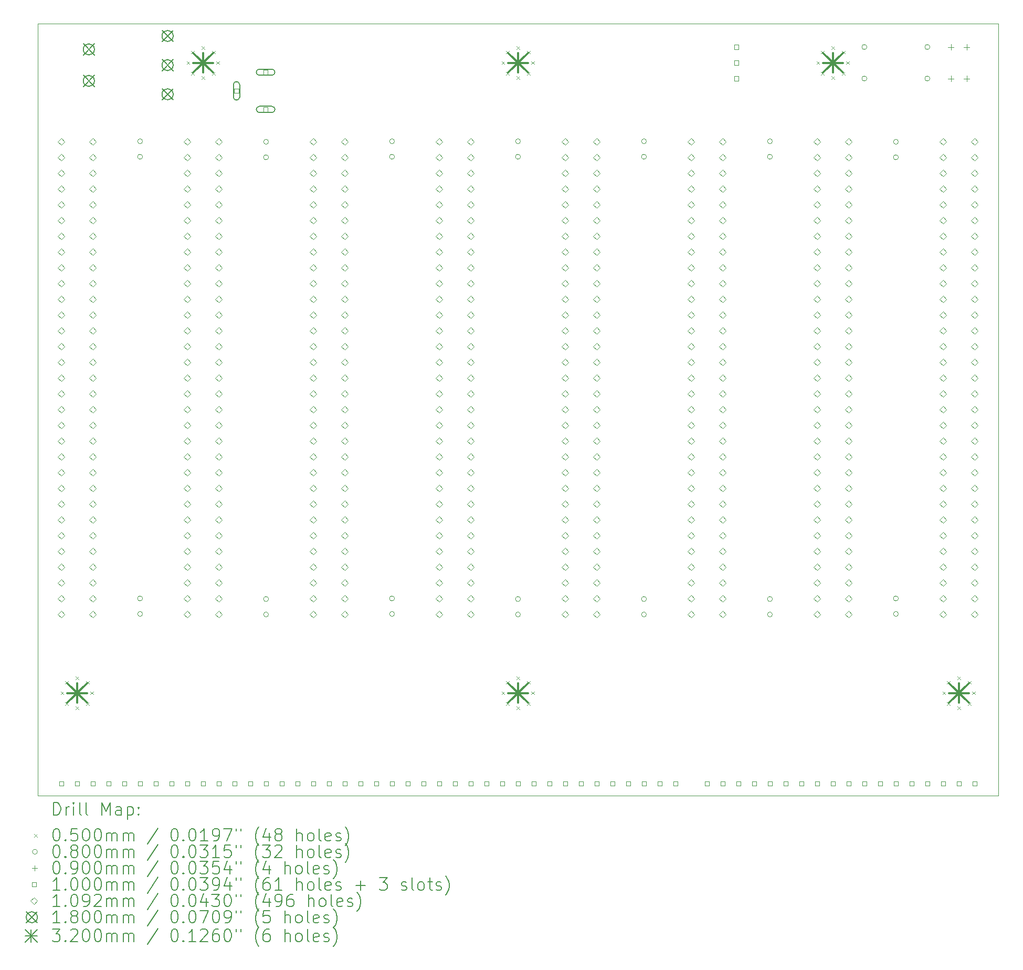
<source format=gbr>
%TF.GenerationSoftware,KiCad,Pcbnew,7.0.7*%
%TF.CreationDate,2023-08-22T15:23:47-04:00*%
%TF.ProjectId,1 - Backplkane,31202d20-4261-4636-9b70-6c6b616e652e,2*%
%TF.SameCoordinates,Original*%
%TF.FileFunction,Drillmap*%
%TF.FilePolarity,Positive*%
%FSLAX45Y45*%
G04 Gerber Fmt 4.5, Leading zero omitted, Abs format (unit mm)*
G04 Created by KiCad (PCBNEW 7.0.7) date 2023-08-22 15:23:47*
%MOMM*%
%LPD*%
G01*
G04 APERTURE LIST*
%ADD10C,0.100000*%
%ADD11C,0.200000*%
%ADD12C,0.050000*%
%ADD13C,0.080000*%
%ADD14C,0.090000*%
%ADD15C,0.109220*%
%ADD16C,0.180000*%
%ADD17C,0.320000*%
G04 APERTURE END LIST*
D10*
X19050000Y-3556000D02*
X19050000Y-16002000D01*
X3556000Y-16002000D02*
X19050000Y-16002000D01*
X3556000Y-16002000D02*
X3556000Y-3556000D01*
X19050000Y-3556000D02*
X3556000Y-3556000D01*
D11*
D12*
X3926000Y-14326000D02*
X3976000Y-14376000D01*
X3976000Y-14326000D02*
X3926000Y-14376000D01*
X3996294Y-14156294D02*
X4046294Y-14206294D01*
X4046294Y-14156294D02*
X3996294Y-14206294D01*
X3996294Y-14495706D02*
X4046294Y-14545706D01*
X4046294Y-14495706D02*
X3996294Y-14545706D01*
X4166000Y-14086000D02*
X4216000Y-14136000D01*
X4216000Y-14086000D02*
X4166000Y-14136000D01*
X4166000Y-14566000D02*
X4216000Y-14616000D01*
X4216000Y-14566000D02*
X4166000Y-14616000D01*
X4335706Y-14156294D02*
X4385706Y-14206294D01*
X4385706Y-14156294D02*
X4335706Y-14206294D01*
X4335706Y-14495706D02*
X4385706Y-14545706D01*
X4385706Y-14495706D02*
X4335706Y-14545706D01*
X4406000Y-14326000D02*
X4456000Y-14376000D01*
X4456000Y-14326000D02*
X4406000Y-14376000D01*
X5958000Y-4166000D02*
X6008000Y-4216000D01*
X6008000Y-4166000D02*
X5958000Y-4216000D01*
X6028294Y-3996294D02*
X6078294Y-4046294D01*
X6078294Y-3996294D02*
X6028294Y-4046294D01*
X6028294Y-4335706D02*
X6078294Y-4385706D01*
X6078294Y-4335706D02*
X6028294Y-4385706D01*
X6198000Y-3926000D02*
X6248000Y-3976000D01*
X6248000Y-3926000D02*
X6198000Y-3976000D01*
X6198000Y-4406000D02*
X6248000Y-4456000D01*
X6248000Y-4406000D02*
X6198000Y-4456000D01*
X6367706Y-3996294D02*
X6417706Y-4046294D01*
X6417706Y-3996294D02*
X6367706Y-4046294D01*
X6367706Y-4335706D02*
X6417706Y-4385706D01*
X6417706Y-4335706D02*
X6367706Y-4385706D01*
X6438000Y-4166000D02*
X6488000Y-4216000D01*
X6488000Y-4166000D02*
X6438000Y-4216000D01*
X11038000Y-4166000D02*
X11088000Y-4216000D01*
X11088000Y-4166000D02*
X11038000Y-4216000D01*
X11038000Y-14326000D02*
X11088000Y-14376000D01*
X11088000Y-14326000D02*
X11038000Y-14376000D01*
X11108294Y-3996294D02*
X11158294Y-4046294D01*
X11158294Y-3996294D02*
X11108294Y-4046294D01*
X11108294Y-4335706D02*
X11158294Y-4385706D01*
X11158294Y-4335706D02*
X11108294Y-4385706D01*
X11108294Y-14156294D02*
X11158294Y-14206294D01*
X11158294Y-14156294D02*
X11108294Y-14206294D01*
X11108294Y-14495706D02*
X11158294Y-14545706D01*
X11158294Y-14495706D02*
X11108294Y-14545706D01*
X11278000Y-3926000D02*
X11328000Y-3976000D01*
X11328000Y-3926000D02*
X11278000Y-3976000D01*
X11278000Y-4406000D02*
X11328000Y-4456000D01*
X11328000Y-4406000D02*
X11278000Y-4456000D01*
X11278000Y-14086000D02*
X11328000Y-14136000D01*
X11328000Y-14086000D02*
X11278000Y-14136000D01*
X11278000Y-14566000D02*
X11328000Y-14616000D01*
X11328000Y-14566000D02*
X11278000Y-14616000D01*
X11447706Y-3996294D02*
X11497706Y-4046294D01*
X11497706Y-3996294D02*
X11447706Y-4046294D01*
X11447706Y-4335706D02*
X11497706Y-4385706D01*
X11497706Y-4335706D02*
X11447706Y-4385706D01*
X11447706Y-14156294D02*
X11497706Y-14206294D01*
X11497706Y-14156294D02*
X11447706Y-14206294D01*
X11447706Y-14495706D02*
X11497706Y-14545706D01*
X11497706Y-14495706D02*
X11447706Y-14545706D01*
X11518000Y-4166000D02*
X11568000Y-4216000D01*
X11568000Y-4166000D02*
X11518000Y-4216000D01*
X11518000Y-14326000D02*
X11568000Y-14376000D01*
X11568000Y-14326000D02*
X11518000Y-14376000D01*
X16118000Y-4166000D02*
X16168000Y-4216000D01*
X16168000Y-4166000D02*
X16118000Y-4216000D01*
X16188294Y-3996294D02*
X16238294Y-4046294D01*
X16238294Y-3996294D02*
X16188294Y-4046294D01*
X16188294Y-4335706D02*
X16238294Y-4385706D01*
X16238294Y-4335706D02*
X16188294Y-4385706D01*
X16358000Y-3926000D02*
X16408000Y-3976000D01*
X16408000Y-3926000D02*
X16358000Y-3976000D01*
X16358000Y-4406000D02*
X16408000Y-4456000D01*
X16408000Y-4406000D02*
X16358000Y-4456000D01*
X16527706Y-3996294D02*
X16577706Y-4046294D01*
X16577706Y-3996294D02*
X16527706Y-4046294D01*
X16527706Y-4335706D02*
X16577706Y-4385706D01*
X16577706Y-4335706D02*
X16527706Y-4385706D01*
X16598000Y-4166000D02*
X16648000Y-4216000D01*
X16648000Y-4166000D02*
X16598000Y-4216000D01*
X18150000Y-14326000D02*
X18200000Y-14376000D01*
X18200000Y-14326000D02*
X18150000Y-14376000D01*
X18220294Y-14156294D02*
X18270294Y-14206294D01*
X18270294Y-14156294D02*
X18220294Y-14206294D01*
X18220294Y-14495706D02*
X18270294Y-14545706D01*
X18270294Y-14495706D02*
X18220294Y-14545706D01*
X18390000Y-14086000D02*
X18440000Y-14136000D01*
X18440000Y-14086000D02*
X18390000Y-14136000D01*
X18390000Y-14566000D02*
X18440000Y-14616000D01*
X18440000Y-14566000D02*
X18390000Y-14616000D01*
X18559706Y-14156294D02*
X18609706Y-14206294D01*
X18609706Y-14156294D02*
X18559706Y-14206294D01*
X18559706Y-14495706D02*
X18609706Y-14545706D01*
X18609706Y-14495706D02*
X18559706Y-14545706D01*
X18630000Y-14326000D02*
X18680000Y-14376000D01*
X18680000Y-14326000D02*
X18630000Y-14376000D01*
D13*
X5247000Y-5456238D02*
G75*
G03*
X5247000Y-5456238I-40000J0D01*
G01*
X5247000Y-5706238D02*
G75*
G03*
X5247000Y-5706238I-40000J0D01*
G01*
X5247000Y-12827000D02*
G75*
G03*
X5247000Y-12827000I-40000J0D01*
G01*
X5247000Y-13077000D02*
G75*
G03*
X5247000Y-13077000I-40000J0D01*
G01*
X7279000Y-5465000D02*
G75*
G03*
X7279000Y-5465000I-40000J0D01*
G01*
X7279000Y-5715000D02*
G75*
G03*
X7279000Y-5715000I-40000J0D01*
G01*
X7279000Y-12835762D02*
G75*
G03*
X7279000Y-12835762I-40000J0D01*
G01*
X7279000Y-13085762D02*
G75*
G03*
X7279000Y-13085762I-40000J0D01*
G01*
X9311000Y-5456238D02*
G75*
G03*
X9311000Y-5456238I-40000J0D01*
G01*
X9311000Y-5706238D02*
G75*
G03*
X9311000Y-5706238I-40000J0D01*
G01*
X9311000Y-12827000D02*
G75*
G03*
X9311000Y-12827000I-40000J0D01*
G01*
X9311000Y-13077000D02*
G75*
G03*
X9311000Y-13077000I-40000J0D01*
G01*
X11343000Y-5456238D02*
G75*
G03*
X11343000Y-5456238I-40000J0D01*
G01*
X11343000Y-5706238D02*
G75*
G03*
X11343000Y-5706238I-40000J0D01*
G01*
X11343000Y-12835762D02*
G75*
G03*
X11343000Y-12835762I-40000J0D01*
G01*
X11343000Y-13085762D02*
G75*
G03*
X11343000Y-13085762I-40000J0D01*
G01*
X13375000Y-5456238D02*
G75*
G03*
X13375000Y-5456238I-40000J0D01*
G01*
X13375000Y-5706238D02*
G75*
G03*
X13375000Y-5706238I-40000J0D01*
G01*
X13375000Y-12835762D02*
G75*
G03*
X13375000Y-12835762I-40000J0D01*
G01*
X13375000Y-13085762D02*
G75*
G03*
X13375000Y-13085762I-40000J0D01*
G01*
X15407000Y-5456238D02*
G75*
G03*
X15407000Y-5456238I-40000J0D01*
G01*
X15407000Y-5706238D02*
G75*
G03*
X15407000Y-5706238I-40000J0D01*
G01*
X15407000Y-12835762D02*
G75*
G03*
X15407000Y-12835762I-40000J0D01*
G01*
X15407000Y-13085762D02*
G75*
G03*
X15407000Y-13085762I-40000J0D01*
G01*
X16931000Y-3937000D02*
G75*
G03*
X16931000Y-3937000I-40000J0D01*
G01*
X16931000Y-4445000D02*
G75*
G03*
X16931000Y-4445000I-40000J0D01*
G01*
X17439000Y-5465000D02*
G75*
G03*
X17439000Y-5465000I-40000J0D01*
G01*
X17439000Y-5715000D02*
G75*
G03*
X17439000Y-5715000I-40000J0D01*
G01*
X17439000Y-12827000D02*
G75*
G03*
X17439000Y-12827000I-40000J0D01*
G01*
X17439000Y-13077000D02*
G75*
G03*
X17439000Y-13077000I-40000J0D01*
G01*
X17947000Y-3937000D02*
G75*
G03*
X17947000Y-3937000I-40000J0D01*
G01*
X17947000Y-4445000D02*
G75*
G03*
X17947000Y-4445000I-40000J0D01*
G01*
D14*
X18287500Y-3892000D02*
X18287500Y-3982000D01*
X18242500Y-3937000D02*
X18332500Y-3937000D01*
X18287500Y-4400000D02*
X18287500Y-4490000D01*
X18242500Y-4445000D02*
X18332500Y-4445000D01*
X18541500Y-3892000D02*
X18541500Y-3982000D01*
X18496500Y-3937000D02*
X18586500Y-3937000D01*
X18541500Y-4400000D02*
X18541500Y-4490000D01*
X18496500Y-4445000D02*
X18586500Y-4445000D01*
D10*
X3972856Y-15846856D02*
X3972856Y-15776144D01*
X3902144Y-15776144D01*
X3902144Y-15846856D01*
X3972856Y-15846856D01*
X4226856Y-15846856D02*
X4226856Y-15776144D01*
X4156144Y-15776144D01*
X4156144Y-15846856D01*
X4226856Y-15846856D01*
X4480856Y-15846856D02*
X4480856Y-15776144D01*
X4410144Y-15776144D01*
X4410144Y-15846856D01*
X4480856Y-15846856D01*
X4734856Y-15846856D02*
X4734856Y-15776144D01*
X4664144Y-15776144D01*
X4664144Y-15846856D01*
X4734856Y-15846856D01*
X4988856Y-15846856D02*
X4988856Y-15776144D01*
X4918144Y-15776144D01*
X4918144Y-15846856D01*
X4988856Y-15846856D01*
X5242856Y-15846856D02*
X5242856Y-15776144D01*
X5172144Y-15776144D01*
X5172144Y-15846856D01*
X5242856Y-15846856D01*
X5496856Y-15846856D02*
X5496856Y-15776144D01*
X5426144Y-15776144D01*
X5426144Y-15846856D01*
X5496856Y-15846856D01*
X5750856Y-15846856D02*
X5750856Y-15776144D01*
X5680144Y-15776144D01*
X5680144Y-15846856D01*
X5750856Y-15846856D01*
X6004856Y-15846856D02*
X6004856Y-15776144D01*
X5934144Y-15776144D01*
X5934144Y-15846856D01*
X6004856Y-15846856D01*
X6258856Y-15846856D02*
X6258856Y-15776144D01*
X6188144Y-15776144D01*
X6188144Y-15846856D01*
X6258856Y-15846856D01*
X6512856Y-15846856D02*
X6512856Y-15776144D01*
X6442144Y-15776144D01*
X6442144Y-15846856D01*
X6512856Y-15846856D01*
X6766856Y-15846856D02*
X6766856Y-15776144D01*
X6696144Y-15776144D01*
X6696144Y-15846856D01*
X6766856Y-15846856D01*
X6798506Y-4678756D02*
X6798506Y-4608044D01*
X6727794Y-4608044D01*
X6727794Y-4678756D01*
X6798506Y-4678756D01*
D11*
X6713150Y-4543400D02*
X6713150Y-4743400D01*
X6713150Y-4743400D02*
G75*
G03*
X6813150Y-4743400I50000J0D01*
G01*
X6813150Y-4743400D02*
X6813150Y-4543400D01*
X6813150Y-4543400D02*
G75*
G03*
X6713150Y-4543400I-50000J0D01*
G01*
D10*
X7020856Y-15846856D02*
X7020856Y-15776144D01*
X6950144Y-15776144D01*
X6950144Y-15846856D01*
X7020856Y-15846856D01*
X7268506Y-4378756D02*
X7268506Y-4308044D01*
X7197794Y-4308044D01*
X7197794Y-4378756D01*
X7268506Y-4378756D01*
D11*
X7333150Y-4293400D02*
X7133150Y-4293400D01*
X7133150Y-4293400D02*
G75*
G03*
X7133150Y-4393400I0J-50000D01*
G01*
X7133150Y-4393400D02*
X7333150Y-4393400D01*
X7333150Y-4393400D02*
G75*
G03*
X7333150Y-4293400I0J50000D01*
G01*
D10*
X7268506Y-4978756D02*
X7268506Y-4908044D01*
X7197794Y-4908044D01*
X7197794Y-4978756D01*
X7268506Y-4978756D01*
D11*
X7333150Y-4893400D02*
X7133150Y-4893400D01*
X7133150Y-4893400D02*
G75*
G03*
X7133150Y-4993400I0J-50000D01*
G01*
X7133150Y-4993400D02*
X7333150Y-4993400D01*
X7333150Y-4993400D02*
G75*
G03*
X7333150Y-4893400I0J50000D01*
G01*
D10*
X7274856Y-15846856D02*
X7274856Y-15776144D01*
X7204144Y-15776144D01*
X7204144Y-15846856D01*
X7274856Y-15846856D01*
X7528856Y-15846856D02*
X7528856Y-15776144D01*
X7458144Y-15776144D01*
X7458144Y-15846856D01*
X7528856Y-15846856D01*
X7782856Y-15846856D02*
X7782856Y-15776144D01*
X7712144Y-15776144D01*
X7712144Y-15846856D01*
X7782856Y-15846856D01*
X8036856Y-15846856D02*
X8036856Y-15776144D01*
X7966144Y-15776144D01*
X7966144Y-15846856D01*
X8036856Y-15846856D01*
X8290856Y-15846856D02*
X8290856Y-15776144D01*
X8220144Y-15776144D01*
X8220144Y-15846856D01*
X8290856Y-15846856D01*
X8544856Y-15846856D02*
X8544856Y-15776144D01*
X8474144Y-15776144D01*
X8474144Y-15846856D01*
X8544856Y-15846856D01*
X8798856Y-15846856D02*
X8798856Y-15776144D01*
X8728144Y-15776144D01*
X8728144Y-15846856D01*
X8798856Y-15846856D01*
X9052856Y-15846856D02*
X9052856Y-15776144D01*
X8982144Y-15776144D01*
X8982144Y-15846856D01*
X9052856Y-15846856D01*
X9306856Y-15846856D02*
X9306856Y-15776144D01*
X9236144Y-15776144D01*
X9236144Y-15846856D01*
X9306856Y-15846856D01*
X9560856Y-15846856D02*
X9560856Y-15776144D01*
X9490144Y-15776144D01*
X9490144Y-15846856D01*
X9560856Y-15846856D01*
X9814856Y-15846856D02*
X9814856Y-15776144D01*
X9744144Y-15776144D01*
X9744144Y-15846856D01*
X9814856Y-15846856D01*
X10068856Y-15846856D02*
X10068856Y-15776144D01*
X9998144Y-15776144D01*
X9998144Y-15846856D01*
X10068856Y-15846856D01*
X10322856Y-15846856D02*
X10322856Y-15776144D01*
X10252144Y-15776144D01*
X10252144Y-15846856D01*
X10322856Y-15846856D01*
X10576856Y-15846856D02*
X10576856Y-15776144D01*
X10506144Y-15776144D01*
X10506144Y-15846856D01*
X10576856Y-15846856D01*
X10830856Y-15846856D02*
X10830856Y-15776144D01*
X10760144Y-15776144D01*
X10760144Y-15846856D01*
X10830856Y-15846856D01*
X11084856Y-15846856D02*
X11084856Y-15776144D01*
X11014144Y-15776144D01*
X11014144Y-15846856D01*
X11084856Y-15846856D01*
X11338856Y-15846856D02*
X11338856Y-15776144D01*
X11268144Y-15776144D01*
X11268144Y-15846856D01*
X11338856Y-15846856D01*
X11592856Y-15846856D02*
X11592856Y-15776144D01*
X11522144Y-15776144D01*
X11522144Y-15846856D01*
X11592856Y-15846856D01*
X11846856Y-15846856D02*
X11846856Y-15776144D01*
X11776144Y-15776144D01*
X11776144Y-15846856D01*
X11846856Y-15846856D01*
X12100856Y-15846856D02*
X12100856Y-15776144D01*
X12030144Y-15776144D01*
X12030144Y-15846856D01*
X12100856Y-15846856D01*
X12354856Y-15846856D02*
X12354856Y-15776144D01*
X12284144Y-15776144D01*
X12284144Y-15846856D01*
X12354856Y-15846856D01*
X12608856Y-15846856D02*
X12608856Y-15776144D01*
X12538144Y-15776144D01*
X12538144Y-15846856D01*
X12608856Y-15846856D01*
X12862856Y-15846856D02*
X12862856Y-15776144D01*
X12792144Y-15776144D01*
X12792144Y-15846856D01*
X12862856Y-15846856D01*
X13116856Y-15846856D02*
X13116856Y-15776144D01*
X13046144Y-15776144D01*
X13046144Y-15846856D01*
X13116856Y-15846856D01*
X13370856Y-15846856D02*
X13370856Y-15776144D01*
X13300144Y-15776144D01*
X13300144Y-15846856D01*
X13370856Y-15846856D01*
X13624856Y-15846856D02*
X13624856Y-15776144D01*
X13554144Y-15776144D01*
X13554144Y-15846856D01*
X13624856Y-15846856D01*
X13878856Y-15846856D02*
X13878856Y-15776144D01*
X13808144Y-15776144D01*
X13808144Y-15846856D01*
X13878856Y-15846856D01*
X14387856Y-15846856D02*
X14387856Y-15776144D01*
X14317144Y-15776144D01*
X14317144Y-15846856D01*
X14387856Y-15846856D01*
X14641856Y-15846856D02*
X14641856Y-15776144D01*
X14571144Y-15776144D01*
X14571144Y-15846856D01*
X14641856Y-15846856D01*
X14864856Y-3972356D02*
X14864856Y-3901644D01*
X14794144Y-3901644D01*
X14794144Y-3972356D01*
X14864856Y-3972356D01*
X14864856Y-4226356D02*
X14864856Y-4155644D01*
X14794144Y-4155644D01*
X14794144Y-4226356D01*
X14864856Y-4226356D01*
X14864856Y-4480356D02*
X14864856Y-4409644D01*
X14794144Y-4409644D01*
X14794144Y-4480356D01*
X14864856Y-4480356D01*
X14895856Y-15846856D02*
X14895856Y-15776144D01*
X14825144Y-15776144D01*
X14825144Y-15846856D01*
X14895856Y-15846856D01*
X15149856Y-15846856D02*
X15149856Y-15776144D01*
X15079144Y-15776144D01*
X15079144Y-15846856D01*
X15149856Y-15846856D01*
X15403856Y-15846856D02*
X15403856Y-15776144D01*
X15333144Y-15776144D01*
X15333144Y-15846856D01*
X15403856Y-15846856D01*
X15657856Y-15846856D02*
X15657856Y-15776144D01*
X15587144Y-15776144D01*
X15587144Y-15846856D01*
X15657856Y-15846856D01*
X15911856Y-15846856D02*
X15911856Y-15776144D01*
X15841144Y-15776144D01*
X15841144Y-15846856D01*
X15911856Y-15846856D01*
X16165856Y-15846856D02*
X16165856Y-15776144D01*
X16095144Y-15776144D01*
X16095144Y-15846856D01*
X16165856Y-15846856D01*
X16419856Y-15846856D02*
X16419856Y-15776144D01*
X16349144Y-15776144D01*
X16349144Y-15846856D01*
X16419856Y-15846856D01*
X16673856Y-15846856D02*
X16673856Y-15776144D01*
X16603144Y-15776144D01*
X16603144Y-15846856D01*
X16673856Y-15846856D01*
X16927856Y-15846856D02*
X16927856Y-15776144D01*
X16857144Y-15776144D01*
X16857144Y-15846856D01*
X16927856Y-15846856D01*
X17181856Y-15846856D02*
X17181856Y-15776144D01*
X17111144Y-15776144D01*
X17111144Y-15846856D01*
X17181856Y-15846856D01*
X17435856Y-15846856D02*
X17435856Y-15776144D01*
X17365144Y-15776144D01*
X17365144Y-15846856D01*
X17435856Y-15846856D01*
X17689856Y-15846856D02*
X17689856Y-15776144D01*
X17619144Y-15776144D01*
X17619144Y-15846856D01*
X17689856Y-15846856D01*
X17943856Y-15846856D02*
X17943856Y-15776144D01*
X17873144Y-15776144D01*
X17873144Y-15846856D01*
X17943856Y-15846856D01*
X18197856Y-15846856D02*
X18197856Y-15776144D01*
X18127144Y-15776144D01*
X18127144Y-15846856D01*
X18197856Y-15846856D01*
X18451856Y-15846856D02*
X18451856Y-15776144D01*
X18381144Y-15776144D01*
X18381144Y-15846856D01*
X18451856Y-15846856D01*
X18705856Y-15846856D02*
X18705856Y-15776144D01*
X18635144Y-15776144D01*
X18635144Y-15846856D01*
X18705856Y-15846856D01*
D15*
X3937000Y-5515610D02*
X3991610Y-5461000D01*
X3937000Y-5406390D01*
X3882390Y-5461000D01*
X3937000Y-5515610D01*
X3937000Y-5769610D02*
X3991610Y-5715000D01*
X3937000Y-5660390D01*
X3882390Y-5715000D01*
X3937000Y-5769610D01*
X3937000Y-6023610D02*
X3991610Y-5969000D01*
X3937000Y-5914390D01*
X3882390Y-5969000D01*
X3937000Y-6023610D01*
X3937000Y-6277610D02*
X3991610Y-6223000D01*
X3937000Y-6168390D01*
X3882390Y-6223000D01*
X3937000Y-6277610D01*
X3937000Y-6531610D02*
X3991610Y-6477000D01*
X3937000Y-6422390D01*
X3882390Y-6477000D01*
X3937000Y-6531610D01*
X3937000Y-6785610D02*
X3991610Y-6731000D01*
X3937000Y-6676390D01*
X3882390Y-6731000D01*
X3937000Y-6785610D01*
X3937000Y-7039610D02*
X3991610Y-6985000D01*
X3937000Y-6930390D01*
X3882390Y-6985000D01*
X3937000Y-7039610D01*
X3937000Y-7293610D02*
X3991610Y-7239000D01*
X3937000Y-7184390D01*
X3882390Y-7239000D01*
X3937000Y-7293610D01*
X3937000Y-7547610D02*
X3991610Y-7493000D01*
X3937000Y-7438390D01*
X3882390Y-7493000D01*
X3937000Y-7547610D01*
X3937000Y-7801610D02*
X3991610Y-7747000D01*
X3937000Y-7692390D01*
X3882390Y-7747000D01*
X3937000Y-7801610D01*
X3937000Y-8055610D02*
X3991610Y-8001000D01*
X3937000Y-7946390D01*
X3882390Y-8001000D01*
X3937000Y-8055610D01*
X3937000Y-8309610D02*
X3991610Y-8255000D01*
X3937000Y-8200390D01*
X3882390Y-8255000D01*
X3937000Y-8309610D01*
X3937000Y-8563610D02*
X3991610Y-8509000D01*
X3937000Y-8454390D01*
X3882390Y-8509000D01*
X3937000Y-8563610D01*
X3937000Y-8817610D02*
X3991610Y-8763000D01*
X3937000Y-8708390D01*
X3882390Y-8763000D01*
X3937000Y-8817610D01*
X3937000Y-9071610D02*
X3991610Y-9017000D01*
X3937000Y-8962390D01*
X3882390Y-9017000D01*
X3937000Y-9071610D01*
X3937000Y-9325610D02*
X3991610Y-9271000D01*
X3937000Y-9216390D01*
X3882390Y-9271000D01*
X3937000Y-9325610D01*
X3937000Y-9579610D02*
X3991610Y-9525000D01*
X3937000Y-9470390D01*
X3882390Y-9525000D01*
X3937000Y-9579610D01*
X3937000Y-9833610D02*
X3991610Y-9779000D01*
X3937000Y-9724390D01*
X3882390Y-9779000D01*
X3937000Y-9833610D01*
X3937000Y-10087610D02*
X3991610Y-10033000D01*
X3937000Y-9978390D01*
X3882390Y-10033000D01*
X3937000Y-10087610D01*
X3937000Y-10341610D02*
X3991610Y-10287000D01*
X3937000Y-10232390D01*
X3882390Y-10287000D01*
X3937000Y-10341610D01*
X3937000Y-10595610D02*
X3991610Y-10541000D01*
X3937000Y-10486390D01*
X3882390Y-10541000D01*
X3937000Y-10595610D01*
X3937000Y-10849610D02*
X3991610Y-10795000D01*
X3937000Y-10740390D01*
X3882390Y-10795000D01*
X3937000Y-10849610D01*
X3937000Y-11103610D02*
X3991610Y-11049000D01*
X3937000Y-10994390D01*
X3882390Y-11049000D01*
X3937000Y-11103610D01*
X3937000Y-11357610D02*
X3991610Y-11303000D01*
X3937000Y-11248390D01*
X3882390Y-11303000D01*
X3937000Y-11357610D01*
X3937000Y-11611610D02*
X3991610Y-11557000D01*
X3937000Y-11502390D01*
X3882390Y-11557000D01*
X3937000Y-11611610D01*
X3937000Y-11865610D02*
X3991610Y-11811000D01*
X3937000Y-11756390D01*
X3882390Y-11811000D01*
X3937000Y-11865610D01*
X3937000Y-12119610D02*
X3991610Y-12065000D01*
X3937000Y-12010390D01*
X3882390Y-12065000D01*
X3937000Y-12119610D01*
X3937000Y-12373610D02*
X3991610Y-12319000D01*
X3937000Y-12264390D01*
X3882390Y-12319000D01*
X3937000Y-12373610D01*
X3937000Y-12627610D02*
X3991610Y-12573000D01*
X3937000Y-12518390D01*
X3882390Y-12573000D01*
X3937000Y-12627610D01*
X3937000Y-12881610D02*
X3991610Y-12827000D01*
X3937000Y-12772390D01*
X3882390Y-12827000D01*
X3937000Y-12881610D01*
X3937000Y-13135610D02*
X3991610Y-13081000D01*
X3937000Y-13026390D01*
X3882390Y-13081000D01*
X3937000Y-13135610D01*
X4445000Y-5515610D02*
X4499610Y-5461000D01*
X4445000Y-5406390D01*
X4390390Y-5461000D01*
X4445000Y-5515610D01*
X4445000Y-5769610D02*
X4499610Y-5715000D01*
X4445000Y-5660390D01*
X4390390Y-5715000D01*
X4445000Y-5769610D01*
X4445000Y-6023610D02*
X4499610Y-5969000D01*
X4445000Y-5914390D01*
X4390390Y-5969000D01*
X4445000Y-6023610D01*
X4445000Y-6277610D02*
X4499610Y-6223000D01*
X4445000Y-6168390D01*
X4390390Y-6223000D01*
X4445000Y-6277610D01*
X4445000Y-6531610D02*
X4499610Y-6477000D01*
X4445000Y-6422390D01*
X4390390Y-6477000D01*
X4445000Y-6531610D01*
X4445000Y-6785610D02*
X4499610Y-6731000D01*
X4445000Y-6676390D01*
X4390390Y-6731000D01*
X4445000Y-6785610D01*
X4445000Y-7039610D02*
X4499610Y-6985000D01*
X4445000Y-6930390D01*
X4390390Y-6985000D01*
X4445000Y-7039610D01*
X4445000Y-7293610D02*
X4499610Y-7239000D01*
X4445000Y-7184390D01*
X4390390Y-7239000D01*
X4445000Y-7293610D01*
X4445000Y-7547610D02*
X4499610Y-7493000D01*
X4445000Y-7438390D01*
X4390390Y-7493000D01*
X4445000Y-7547610D01*
X4445000Y-7801610D02*
X4499610Y-7747000D01*
X4445000Y-7692390D01*
X4390390Y-7747000D01*
X4445000Y-7801610D01*
X4445000Y-8055610D02*
X4499610Y-8001000D01*
X4445000Y-7946390D01*
X4390390Y-8001000D01*
X4445000Y-8055610D01*
X4445000Y-8309610D02*
X4499610Y-8255000D01*
X4445000Y-8200390D01*
X4390390Y-8255000D01*
X4445000Y-8309610D01*
X4445000Y-8563610D02*
X4499610Y-8509000D01*
X4445000Y-8454390D01*
X4390390Y-8509000D01*
X4445000Y-8563610D01*
X4445000Y-8817610D02*
X4499610Y-8763000D01*
X4445000Y-8708390D01*
X4390390Y-8763000D01*
X4445000Y-8817610D01*
X4445000Y-9071610D02*
X4499610Y-9017000D01*
X4445000Y-8962390D01*
X4390390Y-9017000D01*
X4445000Y-9071610D01*
X4445000Y-9325610D02*
X4499610Y-9271000D01*
X4445000Y-9216390D01*
X4390390Y-9271000D01*
X4445000Y-9325610D01*
X4445000Y-9579610D02*
X4499610Y-9525000D01*
X4445000Y-9470390D01*
X4390390Y-9525000D01*
X4445000Y-9579610D01*
X4445000Y-9833610D02*
X4499610Y-9779000D01*
X4445000Y-9724390D01*
X4390390Y-9779000D01*
X4445000Y-9833610D01*
X4445000Y-10087610D02*
X4499610Y-10033000D01*
X4445000Y-9978390D01*
X4390390Y-10033000D01*
X4445000Y-10087610D01*
X4445000Y-10341610D02*
X4499610Y-10287000D01*
X4445000Y-10232390D01*
X4390390Y-10287000D01*
X4445000Y-10341610D01*
X4445000Y-10595610D02*
X4499610Y-10541000D01*
X4445000Y-10486390D01*
X4390390Y-10541000D01*
X4445000Y-10595610D01*
X4445000Y-10849610D02*
X4499610Y-10795000D01*
X4445000Y-10740390D01*
X4390390Y-10795000D01*
X4445000Y-10849610D01*
X4445000Y-11103610D02*
X4499610Y-11049000D01*
X4445000Y-10994390D01*
X4390390Y-11049000D01*
X4445000Y-11103610D01*
X4445000Y-11357610D02*
X4499610Y-11303000D01*
X4445000Y-11248390D01*
X4390390Y-11303000D01*
X4445000Y-11357610D01*
X4445000Y-11611610D02*
X4499610Y-11557000D01*
X4445000Y-11502390D01*
X4390390Y-11557000D01*
X4445000Y-11611610D01*
X4445000Y-11865610D02*
X4499610Y-11811000D01*
X4445000Y-11756390D01*
X4390390Y-11811000D01*
X4445000Y-11865610D01*
X4445000Y-12119610D02*
X4499610Y-12065000D01*
X4445000Y-12010390D01*
X4390390Y-12065000D01*
X4445000Y-12119610D01*
X4445000Y-12373610D02*
X4499610Y-12319000D01*
X4445000Y-12264390D01*
X4390390Y-12319000D01*
X4445000Y-12373610D01*
X4445000Y-12627610D02*
X4499610Y-12573000D01*
X4445000Y-12518390D01*
X4390390Y-12573000D01*
X4445000Y-12627610D01*
X4445000Y-12881610D02*
X4499610Y-12827000D01*
X4445000Y-12772390D01*
X4390390Y-12827000D01*
X4445000Y-12881610D01*
X4445000Y-13135610D02*
X4499610Y-13081000D01*
X4445000Y-13026390D01*
X4390390Y-13081000D01*
X4445000Y-13135610D01*
X5969000Y-5515610D02*
X6023610Y-5461000D01*
X5969000Y-5406390D01*
X5914390Y-5461000D01*
X5969000Y-5515610D01*
X5969000Y-5769610D02*
X6023610Y-5715000D01*
X5969000Y-5660390D01*
X5914390Y-5715000D01*
X5969000Y-5769610D01*
X5969000Y-6023610D02*
X6023610Y-5969000D01*
X5969000Y-5914390D01*
X5914390Y-5969000D01*
X5969000Y-6023610D01*
X5969000Y-6277610D02*
X6023610Y-6223000D01*
X5969000Y-6168390D01*
X5914390Y-6223000D01*
X5969000Y-6277610D01*
X5969000Y-6531610D02*
X6023610Y-6477000D01*
X5969000Y-6422390D01*
X5914390Y-6477000D01*
X5969000Y-6531610D01*
X5969000Y-6785610D02*
X6023610Y-6731000D01*
X5969000Y-6676390D01*
X5914390Y-6731000D01*
X5969000Y-6785610D01*
X5969000Y-7039610D02*
X6023610Y-6985000D01*
X5969000Y-6930390D01*
X5914390Y-6985000D01*
X5969000Y-7039610D01*
X5969000Y-7293610D02*
X6023610Y-7239000D01*
X5969000Y-7184390D01*
X5914390Y-7239000D01*
X5969000Y-7293610D01*
X5969000Y-7547610D02*
X6023610Y-7493000D01*
X5969000Y-7438390D01*
X5914390Y-7493000D01*
X5969000Y-7547610D01*
X5969000Y-7801610D02*
X6023610Y-7747000D01*
X5969000Y-7692390D01*
X5914390Y-7747000D01*
X5969000Y-7801610D01*
X5969000Y-8055610D02*
X6023610Y-8001000D01*
X5969000Y-7946390D01*
X5914390Y-8001000D01*
X5969000Y-8055610D01*
X5969000Y-8309610D02*
X6023610Y-8255000D01*
X5969000Y-8200390D01*
X5914390Y-8255000D01*
X5969000Y-8309610D01*
X5969000Y-8563610D02*
X6023610Y-8509000D01*
X5969000Y-8454390D01*
X5914390Y-8509000D01*
X5969000Y-8563610D01*
X5969000Y-8817610D02*
X6023610Y-8763000D01*
X5969000Y-8708390D01*
X5914390Y-8763000D01*
X5969000Y-8817610D01*
X5969000Y-9071610D02*
X6023610Y-9017000D01*
X5969000Y-8962390D01*
X5914390Y-9017000D01*
X5969000Y-9071610D01*
X5969000Y-9325610D02*
X6023610Y-9271000D01*
X5969000Y-9216390D01*
X5914390Y-9271000D01*
X5969000Y-9325610D01*
X5969000Y-9579610D02*
X6023610Y-9525000D01*
X5969000Y-9470390D01*
X5914390Y-9525000D01*
X5969000Y-9579610D01*
X5969000Y-9833610D02*
X6023610Y-9779000D01*
X5969000Y-9724390D01*
X5914390Y-9779000D01*
X5969000Y-9833610D01*
X5969000Y-10087610D02*
X6023610Y-10033000D01*
X5969000Y-9978390D01*
X5914390Y-10033000D01*
X5969000Y-10087610D01*
X5969000Y-10341610D02*
X6023610Y-10287000D01*
X5969000Y-10232390D01*
X5914390Y-10287000D01*
X5969000Y-10341610D01*
X5969000Y-10595610D02*
X6023610Y-10541000D01*
X5969000Y-10486390D01*
X5914390Y-10541000D01*
X5969000Y-10595610D01*
X5969000Y-10849610D02*
X6023610Y-10795000D01*
X5969000Y-10740390D01*
X5914390Y-10795000D01*
X5969000Y-10849610D01*
X5969000Y-11103610D02*
X6023610Y-11049000D01*
X5969000Y-10994390D01*
X5914390Y-11049000D01*
X5969000Y-11103610D01*
X5969000Y-11357610D02*
X6023610Y-11303000D01*
X5969000Y-11248390D01*
X5914390Y-11303000D01*
X5969000Y-11357610D01*
X5969000Y-11611610D02*
X6023610Y-11557000D01*
X5969000Y-11502390D01*
X5914390Y-11557000D01*
X5969000Y-11611610D01*
X5969000Y-11865610D02*
X6023610Y-11811000D01*
X5969000Y-11756390D01*
X5914390Y-11811000D01*
X5969000Y-11865610D01*
X5969000Y-12119610D02*
X6023610Y-12065000D01*
X5969000Y-12010390D01*
X5914390Y-12065000D01*
X5969000Y-12119610D01*
X5969000Y-12373610D02*
X6023610Y-12319000D01*
X5969000Y-12264390D01*
X5914390Y-12319000D01*
X5969000Y-12373610D01*
X5969000Y-12627610D02*
X6023610Y-12573000D01*
X5969000Y-12518390D01*
X5914390Y-12573000D01*
X5969000Y-12627610D01*
X5969000Y-12881610D02*
X6023610Y-12827000D01*
X5969000Y-12772390D01*
X5914390Y-12827000D01*
X5969000Y-12881610D01*
X5969000Y-13135610D02*
X6023610Y-13081000D01*
X5969000Y-13026390D01*
X5914390Y-13081000D01*
X5969000Y-13135610D01*
X6477000Y-5515610D02*
X6531610Y-5461000D01*
X6477000Y-5406390D01*
X6422390Y-5461000D01*
X6477000Y-5515610D01*
X6477000Y-5769610D02*
X6531610Y-5715000D01*
X6477000Y-5660390D01*
X6422390Y-5715000D01*
X6477000Y-5769610D01*
X6477000Y-6023610D02*
X6531610Y-5969000D01*
X6477000Y-5914390D01*
X6422390Y-5969000D01*
X6477000Y-6023610D01*
X6477000Y-6277610D02*
X6531610Y-6223000D01*
X6477000Y-6168390D01*
X6422390Y-6223000D01*
X6477000Y-6277610D01*
X6477000Y-6531610D02*
X6531610Y-6477000D01*
X6477000Y-6422390D01*
X6422390Y-6477000D01*
X6477000Y-6531610D01*
X6477000Y-6785610D02*
X6531610Y-6731000D01*
X6477000Y-6676390D01*
X6422390Y-6731000D01*
X6477000Y-6785610D01*
X6477000Y-7039610D02*
X6531610Y-6985000D01*
X6477000Y-6930390D01*
X6422390Y-6985000D01*
X6477000Y-7039610D01*
X6477000Y-7293610D02*
X6531610Y-7239000D01*
X6477000Y-7184390D01*
X6422390Y-7239000D01*
X6477000Y-7293610D01*
X6477000Y-7547610D02*
X6531610Y-7493000D01*
X6477000Y-7438390D01*
X6422390Y-7493000D01*
X6477000Y-7547610D01*
X6477000Y-7801610D02*
X6531610Y-7747000D01*
X6477000Y-7692390D01*
X6422390Y-7747000D01*
X6477000Y-7801610D01*
X6477000Y-8055610D02*
X6531610Y-8001000D01*
X6477000Y-7946390D01*
X6422390Y-8001000D01*
X6477000Y-8055610D01*
X6477000Y-8309610D02*
X6531610Y-8255000D01*
X6477000Y-8200390D01*
X6422390Y-8255000D01*
X6477000Y-8309610D01*
X6477000Y-8563610D02*
X6531610Y-8509000D01*
X6477000Y-8454390D01*
X6422390Y-8509000D01*
X6477000Y-8563610D01*
X6477000Y-8817610D02*
X6531610Y-8763000D01*
X6477000Y-8708390D01*
X6422390Y-8763000D01*
X6477000Y-8817610D01*
X6477000Y-9071610D02*
X6531610Y-9017000D01*
X6477000Y-8962390D01*
X6422390Y-9017000D01*
X6477000Y-9071610D01*
X6477000Y-9325610D02*
X6531610Y-9271000D01*
X6477000Y-9216390D01*
X6422390Y-9271000D01*
X6477000Y-9325610D01*
X6477000Y-9579610D02*
X6531610Y-9525000D01*
X6477000Y-9470390D01*
X6422390Y-9525000D01*
X6477000Y-9579610D01*
X6477000Y-9833610D02*
X6531610Y-9779000D01*
X6477000Y-9724390D01*
X6422390Y-9779000D01*
X6477000Y-9833610D01*
X6477000Y-10087610D02*
X6531610Y-10033000D01*
X6477000Y-9978390D01*
X6422390Y-10033000D01*
X6477000Y-10087610D01*
X6477000Y-10341610D02*
X6531610Y-10287000D01*
X6477000Y-10232390D01*
X6422390Y-10287000D01*
X6477000Y-10341610D01*
X6477000Y-10595610D02*
X6531610Y-10541000D01*
X6477000Y-10486390D01*
X6422390Y-10541000D01*
X6477000Y-10595610D01*
X6477000Y-10849610D02*
X6531610Y-10795000D01*
X6477000Y-10740390D01*
X6422390Y-10795000D01*
X6477000Y-10849610D01*
X6477000Y-11103610D02*
X6531610Y-11049000D01*
X6477000Y-10994390D01*
X6422390Y-11049000D01*
X6477000Y-11103610D01*
X6477000Y-11357610D02*
X6531610Y-11303000D01*
X6477000Y-11248390D01*
X6422390Y-11303000D01*
X6477000Y-11357610D01*
X6477000Y-11611610D02*
X6531610Y-11557000D01*
X6477000Y-11502390D01*
X6422390Y-11557000D01*
X6477000Y-11611610D01*
X6477000Y-11865610D02*
X6531610Y-11811000D01*
X6477000Y-11756390D01*
X6422390Y-11811000D01*
X6477000Y-11865610D01*
X6477000Y-12119610D02*
X6531610Y-12065000D01*
X6477000Y-12010390D01*
X6422390Y-12065000D01*
X6477000Y-12119610D01*
X6477000Y-12373610D02*
X6531610Y-12319000D01*
X6477000Y-12264390D01*
X6422390Y-12319000D01*
X6477000Y-12373610D01*
X6477000Y-12627610D02*
X6531610Y-12573000D01*
X6477000Y-12518390D01*
X6422390Y-12573000D01*
X6477000Y-12627610D01*
X6477000Y-12881610D02*
X6531610Y-12827000D01*
X6477000Y-12772390D01*
X6422390Y-12827000D01*
X6477000Y-12881610D01*
X6477000Y-13135610D02*
X6531610Y-13081000D01*
X6477000Y-13026390D01*
X6422390Y-13081000D01*
X6477000Y-13135610D01*
X8001000Y-5515610D02*
X8055610Y-5461000D01*
X8001000Y-5406390D01*
X7946390Y-5461000D01*
X8001000Y-5515610D01*
X8001000Y-5769610D02*
X8055610Y-5715000D01*
X8001000Y-5660390D01*
X7946390Y-5715000D01*
X8001000Y-5769610D01*
X8001000Y-6023610D02*
X8055610Y-5969000D01*
X8001000Y-5914390D01*
X7946390Y-5969000D01*
X8001000Y-6023610D01*
X8001000Y-6277610D02*
X8055610Y-6223000D01*
X8001000Y-6168390D01*
X7946390Y-6223000D01*
X8001000Y-6277610D01*
X8001000Y-6531610D02*
X8055610Y-6477000D01*
X8001000Y-6422390D01*
X7946390Y-6477000D01*
X8001000Y-6531610D01*
X8001000Y-6785610D02*
X8055610Y-6731000D01*
X8001000Y-6676390D01*
X7946390Y-6731000D01*
X8001000Y-6785610D01*
X8001000Y-7039610D02*
X8055610Y-6985000D01*
X8001000Y-6930390D01*
X7946390Y-6985000D01*
X8001000Y-7039610D01*
X8001000Y-7293610D02*
X8055610Y-7239000D01*
X8001000Y-7184390D01*
X7946390Y-7239000D01*
X8001000Y-7293610D01*
X8001000Y-7547610D02*
X8055610Y-7493000D01*
X8001000Y-7438390D01*
X7946390Y-7493000D01*
X8001000Y-7547610D01*
X8001000Y-7801610D02*
X8055610Y-7747000D01*
X8001000Y-7692390D01*
X7946390Y-7747000D01*
X8001000Y-7801610D01*
X8001000Y-8055610D02*
X8055610Y-8001000D01*
X8001000Y-7946390D01*
X7946390Y-8001000D01*
X8001000Y-8055610D01*
X8001000Y-8309610D02*
X8055610Y-8255000D01*
X8001000Y-8200390D01*
X7946390Y-8255000D01*
X8001000Y-8309610D01*
X8001000Y-8563610D02*
X8055610Y-8509000D01*
X8001000Y-8454390D01*
X7946390Y-8509000D01*
X8001000Y-8563610D01*
X8001000Y-8817610D02*
X8055610Y-8763000D01*
X8001000Y-8708390D01*
X7946390Y-8763000D01*
X8001000Y-8817610D01*
X8001000Y-9071610D02*
X8055610Y-9017000D01*
X8001000Y-8962390D01*
X7946390Y-9017000D01*
X8001000Y-9071610D01*
X8001000Y-9325610D02*
X8055610Y-9271000D01*
X8001000Y-9216390D01*
X7946390Y-9271000D01*
X8001000Y-9325610D01*
X8001000Y-9579610D02*
X8055610Y-9525000D01*
X8001000Y-9470390D01*
X7946390Y-9525000D01*
X8001000Y-9579610D01*
X8001000Y-9833610D02*
X8055610Y-9779000D01*
X8001000Y-9724390D01*
X7946390Y-9779000D01*
X8001000Y-9833610D01*
X8001000Y-10087610D02*
X8055610Y-10033000D01*
X8001000Y-9978390D01*
X7946390Y-10033000D01*
X8001000Y-10087610D01*
X8001000Y-10341610D02*
X8055610Y-10287000D01*
X8001000Y-10232390D01*
X7946390Y-10287000D01*
X8001000Y-10341610D01*
X8001000Y-10595610D02*
X8055610Y-10541000D01*
X8001000Y-10486390D01*
X7946390Y-10541000D01*
X8001000Y-10595610D01*
X8001000Y-10849610D02*
X8055610Y-10795000D01*
X8001000Y-10740390D01*
X7946390Y-10795000D01*
X8001000Y-10849610D01*
X8001000Y-11103610D02*
X8055610Y-11049000D01*
X8001000Y-10994390D01*
X7946390Y-11049000D01*
X8001000Y-11103610D01*
X8001000Y-11357610D02*
X8055610Y-11303000D01*
X8001000Y-11248390D01*
X7946390Y-11303000D01*
X8001000Y-11357610D01*
X8001000Y-11611610D02*
X8055610Y-11557000D01*
X8001000Y-11502390D01*
X7946390Y-11557000D01*
X8001000Y-11611610D01*
X8001000Y-11865610D02*
X8055610Y-11811000D01*
X8001000Y-11756390D01*
X7946390Y-11811000D01*
X8001000Y-11865610D01*
X8001000Y-12119610D02*
X8055610Y-12065000D01*
X8001000Y-12010390D01*
X7946390Y-12065000D01*
X8001000Y-12119610D01*
X8001000Y-12373610D02*
X8055610Y-12319000D01*
X8001000Y-12264390D01*
X7946390Y-12319000D01*
X8001000Y-12373610D01*
X8001000Y-12627610D02*
X8055610Y-12573000D01*
X8001000Y-12518390D01*
X7946390Y-12573000D01*
X8001000Y-12627610D01*
X8001000Y-12881610D02*
X8055610Y-12827000D01*
X8001000Y-12772390D01*
X7946390Y-12827000D01*
X8001000Y-12881610D01*
X8001000Y-13135610D02*
X8055610Y-13081000D01*
X8001000Y-13026390D01*
X7946390Y-13081000D01*
X8001000Y-13135610D01*
X8509000Y-5515610D02*
X8563610Y-5461000D01*
X8509000Y-5406390D01*
X8454390Y-5461000D01*
X8509000Y-5515610D01*
X8509000Y-5769610D02*
X8563610Y-5715000D01*
X8509000Y-5660390D01*
X8454390Y-5715000D01*
X8509000Y-5769610D01*
X8509000Y-6023610D02*
X8563610Y-5969000D01*
X8509000Y-5914390D01*
X8454390Y-5969000D01*
X8509000Y-6023610D01*
X8509000Y-6277610D02*
X8563610Y-6223000D01*
X8509000Y-6168390D01*
X8454390Y-6223000D01*
X8509000Y-6277610D01*
X8509000Y-6531610D02*
X8563610Y-6477000D01*
X8509000Y-6422390D01*
X8454390Y-6477000D01*
X8509000Y-6531610D01*
X8509000Y-6785610D02*
X8563610Y-6731000D01*
X8509000Y-6676390D01*
X8454390Y-6731000D01*
X8509000Y-6785610D01*
X8509000Y-7039610D02*
X8563610Y-6985000D01*
X8509000Y-6930390D01*
X8454390Y-6985000D01*
X8509000Y-7039610D01*
X8509000Y-7293610D02*
X8563610Y-7239000D01*
X8509000Y-7184390D01*
X8454390Y-7239000D01*
X8509000Y-7293610D01*
X8509000Y-7547610D02*
X8563610Y-7493000D01*
X8509000Y-7438390D01*
X8454390Y-7493000D01*
X8509000Y-7547610D01*
X8509000Y-7801610D02*
X8563610Y-7747000D01*
X8509000Y-7692390D01*
X8454390Y-7747000D01*
X8509000Y-7801610D01*
X8509000Y-8055610D02*
X8563610Y-8001000D01*
X8509000Y-7946390D01*
X8454390Y-8001000D01*
X8509000Y-8055610D01*
X8509000Y-8309610D02*
X8563610Y-8255000D01*
X8509000Y-8200390D01*
X8454390Y-8255000D01*
X8509000Y-8309610D01*
X8509000Y-8563610D02*
X8563610Y-8509000D01*
X8509000Y-8454390D01*
X8454390Y-8509000D01*
X8509000Y-8563610D01*
X8509000Y-8817610D02*
X8563610Y-8763000D01*
X8509000Y-8708390D01*
X8454390Y-8763000D01*
X8509000Y-8817610D01*
X8509000Y-9071610D02*
X8563610Y-9017000D01*
X8509000Y-8962390D01*
X8454390Y-9017000D01*
X8509000Y-9071610D01*
X8509000Y-9325610D02*
X8563610Y-9271000D01*
X8509000Y-9216390D01*
X8454390Y-9271000D01*
X8509000Y-9325610D01*
X8509000Y-9579610D02*
X8563610Y-9525000D01*
X8509000Y-9470390D01*
X8454390Y-9525000D01*
X8509000Y-9579610D01*
X8509000Y-9833610D02*
X8563610Y-9779000D01*
X8509000Y-9724390D01*
X8454390Y-9779000D01*
X8509000Y-9833610D01*
X8509000Y-10087610D02*
X8563610Y-10033000D01*
X8509000Y-9978390D01*
X8454390Y-10033000D01*
X8509000Y-10087610D01*
X8509000Y-10341610D02*
X8563610Y-10287000D01*
X8509000Y-10232390D01*
X8454390Y-10287000D01*
X8509000Y-10341610D01*
X8509000Y-10595610D02*
X8563610Y-10541000D01*
X8509000Y-10486390D01*
X8454390Y-10541000D01*
X8509000Y-10595610D01*
X8509000Y-10849610D02*
X8563610Y-10795000D01*
X8509000Y-10740390D01*
X8454390Y-10795000D01*
X8509000Y-10849610D01*
X8509000Y-11103610D02*
X8563610Y-11049000D01*
X8509000Y-10994390D01*
X8454390Y-11049000D01*
X8509000Y-11103610D01*
X8509000Y-11357610D02*
X8563610Y-11303000D01*
X8509000Y-11248390D01*
X8454390Y-11303000D01*
X8509000Y-11357610D01*
X8509000Y-11611610D02*
X8563610Y-11557000D01*
X8509000Y-11502390D01*
X8454390Y-11557000D01*
X8509000Y-11611610D01*
X8509000Y-11865610D02*
X8563610Y-11811000D01*
X8509000Y-11756390D01*
X8454390Y-11811000D01*
X8509000Y-11865610D01*
X8509000Y-12119610D02*
X8563610Y-12065000D01*
X8509000Y-12010390D01*
X8454390Y-12065000D01*
X8509000Y-12119610D01*
X8509000Y-12373610D02*
X8563610Y-12319000D01*
X8509000Y-12264390D01*
X8454390Y-12319000D01*
X8509000Y-12373610D01*
X8509000Y-12627610D02*
X8563610Y-12573000D01*
X8509000Y-12518390D01*
X8454390Y-12573000D01*
X8509000Y-12627610D01*
X8509000Y-12881610D02*
X8563610Y-12827000D01*
X8509000Y-12772390D01*
X8454390Y-12827000D01*
X8509000Y-12881610D01*
X8509000Y-13135610D02*
X8563610Y-13081000D01*
X8509000Y-13026390D01*
X8454390Y-13081000D01*
X8509000Y-13135610D01*
X10033000Y-5515610D02*
X10087610Y-5461000D01*
X10033000Y-5406390D01*
X9978390Y-5461000D01*
X10033000Y-5515610D01*
X10033000Y-5769610D02*
X10087610Y-5715000D01*
X10033000Y-5660390D01*
X9978390Y-5715000D01*
X10033000Y-5769610D01*
X10033000Y-6023610D02*
X10087610Y-5969000D01*
X10033000Y-5914390D01*
X9978390Y-5969000D01*
X10033000Y-6023610D01*
X10033000Y-6277610D02*
X10087610Y-6223000D01*
X10033000Y-6168390D01*
X9978390Y-6223000D01*
X10033000Y-6277610D01*
X10033000Y-6531610D02*
X10087610Y-6477000D01*
X10033000Y-6422390D01*
X9978390Y-6477000D01*
X10033000Y-6531610D01*
X10033000Y-6785610D02*
X10087610Y-6731000D01*
X10033000Y-6676390D01*
X9978390Y-6731000D01*
X10033000Y-6785610D01*
X10033000Y-7039610D02*
X10087610Y-6985000D01*
X10033000Y-6930390D01*
X9978390Y-6985000D01*
X10033000Y-7039610D01*
X10033000Y-7293610D02*
X10087610Y-7239000D01*
X10033000Y-7184390D01*
X9978390Y-7239000D01*
X10033000Y-7293610D01*
X10033000Y-7547610D02*
X10087610Y-7493000D01*
X10033000Y-7438390D01*
X9978390Y-7493000D01*
X10033000Y-7547610D01*
X10033000Y-7801610D02*
X10087610Y-7747000D01*
X10033000Y-7692390D01*
X9978390Y-7747000D01*
X10033000Y-7801610D01*
X10033000Y-8055610D02*
X10087610Y-8001000D01*
X10033000Y-7946390D01*
X9978390Y-8001000D01*
X10033000Y-8055610D01*
X10033000Y-8309610D02*
X10087610Y-8255000D01*
X10033000Y-8200390D01*
X9978390Y-8255000D01*
X10033000Y-8309610D01*
X10033000Y-8563610D02*
X10087610Y-8509000D01*
X10033000Y-8454390D01*
X9978390Y-8509000D01*
X10033000Y-8563610D01*
X10033000Y-8817610D02*
X10087610Y-8763000D01*
X10033000Y-8708390D01*
X9978390Y-8763000D01*
X10033000Y-8817610D01*
X10033000Y-9071610D02*
X10087610Y-9017000D01*
X10033000Y-8962390D01*
X9978390Y-9017000D01*
X10033000Y-9071610D01*
X10033000Y-9325610D02*
X10087610Y-9271000D01*
X10033000Y-9216390D01*
X9978390Y-9271000D01*
X10033000Y-9325610D01*
X10033000Y-9579610D02*
X10087610Y-9525000D01*
X10033000Y-9470390D01*
X9978390Y-9525000D01*
X10033000Y-9579610D01*
X10033000Y-9833610D02*
X10087610Y-9779000D01*
X10033000Y-9724390D01*
X9978390Y-9779000D01*
X10033000Y-9833610D01*
X10033000Y-10087610D02*
X10087610Y-10033000D01*
X10033000Y-9978390D01*
X9978390Y-10033000D01*
X10033000Y-10087610D01*
X10033000Y-10341610D02*
X10087610Y-10287000D01*
X10033000Y-10232390D01*
X9978390Y-10287000D01*
X10033000Y-10341610D01*
X10033000Y-10595610D02*
X10087610Y-10541000D01*
X10033000Y-10486390D01*
X9978390Y-10541000D01*
X10033000Y-10595610D01*
X10033000Y-10849610D02*
X10087610Y-10795000D01*
X10033000Y-10740390D01*
X9978390Y-10795000D01*
X10033000Y-10849610D01*
X10033000Y-11103610D02*
X10087610Y-11049000D01*
X10033000Y-10994390D01*
X9978390Y-11049000D01*
X10033000Y-11103610D01*
X10033000Y-11357610D02*
X10087610Y-11303000D01*
X10033000Y-11248390D01*
X9978390Y-11303000D01*
X10033000Y-11357610D01*
X10033000Y-11611610D02*
X10087610Y-11557000D01*
X10033000Y-11502390D01*
X9978390Y-11557000D01*
X10033000Y-11611610D01*
X10033000Y-11865610D02*
X10087610Y-11811000D01*
X10033000Y-11756390D01*
X9978390Y-11811000D01*
X10033000Y-11865610D01*
X10033000Y-12119610D02*
X10087610Y-12065000D01*
X10033000Y-12010390D01*
X9978390Y-12065000D01*
X10033000Y-12119610D01*
X10033000Y-12373610D02*
X10087610Y-12319000D01*
X10033000Y-12264390D01*
X9978390Y-12319000D01*
X10033000Y-12373610D01*
X10033000Y-12627610D02*
X10087610Y-12573000D01*
X10033000Y-12518390D01*
X9978390Y-12573000D01*
X10033000Y-12627610D01*
X10033000Y-12881610D02*
X10087610Y-12827000D01*
X10033000Y-12772390D01*
X9978390Y-12827000D01*
X10033000Y-12881610D01*
X10033000Y-13135610D02*
X10087610Y-13081000D01*
X10033000Y-13026390D01*
X9978390Y-13081000D01*
X10033000Y-13135610D01*
X10541000Y-5515610D02*
X10595610Y-5461000D01*
X10541000Y-5406390D01*
X10486390Y-5461000D01*
X10541000Y-5515610D01*
X10541000Y-5769610D02*
X10595610Y-5715000D01*
X10541000Y-5660390D01*
X10486390Y-5715000D01*
X10541000Y-5769610D01*
X10541000Y-6023610D02*
X10595610Y-5969000D01*
X10541000Y-5914390D01*
X10486390Y-5969000D01*
X10541000Y-6023610D01*
X10541000Y-6277610D02*
X10595610Y-6223000D01*
X10541000Y-6168390D01*
X10486390Y-6223000D01*
X10541000Y-6277610D01*
X10541000Y-6531610D02*
X10595610Y-6477000D01*
X10541000Y-6422390D01*
X10486390Y-6477000D01*
X10541000Y-6531610D01*
X10541000Y-6785610D02*
X10595610Y-6731000D01*
X10541000Y-6676390D01*
X10486390Y-6731000D01*
X10541000Y-6785610D01*
X10541000Y-7039610D02*
X10595610Y-6985000D01*
X10541000Y-6930390D01*
X10486390Y-6985000D01*
X10541000Y-7039610D01*
X10541000Y-7293610D02*
X10595610Y-7239000D01*
X10541000Y-7184390D01*
X10486390Y-7239000D01*
X10541000Y-7293610D01*
X10541000Y-7547610D02*
X10595610Y-7493000D01*
X10541000Y-7438390D01*
X10486390Y-7493000D01*
X10541000Y-7547610D01*
X10541000Y-7801610D02*
X10595610Y-7747000D01*
X10541000Y-7692390D01*
X10486390Y-7747000D01*
X10541000Y-7801610D01*
X10541000Y-8055610D02*
X10595610Y-8001000D01*
X10541000Y-7946390D01*
X10486390Y-8001000D01*
X10541000Y-8055610D01*
X10541000Y-8309610D02*
X10595610Y-8255000D01*
X10541000Y-8200390D01*
X10486390Y-8255000D01*
X10541000Y-8309610D01*
X10541000Y-8563610D02*
X10595610Y-8509000D01*
X10541000Y-8454390D01*
X10486390Y-8509000D01*
X10541000Y-8563610D01*
X10541000Y-8817610D02*
X10595610Y-8763000D01*
X10541000Y-8708390D01*
X10486390Y-8763000D01*
X10541000Y-8817610D01*
X10541000Y-9071610D02*
X10595610Y-9017000D01*
X10541000Y-8962390D01*
X10486390Y-9017000D01*
X10541000Y-9071610D01*
X10541000Y-9325610D02*
X10595610Y-9271000D01*
X10541000Y-9216390D01*
X10486390Y-9271000D01*
X10541000Y-9325610D01*
X10541000Y-9579610D02*
X10595610Y-9525000D01*
X10541000Y-9470390D01*
X10486390Y-9525000D01*
X10541000Y-9579610D01*
X10541000Y-9833610D02*
X10595610Y-9779000D01*
X10541000Y-9724390D01*
X10486390Y-9779000D01*
X10541000Y-9833610D01*
X10541000Y-10087610D02*
X10595610Y-10033000D01*
X10541000Y-9978390D01*
X10486390Y-10033000D01*
X10541000Y-10087610D01*
X10541000Y-10341610D02*
X10595610Y-10287000D01*
X10541000Y-10232390D01*
X10486390Y-10287000D01*
X10541000Y-10341610D01*
X10541000Y-10595610D02*
X10595610Y-10541000D01*
X10541000Y-10486390D01*
X10486390Y-10541000D01*
X10541000Y-10595610D01*
X10541000Y-10849610D02*
X10595610Y-10795000D01*
X10541000Y-10740390D01*
X10486390Y-10795000D01*
X10541000Y-10849610D01*
X10541000Y-11103610D02*
X10595610Y-11049000D01*
X10541000Y-10994390D01*
X10486390Y-11049000D01*
X10541000Y-11103610D01*
X10541000Y-11357610D02*
X10595610Y-11303000D01*
X10541000Y-11248390D01*
X10486390Y-11303000D01*
X10541000Y-11357610D01*
X10541000Y-11611610D02*
X10595610Y-11557000D01*
X10541000Y-11502390D01*
X10486390Y-11557000D01*
X10541000Y-11611610D01*
X10541000Y-11865610D02*
X10595610Y-11811000D01*
X10541000Y-11756390D01*
X10486390Y-11811000D01*
X10541000Y-11865610D01*
X10541000Y-12119610D02*
X10595610Y-12065000D01*
X10541000Y-12010390D01*
X10486390Y-12065000D01*
X10541000Y-12119610D01*
X10541000Y-12373610D02*
X10595610Y-12319000D01*
X10541000Y-12264390D01*
X10486390Y-12319000D01*
X10541000Y-12373610D01*
X10541000Y-12627610D02*
X10595610Y-12573000D01*
X10541000Y-12518390D01*
X10486390Y-12573000D01*
X10541000Y-12627610D01*
X10541000Y-12881610D02*
X10595610Y-12827000D01*
X10541000Y-12772390D01*
X10486390Y-12827000D01*
X10541000Y-12881610D01*
X10541000Y-13135610D02*
X10595610Y-13081000D01*
X10541000Y-13026390D01*
X10486390Y-13081000D01*
X10541000Y-13135610D01*
X12065000Y-5515610D02*
X12119610Y-5461000D01*
X12065000Y-5406390D01*
X12010390Y-5461000D01*
X12065000Y-5515610D01*
X12065000Y-5769610D02*
X12119610Y-5715000D01*
X12065000Y-5660390D01*
X12010390Y-5715000D01*
X12065000Y-5769610D01*
X12065000Y-6023610D02*
X12119610Y-5969000D01*
X12065000Y-5914390D01*
X12010390Y-5969000D01*
X12065000Y-6023610D01*
X12065000Y-6277610D02*
X12119610Y-6223000D01*
X12065000Y-6168390D01*
X12010390Y-6223000D01*
X12065000Y-6277610D01*
X12065000Y-6531610D02*
X12119610Y-6477000D01*
X12065000Y-6422390D01*
X12010390Y-6477000D01*
X12065000Y-6531610D01*
X12065000Y-6785610D02*
X12119610Y-6731000D01*
X12065000Y-6676390D01*
X12010390Y-6731000D01*
X12065000Y-6785610D01*
X12065000Y-7039610D02*
X12119610Y-6985000D01*
X12065000Y-6930390D01*
X12010390Y-6985000D01*
X12065000Y-7039610D01*
X12065000Y-7293610D02*
X12119610Y-7239000D01*
X12065000Y-7184390D01*
X12010390Y-7239000D01*
X12065000Y-7293610D01*
X12065000Y-7547610D02*
X12119610Y-7493000D01*
X12065000Y-7438390D01*
X12010390Y-7493000D01*
X12065000Y-7547610D01*
X12065000Y-7801610D02*
X12119610Y-7747000D01*
X12065000Y-7692390D01*
X12010390Y-7747000D01*
X12065000Y-7801610D01*
X12065000Y-8055610D02*
X12119610Y-8001000D01*
X12065000Y-7946390D01*
X12010390Y-8001000D01*
X12065000Y-8055610D01*
X12065000Y-8309610D02*
X12119610Y-8255000D01*
X12065000Y-8200390D01*
X12010390Y-8255000D01*
X12065000Y-8309610D01*
X12065000Y-8563610D02*
X12119610Y-8509000D01*
X12065000Y-8454390D01*
X12010390Y-8509000D01*
X12065000Y-8563610D01*
X12065000Y-8817610D02*
X12119610Y-8763000D01*
X12065000Y-8708390D01*
X12010390Y-8763000D01*
X12065000Y-8817610D01*
X12065000Y-9071610D02*
X12119610Y-9017000D01*
X12065000Y-8962390D01*
X12010390Y-9017000D01*
X12065000Y-9071610D01*
X12065000Y-9325610D02*
X12119610Y-9271000D01*
X12065000Y-9216390D01*
X12010390Y-9271000D01*
X12065000Y-9325610D01*
X12065000Y-9579610D02*
X12119610Y-9525000D01*
X12065000Y-9470390D01*
X12010390Y-9525000D01*
X12065000Y-9579610D01*
X12065000Y-9833610D02*
X12119610Y-9779000D01*
X12065000Y-9724390D01*
X12010390Y-9779000D01*
X12065000Y-9833610D01*
X12065000Y-10087610D02*
X12119610Y-10033000D01*
X12065000Y-9978390D01*
X12010390Y-10033000D01*
X12065000Y-10087610D01*
X12065000Y-10341610D02*
X12119610Y-10287000D01*
X12065000Y-10232390D01*
X12010390Y-10287000D01*
X12065000Y-10341610D01*
X12065000Y-10595610D02*
X12119610Y-10541000D01*
X12065000Y-10486390D01*
X12010390Y-10541000D01*
X12065000Y-10595610D01*
X12065000Y-10849610D02*
X12119610Y-10795000D01*
X12065000Y-10740390D01*
X12010390Y-10795000D01*
X12065000Y-10849610D01*
X12065000Y-11103610D02*
X12119610Y-11049000D01*
X12065000Y-10994390D01*
X12010390Y-11049000D01*
X12065000Y-11103610D01*
X12065000Y-11357610D02*
X12119610Y-11303000D01*
X12065000Y-11248390D01*
X12010390Y-11303000D01*
X12065000Y-11357610D01*
X12065000Y-11611610D02*
X12119610Y-11557000D01*
X12065000Y-11502390D01*
X12010390Y-11557000D01*
X12065000Y-11611610D01*
X12065000Y-11865610D02*
X12119610Y-11811000D01*
X12065000Y-11756390D01*
X12010390Y-11811000D01*
X12065000Y-11865610D01*
X12065000Y-12119610D02*
X12119610Y-12065000D01*
X12065000Y-12010390D01*
X12010390Y-12065000D01*
X12065000Y-12119610D01*
X12065000Y-12373610D02*
X12119610Y-12319000D01*
X12065000Y-12264390D01*
X12010390Y-12319000D01*
X12065000Y-12373610D01*
X12065000Y-12627610D02*
X12119610Y-12573000D01*
X12065000Y-12518390D01*
X12010390Y-12573000D01*
X12065000Y-12627610D01*
X12065000Y-12881610D02*
X12119610Y-12827000D01*
X12065000Y-12772390D01*
X12010390Y-12827000D01*
X12065000Y-12881610D01*
X12065000Y-13135610D02*
X12119610Y-13081000D01*
X12065000Y-13026390D01*
X12010390Y-13081000D01*
X12065000Y-13135610D01*
X12573000Y-5515610D02*
X12627610Y-5461000D01*
X12573000Y-5406390D01*
X12518390Y-5461000D01*
X12573000Y-5515610D01*
X12573000Y-5769610D02*
X12627610Y-5715000D01*
X12573000Y-5660390D01*
X12518390Y-5715000D01*
X12573000Y-5769610D01*
X12573000Y-6023610D02*
X12627610Y-5969000D01*
X12573000Y-5914390D01*
X12518390Y-5969000D01*
X12573000Y-6023610D01*
X12573000Y-6277610D02*
X12627610Y-6223000D01*
X12573000Y-6168390D01*
X12518390Y-6223000D01*
X12573000Y-6277610D01*
X12573000Y-6531610D02*
X12627610Y-6477000D01*
X12573000Y-6422390D01*
X12518390Y-6477000D01*
X12573000Y-6531610D01*
X12573000Y-6785610D02*
X12627610Y-6731000D01*
X12573000Y-6676390D01*
X12518390Y-6731000D01*
X12573000Y-6785610D01*
X12573000Y-7039610D02*
X12627610Y-6985000D01*
X12573000Y-6930390D01*
X12518390Y-6985000D01*
X12573000Y-7039610D01*
X12573000Y-7293610D02*
X12627610Y-7239000D01*
X12573000Y-7184390D01*
X12518390Y-7239000D01*
X12573000Y-7293610D01*
X12573000Y-7547610D02*
X12627610Y-7493000D01*
X12573000Y-7438390D01*
X12518390Y-7493000D01*
X12573000Y-7547610D01*
X12573000Y-7801610D02*
X12627610Y-7747000D01*
X12573000Y-7692390D01*
X12518390Y-7747000D01*
X12573000Y-7801610D01*
X12573000Y-8055610D02*
X12627610Y-8001000D01*
X12573000Y-7946390D01*
X12518390Y-8001000D01*
X12573000Y-8055610D01*
X12573000Y-8309610D02*
X12627610Y-8255000D01*
X12573000Y-8200390D01*
X12518390Y-8255000D01*
X12573000Y-8309610D01*
X12573000Y-8563610D02*
X12627610Y-8509000D01*
X12573000Y-8454390D01*
X12518390Y-8509000D01*
X12573000Y-8563610D01*
X12573000Y-8817610D02*
X12627610Y-8763000D01*
X12573000Y-8708390D01*
X12518390Y-8763000D01*
X12573000Y-8817610D01*
X12573000Y-9071610D02*
X12627610Y-9017000D01*
X12573000Y-8962390D01*
X12518390Y-9017000D01*
X12573000Y-9071610D01*
X12573000Y-9325610D02*
X12627610Y-9271000D01*
X12573000Y-9216390D01*
X12518390Y-9271000D01*
X12573000Y-9325610D01*
X12573000Y-9579610D02*
X12627610Y-9525000D01*
X12573000Y-9470390D01*
X12518390Y-9525000D01*
X12573000Y-9579610D01*
X12573000Y-9833610D02*
X12627610Y-9779000D01*
X12573000Y-9724390D01*
X12518390Y-9779000D01*
X12573000Y-9833610D01*
X12573000Y-10087610D02*
X12627610Y-10033000D01*
X12573000Y-9978390D01*
X12518390Y-10033000D01*
X12573000Y-10087610D01*
X12573000Y-10341610D02*
X12627610Y-10287000D01*
X12573000Y-10232390D01*
X12518390Y-10287000D01*
X12573000Y-10341610D01*
X12573000Y-10595610D02*
X12627610Y-10541000D01*
X12573000Y-10486390D01*
X12518390Y-10541000D01*
X12573000Y-10595610D01*
X12573000Y-10849610D02*
X12627610Y-10795000D01*
X12573000Y-10740390D01*
X12518390Y-10795000D01*
X12573000Y-10849610D01*
X12573000Y-11103610D02*
X12627610Y-11049000D01*
X12573000Y-10994390D01*
X12518390Y-11049000D01*
X12573000Y-11103610D01*
X12573000Y-11357610D02*
X12627610Y-11303000D01*
X12573000Y-11248390D01*
X12518390Y-11303000D01*
X12573000Y-11357610D01*
X12573000Y-11611610D02*
X12627610Y-11557000D01*
X12573000Y-11502390D01*
X12518390Y-11557000D01*
X12573000Y-11611610D01*
X12573000Y-11865610D02*
X12627610Y-11811000D01*
X12573000Y-11756390D01*
X12518390Y-11811000D01*
X12573000Y-11865610D01*
X12573000Y-12119610D02*
X12627610Y-12065000D01*
X12573000Y-12010390D01*
X12518390Y-12065000D01*
X12573000Y-12119610D01*
X12573000Y-12373610D02*
X12627610Y-12319000D01*
X12573000Y-12264390D01*
X12518390Y-12319000D01*
X12573000Y-12373610D01*
X12573000Y-12627610D02*
X12627610Y-12573000D01*
X12573000Y-12518390D01*
X12518390Y-12573000D01*
X12573000Y-12627610D01*
X12573000Y-12881610D02*
X12627610Y-12827000D01*
X12573000Y-12772390D01*
X12518390Y-12827000D01*
X12573000Y-12881610D01*
X12573000Y-13135610D02*
X12627610Y-13081000D01*
X12573000Y-13026390D01*
X12518390Y-13081000D01*
X12573000Y-13135610D01*
X14097000Y-5515610D02*
X14151610Y-5461000D01*
X14097000Y-5406390D01*
X14042390Y-5461000D01*
X14097000Y-5515610D01*
X14097000Y-5769610D02*
X14151610Y-5715000D01*
X14097000Y-5660390D01*
X14042390Y-5715000D01*
X14097000Y-5769610D01*
X14097000Y-6023610D02*
X14151610Y-5969000D01*
X14097000Y-5914390D01*
X14042390Y-5969000D01*
X14097000Y-6023610D01*
X14097000Y-6277610D02*
X14151610Y-6223000D01*
X14097000Y-6168390D01*
X14042390Y-6223000D01*
X14097000Y-6277610D01*
X14097000Y-6531610D02*
X14151610Y-6477000D01*
X14097000Y-6422390D01*
X14042390Y-6477000D01*
X14097000Y-6531610D01*
X14097000Y-6785610D02*
X14151610Y-6731000D01*
X14097000Y-6676390D01*
X14042390Y-6731000D01*
X14097000Y-6785610D01*
X14097000Y-7039610D02*
X14151610Y-6985000D01*
X14097000Y-6930390D01*
X14042390Y-6985000D01*
X14097000Y-7039610D01*
X14097000Y-7293610D02*
X14151610Y-7239000D01*
X14097000Y-7184390D01*
X14042390Y-7239000D01*
X14097000Y-7293610D01*
X14097000Y-7547610D02*
X14151610Y-7493000D01*
X14097000Y-7438390D01*
X14042390Y-7493000D01*
X14097000Y-7547610D01*
X14097000Y-7801610D02*
X14151610Y-7747000D01*
X14097000Y-7692390D01*
X14042390Y-7747000D01*
X14097000Y-7801610D01*
X14097000Y-8055610D02*
X14151610Y-8001000D01*
X14097000Y-7946390D01*
X14042390Y-8001000D01*
X14097000Y-8055610D01*
X14097000Y-8309610D02*
X14151610Y-8255000D01*
X14097000Y-8200390D01*
X14042390Y-8255000D01*
X14097000Y-8309610D01*
X14097000Y-8563610D02*
X14151610Y-8509000D01*
X14097000Y-8454390D01*
X14042390Y-8509000D01*
X14097000Y-8563610D01*
X14097000Y-8817610D02*
X14151610Y-8763000D01*
X14097000Y-8708390D01*
X14042390Y-8763000D01*
X14097000Y-8817610D01*
X14097000Y-9071610D02*
X14151610Y-9017000D01*
X14097000Y-8962390D01*
X14042390Y-9017000D01*
X14097000Y-9071610D01*
X14097000Y-9325610D02*
X14151610Y-9271000D01*
X14097000Y-9216390D01*
X14042390Y-9271000D01*
X14097000Y-9325610D01*
X14097000Y-9579610D02*
X14151610Y-9525000D01*
X14097000Y-9470390D01*
X14042390Y-9525000D01*
X14097000Y-9579610D01*
X14097000Y-9833610D02*
X14151610Y-9779000D01*
X14097000Y-9724390D01*
X14042390Y-9779000D01*
X14097000Y-9833610D01*
X14097000Y-10087610D02*
X14151610Y-10033000D01*
X14097000Y-9978390D01*
X14042390Y-10033000D01*
X14097000Y-10087610D01*
X14097000Y-10341610D02*
X14151610Y-10287000D01*
X14097000Y-10232390D01*
X14042390Y-10287000D01*
X14097000Y-10341610D01*
X14097000Y-10595610D02*
X14151610Y-10541000D01*
X14097000Y-10486390D01*
X14042390Y-10541000D01*
X14097000Y-10595610D01*
X14097000Y-10849610D02*
X14151610Y-10795000D01*
X14097000Y-10740390D01*
X14042390Y-10795000D01*
X14097000Y-10849610D01*
X14097000Y-11103610D02*
X14151610Y-11049000D01*
X14097000Y-10994390D01*
X14042390Y-11049000D01*
X14097000Y-11103610D01*
X14097000Y-11357610D02*
X14151610Y-11303000D01*
X14097000Y-11248390D01*
X14042390Y-11303000D01*
X14097000Y-11357610D01*
X14097000Y-11611610D02*
X14151610Y-11557000D01*
X14097000Y-11502390D01*
X14042390Y-11557000D01*
X14097000Y-11611610D01*
X14097000Y-11865610D02*
X14151610Y-11811000D01*
X14097000Y-11756390D01*
X14042390Y-11811000D01*
X14097000Y-11865610D01*
X14097000Y-12119610D02*
X14151610Y-12065000D01*
X14097000Y-12010390D01*
X14042390Y-12065000D01*
X14097000Y-12119610D01*
X14097000Y-12373610D02*
X14151610Y-12319000D01*
X14097000Y-12264390D01*
X14042390Y-12319000D01*
X14097000Y-12373610D01*
X14097000Y-12627610D02*
X14151610Y-12573000D01*
X14097000Y-12518390D01*
X14042390Y-12573000D01*
X14097000Y-12627610D01*
X14097000Y-12881610D02*
X14151610Y-12827000D01*
X14097000Y-12772390D01*
X14042390Y-12827000D01*
X14097000Y-12881610D01*
X14097000Y-13135610D02*
X14151610Y-13081000D01*
X14097000Y-13026390D01*
X14042390Y-13081000D01*
X14097000Y-13135610D01*
X14605000Y-5515610D02*
X14659610Y-5461000D01*
X14605000Y-5406390D01*
X14550390Y-5461000D01*
X14605000Y-5515610D01*
X14605000Y-5769610D02*
X14659610Y-5715000D01*
X14605000Y-5660390D01*
X14550390Y-5715000D01*
X14605000Y-5769610D01*
X14605000Y-6023610D02*
X14659610Y-5969000D01*
X14605000Y-5914390D01*
X14550390Y-5969000D01*
X14605000Y-6023610D01*
X14605000Y-6277610D02*
X14659610Y-6223000D01*
X14605000Y-6168390D01*
X14550390Y-6223000D01*
X14605000Y-6277610D01*
X14605000Y-6531610D02*
X14659610Y-6477000D01*
X14605000Y-6422390D01*
X14550390Y-6477000D01*
X14605000Y-6531610D01*
X14605000Y-6785610D02*
X14659610Y-6731000D01*
X14605000Y-6676390D01*
X14550390Y-6731000D01*
X14605000Y-6785610D01*
X14605000Y-7039610D02*
X14659610Y-6985000D01*
X14605000Y-6930390D01*
X14550390Y-6985000D01*
X14605000Y-7039610D01*
X14605000Y-7293610D02*
X14659610Y-7239000D01*
X14605000Y-7184390D01*
X14550390Y-7239000D01*
X14605000Y-7293610D01*
X14605000Y-7547610D02*
X14659610Y-7493000D01*
X14605000Y-7438390D01*
X14550390Y-7493000D01*
X14605000Y-7547610D01*
X14605000Y-7801610D02*
X14659610Y-7747000D01*
X14605000Y-7692390D01*
X14550390Y-7747000D01*
X14605000Y-7801610D01*
X14605000Y-8055610D02*
X14659610Y-8001000D01*
X14605000Y-7946390D01*
X14550390Y-8001000D01*
X14605000Y-8055610D01*
X14605000Y-8309610D02*
X14659610Y-8255000D01*
X14605000Y-8200390D01*
X14550390Y-8255000D01*
X14605000Y-8309610D01*
X14605000Y-8563610D02*
X14659610Y-8509000D01*
X14605000Y-8454390D01*
X14550390Y-8509000D01*
X14605000Y-8563610D01*
X14605000Y-8817610D02*
X14659610Y-8763000D01*
X14605000Y-8708390D01*
X14550390Y-8763000D01*
X14605000Y-8817610D01*
X14605000Y-9071610D02*
X14659610Y-9017000D01*
X14605000Y-8962390D01*
X14550390Y-9017000D01*
X14605000Y-9071610D01*
X14605000Y-9325610D02*
X14659610Y-9271000D01*
X14605000Y-9216390D01*
X14550390Y-9271000D01*
X14605000Y-9325610D01*
X14605000Y-9579610D02*
X14659610Y-9525000D01*
X14605000Y-9470390D01*
X14550390Y-9525000D01*
X14605000Y-9579610D01*
X14605000Y-9833610D02*
X14659610Y-9779000D01*
X14605000Y-9724390D01*
X14550390Y-9779000D01*
X14605000Y-9833610D01*
X14605000Y-10087610D02*
X14659610Y-10033000D01*
X14605000Y-9978390D01*
X14550390Y-10033000D01*
X14605000Y-10087610D01*
X14605000Y-10341610D02*
X14659610Y-10287000D01*
X14605000Y-10232390D01*
X14550390Y-10287000D01*
X14605000Y-10341610D01*
X14605000Y-10595610D02*
X14659610Y-10541000D01*
X14605000Y-10486390D01*
X14550390Y-10541000D01*
X14605000Y-10595610D01*
X14605000Y-10849610D02*
X14659610Y-10795000D01*
X14605000Y-10740390D01*
X14550390Y-10795000D01*
X14605000Y-10849610D01*
X14605000Y-11103610D02*
X14659610Y-11049000D01*
X14605000Y-10994390D01*
X14550390Y-11049000D01*
X14605000Y-11103610D01*
X14605000Y-11357610D02*
X14659610Y-11303000D01*
X14605000Y-11248390D01*
X14550390Y-11303000D01*
X14605000Y-11357610D01*
X14605000Y-11611610D02*
X14659610Y-11557000D01*
X14605000Y-11502390D01*
X14550390Y-11557000D01*
X14605000Y-11611610D01*
X14605000Y-11865610D02*
X14659610Y-11811000D01*
X14605000Y-11756390D01*
X14550390Y-11811000D01*
X14605000Y-11865610D01*
X14605000Y-12119610D02*
X14659610Y-12065000D01*
X14605000Y-12010390D01*
X14550390Y-12065000D01*
X14605000Y-12119610D01*
X14605000Y-12373610D02*
X14659610Y-12319000D01*
X14605000Y-12264390D01*
X14550390Y-12319000D01*
X14605000Y-12373610D01*
X14605000Y-12627610D02*
X14659610Y-12573000D01*
X14605000Y-12518390D01*
X14550390Y-12573000D01*
X14605000Y-12627610D01*
X14605000Y-12881610D02*
X14659610Y-12827000D01*
X14605000Y-12772390D01*
X14550390Y-12827000D01*
X14605000Y-12881610D01*
X14605000Y-13135610D02*
X14659610Y-13081000D01*
X14605000Y-13026390D01*
X14550390Y-13081000D01*
X14605000Y-13135610D01*
X16129000Y-5515610D02*
X16183610Y-5461000D01*
X16129000Y-5406390D01*
X16074390Y-5461000D01*
X16129000Y-5515610D01*
X16129000Y-5769610D02*
X16183610Y-5715000D01*
X16129000Y-5660390D01*
X16074390Y-5715000D01*
X16129000Y-5769610D01*
X16129000Y-6023610D02*
X16183610Y-5969000D01*
X16129000Y-5914390D01*
X16074390Y-5969000D01*
X16129000Y-6023610D01*
X16129000Y-6277610D02*
X16183610Y-6223000D01*
X16129000Y-6168390D01*
X16074390Y-6223000D01*
X16129000Y-6277610D01*
X16129000Y-6531610D02*
X16183610Y-6477000D01*
X16129000Y-6422390D01*
X16074390Y-6477000D01*
X16129000Y-6531610D01*
X16129000Y-6785610D02*
X16183610Y-6731000D01*
X16129000Y-6676390D01*
X16074390Y-6731000D01*
X16129000Y-6785610D01*
X16129000Y-7039610D02*
X16183610Y-6985000D01*
X16129000Y-6930390D01*
X16074390Y-6985000D01*
X16129000Y-7039610D01*
X16129000Y-7293610D02*
X16183610Y-7239000D01*
X16129000Y-7184390D01*
X16074390Y-7239000D01*
X16129000Y-7293610D01*
X16129000Y-7547610D02*
X16183610Y-7493000D01*
X16129000Y-7438390D01*
X16074390Y-7493000D01*
X16129000Y-7547610D01*
X16129000Y-7801610D02*
X16183610Y-7747000D01*
X16129000Y-7692390D01*
X16074390Y-7747000D01*
X16129000Y-7801610D01*
X16129000Y-8055610D02*
X16183610Y-8001000D01*
X16129000Y-7946390D01*
X16074390Y-8001000D01*
X16129000Y-8055610D01*
X16129000Y-8309610D02*
X16183610Y-8255000D01*
X16129000Y-8200390D01*
X16074390Y-8255000D01*
X16129000Y-8309610D01*
X16129000Y-8563610D02*
X16183610Y-8509000D01*
X16129000Y-8454390D01*
X16074390Y-8509000D01*
X16129000Y-8563610D01*
X16129000Y-8817610D02*
X16183610Y-8763000D01*
X16129000Y-8708390D01*
X16074390Y-8763000D01*
X16129000Y-8817610D01*
X16129000Y-9071610D02*
X16183610Y-9017000D01*
X16129000Y-8962390D01*
X16074390Y-9017000D01*
X16129000Y-9071610D01*
X16129000Y-9325610D02*
X16183610Y-9271000D01*
X16129000Y-9216390D01*
X16074390Y-9271000D01*
X16129000Y-9325610D01*
X16129000Y-9579610D02*
X16183610Y-9525000D01*
X16129000Y-9470390D01*
X16074390Y-9525000D01*
X16129000Y-9579610D01*
X16129000Y-9833610D02*
X16183610Y-9779000D01*
X16129000Y-9724390D01*
X16074390Y-9779000D01*
X16129000Y-9833610D01*
X16129000Y-10087610D02*
X16183610Y-10033000D01*
X16129000Y-9978390D01*
X16074390Y-10033000D01*
X16129000Y-10087610D01*
X16129000Y-10341610D02*
X16183610Y-10287000D01*
X16129000Y-10232390D01*
X16074390Y-10287000D01*
X16129000Y-10341610D01*
X16129000Y-10595610D02*
X16183610Y-10541000D01*
X16129000Y-10486390D01*
X16074390Y-10541000D01*
X16129000Y-10595610D01*
X16129000Y-10849610D02*
X16183610Y-10795000D01*
X16129000Y-10740390D01*
X16074390Y-10795000D01*
X16129000Y-10849610D01*
X16129000Y-11103610D02*
X16183610Y-11049000D01*
X16129000Y-10994390D01*
X16074390Y-11049000D01*
X16129000Y-11103610D01*
X16129000Y-11357610D02*
X16183610Y-11303000D01*
X16129000Y-11248390D01*
X16074390Y-11303000D01*
X16129000Y-11357610D01*
X16129000Y-11611610D02*
X16183610Y-11557000D01*
X16129000Y-11502390D01*
X16074390Y-11557000D01*
X16129000Y-11611610D01*
X16129000Y-11865610D02*
X16183610Y-11811000D01*
X16129000Y-11756390D01*
X16074390Y-11811000D01*
X16129000Y-11865610D01*
X16129000Y-12119610D02*
X16183610Y-12065000D01*
X16129000Y-12010390D01*
X16074390Y-12065000D01*
X16129000Y-12119610D01*
X16129000Y-12373610D02*
X16183610Y-12319000D01*
X16129000Y-12264390D01*
X16074390Y-12319000D01*
X16129000Y-12373610D01*
X16129000Y-12627610D02*
X16183610Y-12573000D01*
X16129000Y-12518390D01*
X16074390Y-12573000D01*
X16129000Y-12627610D01*
X16129000Y-12881610D02*
X16183610Y-12827000D01*
X16129000Y-12772390D01*
X16074390Y-12827000D01*
X16129000Y-12881610D01*
X16129000Y-13135610D02*
X16183610Y-13081000D01*
X16129000Y-13026390D01*
X16074390Y-13081000D01*
X16129000Y-13135610D01*
X16637000Y-5515610D02*
X16691610Y-5461000D01*
X16637000Y-5406390D01*
X16582390Y-5461000D01*
X16637000Y-5515610D01*
X16637000Y-5769610D02*
X16691610Y-5715000D01*
X16637000Y-5660390D01*
X16582390Y-5715000D01*
X16637000Y-5769610D01*
X16637000Y-6023610D02*
X16691610Y-5969000D01*
X16637000Y-5914390D01*
X16582390Y-5969000D01*
X16637000Y-6023610D01*
X16637000Y-6277610D02*
X16691610Y-6223000D01*
X16637000Y-6168390D01*
X16582390Y-6223000D01*
X16637000Y-6277610D01*
X16637000Y-6531610D02*
X16691610Y-6477000D01*
X16637000Y-6422390D01*
X16582390Y-6477000D01*
X16637000Y-6531610D01*
X16637000Y-6785610D02*
X16691610Y-6731000D01*
X16637000Y-6676390D01*
X16582390Y-6731000D01*
X16637000Y-6785610D01*
X16637000Y-7039610D02*
X16691610Y-6985000D01*
X16637000Y-6930390D01*
X16582390Y-6985000D01*
X16637000Y-7039610D01*
X16637000Y-7293610D02*
X16691610Y-7239000D01*
X16637000Y-7184390D01*
X16582390Y-7239000D01*
X16637000Y-7293610D01*
X16637000Y-7547610D02*
X16691610Y-7493000D01*
X16637000Y-7438390D01*
X16582390Y-7493000D01*
X16637000Y-7547610D01*
X16637000Y-7801610D02*
X16691610Y-7747000D01*
X16637000Y-7692390D01*
X16582390Y-7747000D01*
X16637000Y-7801610D01*
X16637000Y-8055610D02*
X16691610Y-8001000D01*
X16637000Y-7946390D01*
X16582390Y-8001000D01*
X16637000Y-8055610D01*
X16637000Y-8309610D02*
X16691610Y-8255000D01*
X16637000Y-8200390D01*
X16582390Y-8255000D01*
X16637000Y-8309610D01*
X16637000Y-8563610D02*
X16691610Y-8509000D01*
X16637000Y-8454390D01*
X16582390Y-8509000D01*
X16637000Y-8563610D01*
X16637000Y-8817610D02*
X16691610Y-8763000D01*
X16637000Y-8708390D01*
X16582390Y-8763000D01*
X16637000Y-8817610D01*
X16637000Y-9071610D02*
X16691610Y-9017000D01*
X16637000Y-8962390D01*
X16582390Y-9017000D01*
X16637000Y-9071610D01*
X16637000Y-9325610D02*
X16691610Y-9271000D01*
X16637000Y-9216390D01*
X16582390Y-9271000D01*
X16637000Y-9325610D01*
X16637000Y-9579610D02*
X16691610Y-9525000D01*
X16637000Y-9470390D01*
X16582390Y-9525000D01*
X16637000Y-9579610D01*
X16637000Y-9833610D02*
X16691610Y-9779000D01*
X16637000Y-9724390D01*
X16582390Y-9779000D01*
X16637000Y-9833610D01*
X16637000Y-10087610D02*
X16691610Y-10033000D01*
X16637000Y-9978390D01*
X16582390Y-10033000D01*
X16637000Y-10087610D01*
X16637000Y-10341610D02*
X16691610Y-10287000D01*
X16637000Y-10232390D01*
X16582390Y-10287000D01*
X16637000Y-10341610D01*
X16637000Y-10595610D02*
X16691610Y-10541000D01*
X16637000Y-10486390D01*
X16582390Y-10541000D01*
X16637000Y-10595610D01*
X16637000Y-10849610D02*
X16691610Y-10795000D01*
X16637000Y-10740390D01*
X16582390Y-10795000D01*
X16637000Y-10849610D01*
X16637000Y-11103610D02*
X16691610Y-11049000D01*
X16637000Y-10994390D01*
X16582390Y-11049000D01*
X16637000Y-11103610D01*
X16637000Y-11357610D02*
X16691610Y-11303000D01*
X16637000Y-11248390D01*
X16582390Y-11303000D01*
X16637000Y-11357610D01*
X16637000Y-11611610D02*
X16691610Y-11557000D01*
X16637000Y-11502390D01*
X16582390Y-11557000D01*
X16637000Y-11611610D01*
X16637000Y-11865610D02*
X16691610Y-11811000D01*
X16637000Y-11756390D01*
X16582390Y-11811000D01*
X16637000Y-11865610D01*
X16637000Y-12119610D02*
X16691610Y-12065000D01*
X16637000Y-12010390D01*
X16582390Y-12065000D01*
X16637000Y-12119610D01*
X16637000Y-12373610D02*
X16691610Y-12319000D01*
X16637000Y-12264390D01*
X16582390Y-12319000D01*
X16637000Y-12373610D01*
X16637000Y-12627610D02*
X16691610Y-12573000D01*
X16637000Y-12518390D01*
X16582390Y-12573000D01*
X16637000Y-12627610D01*
X16637000Y-12881610D02*
X16691610Y-12827000D01*
X16637000Y-12772390D01*
X16582390Y-12827000D01*
X16637000Y-12881610D01*
X16637000Y-13135610D02*
X16691610Y-13081000D01*
X16637000Y-13026390D01*
X16582390Y-13081000D01*
X16637000Y-13135610D01*
X18161000Y-5515610D02*
X18215610Y-5461000D01*
X18161000Y-5406390D01*
X18106390Y-5461000D01*
X18161000Y-5515610D01*
X18161000Y-5769610D02*
X18215610Y-5715000D01*
X18161000Y-5660390D01*
X18106390Y-5715000D01*
X18161000Y-5769610D01*
X18161000Y-6023610D02*
X18215610Y-5969000D01*
X18161000Y-5914390D01*
X18106390Y-5969000D01*
X18161000Y-6023610D01*
X18161000Y-6277610D02*
X18215610Y-6223000D01*
X18161000Y-6168390D01*
X18106390Y-6223000D01*
X18161000Y-6277610D01*
X18161000Y-6531610D02*
X18215610Y-6477000D01*
X18161000Y-6422390D01*
X18106390Y-6477000D01*
X18161000Y-6531610D01*
X18161000Y-6785610D02*
X18215610Y-6731000D01*
X18161000Y-6676390D01*
X18106390Y-6731000D01*
X18161000Y-6785610D01*
X18161000Y-7039610D02*
X18215610Y-6985000D01*
X18161000Y-6930390D01*
X18106390Y-6985000D01*
X18161000Y-7039610D01*
X18161000Y-7293610D02*
X18215610Y-7239000D01*
X18161000Y-7184390D01*
X18106390Y-7239000D01*
X18161000Y-7293610D01*
X18161000Y-7547610D02*
X18215610Y-7493000D01*
X18161000Y-7438390D01*
X18106390Y-7493000D01*
X18161000Y-7547610D01*
X18161000Y-7801610D02*
X18215610Y-7747000D01*
X18161000Y-7692390D01*
X18106390Y-7747000D01*
X18161000Y-7801610D01*
X18161000Y-8055610D02*
X18215610Y-8001000D01*
X18161000Y-7946390D01*
X18106390Y-8001000D01*
X18161000Y-8055610D01*
X18161000Y-8309610D02*
X18215610Y-8255000D01*
X18161000Y-8200390D01*
X18106390Y-8255000D01*
X18161000Y-8309610D01*
X18161000Y-8563610D02*
X18215610Y-8509000D01*
X18161000Y-8454390D01*
X18106390Y-8509000D01*
X18161000Y-8563610D01*
X18161000Y-8817610D02*
X18215610Y-8763000D01*
X18161000Y-8708390D01*
X18106390Y-8763000D01*
X18161000Y-8817610D01*
X18161000Y-9071610D02*
X18215610Y-9017000D01*
X18161000Y-8962390D01*
X18106390Y-9017000D01*
X18161000Y-9071610D01*
X18161000Y-9325610D02*
X18215610Y-9271000D01*
X18161000Y-9216390D01*
X18106390Y-9271000D01*
X18161000Y-9325610D01*
X18161000Y-9579610D02*
X18215610Y-9525000D01*
X18161000Y-9470390D01*
X18106390Y-9525000D01*
X18161000Y-9579610D01*
X18161000Y-9833610D02*
X18215610Y-9779000D01*
X18161000Y-9724390D01*
X18106390Y-9779000D01*
X18161000Y-9833610D01*
X18161000Y-10087610D02*
X18215610Y-10033000D01*
X18161000Y-9978390D01*
X18106390Y-10033000D01*
X18161000Y-10087610D01*
X18161000Y-10341610D02*
X18215610Y-10287000D01*
X18161000Y-10232390D01*
X18106390Y-10287000D01*
X18161000Y-10341610D01*
X18161000Y-10595610D02*
X18215610Y-10541000D01*
X18161000Y-10486390D01*
X18106390Y-10541000D01*
X18161000Y-10595610D01*
X18161000Y-10849610D02*
X18215610Y-10795000D01*
X18161000Y-10740390D01*
X18106390Y-10795000D01*
X18161000Y-10849610D01*
X18161000Y-11103610D02*
X18215610Y-11049000D01*
X18161000Y-10994390D01*
X18106390Y-11049000D01*
X18161000Y-11103610D01*
X18161000Y-11357610D02*
X18215610Y-11303000D01*
X18161000Y-11248390D01*
X18106390Y-11303000D01*
X18161000Y-11357610D01*
X18161000Y-11611610D02*
X18215610Y-11557000D01*
X18161000Y-11502390D01*
X18106390Y-11557000D01*
X18161000Y-11611610D01*
X18161000Y-11865610D02*
X18215610Y-11811000D01*
X18161000Y-11756390D01*
X18106390Y-11811000D01*
X18161000Y-11865610D01*
X18161000Y-12119610D02*
X18215610Y-12065000D01*
X18161000Y-12010390D01*
X18106390Y-12065000D01*
X18161000Y-12119610D01*
X18161000Y-12373610D02*
X18215610Y-12319000D01*
X18161000Y-12264390D01*
X18106390Y-12319000D01*
X18161000Y-12373610D01*
X18161000Y-12627610D02*
X18215610Y-12573000D01*
X18161000Y-12518390D01*
X18106390Y-12573000D01*
X18161000Y-12627610D01*
X18161000Y-12881610D02*
X18215610Y-12827000D01*
X18161000Y-12772390D01*
X18106390Y-12827000D01*
X18161000Y-12881610D01*
X18161000Y-13135610D02*
X18215610Y-13081000D01*
X18161000Y-13026390D01*
X18106390Y-13081000D01*
X18161000Y-13135610D01*
X18669000Y-5515610D02*
X18723610Y-5461000D01*
X18669000Y-5406390D01*
X18614390Y-5461000D01*
X18669000Y-5515610D01*
X18669000Y-5769610D02*
X18723610Y-5715000D01*
X18669000Y-5660390D01*
X18614390Y-5715000D01*
X18669000Y-5769610D01*
X18669000Y-6023610D02*
X18723610Y-5969000D01*
X18669000Y-5914390D01*
X18614390Y-5969000D01*
X18669000Y-6023610D01*
X18669000Y-6277610D02*
X18723610Y-6223000D01*
X18669000Y-6168390D01*
X18614390Y-6223000D01*
X18669000Y-6277610D01*
X18669000Y-6531610D02*
X18723610Y-6477000D01*
X18669000Y-6422390D01*
X18614390Y-6477000D01*
X18669000Y-6531610D01*
X18669000Y-6785610D02*
X18723610Y-6731000D01*
X18669000Y-6676390D01*
X18614390Y-6731000D01*
X18669000Y-6785610D01*
X18669000Y-7039610D02*
X18723610Y-6985000D01*
X18669000Y-6930390D01*
X18614390Y-6985000D01*
X18669000Y-7039610D01*
X18669000Y-7293610D02*
X18723610Y-7239000D01*
X18669000Y-7184390D01*
X18614390Y-7239000D01*
X18669000Y-7293610D01*
X18669000Y-7547610D02*
X18723610Y-7493000D01*
X18669000Y-7438390D01*
X18614390Y-7493000D01*
X18669000Y-7547610D01*
X18669000Y-7801610D02*
X18723610Y-7747000D01*
X18669000Y-7692390D01*
X18614390Y-7747000D01*
X18669000Y-7801610D01*
X18669000Y-8055610D02*
X18723610Y-8001000D01*
X18669000Y-7946390D01*
X18614390Y-8001000D01*
X18669000Y-8055610D01*
X18669000Y-8309610D02*
X18723610Y-8255000D01*
X18669000Y-8200390D01*
X18614390Y-8255000D01*
X18669000Y-8309610D01*
X18669000Y-8563610D02*
X18723610Y-8509000D01*
X18669000Y-8454390D01*
X18614390Y-8509000D01*
X18669000Y-8563610D01*
X18669000Y-8817610D02*
X18723610Y-8763000D01*
X18669000Y-8708390D01*
X18614390Y-8763000D01*
X18669000Y-8817610D01*
X18669000Y-9071610D02*
X18723610Y-9017000D01*
X18669000Y-8962390D01*
X18614390Y-9017000D01*
X18669000Y-9071610D01*
X18669000Y-9325610D02*
X18723610Y-9271000D01*
X18669000Y-9216390D01*
X18614390Y-9271000D01*
X18669000Y-9325610D01*
X18669000Y-9579610D02*
X18723610Y-9525000D01*
X18669000Y-9470390D01*
X18614390Y-9525000D01*
X18669000Y-9579610D01*
X18669000Y-9833610D02*
X18723610Y-9779000D01*
X18669000Y-9724390D01*
X18614390Y-9779000D01*
X18669000Y-9833610D01*
X18669000Y-10087610D02*
X18723610Y-10033000D01*
X18669000Y-9978390D01*
X18614390Y-10033000D01*
X18669000Y-10087610D01*
X18669000Y-10341610D02*
X18723610Y-10287000D01*
X18669000Y-10232390D01*
X18614390Y-10287000D01*
X18669000Y-10341610D01*
X18669000Y-10595610D02*
X18723610Y-10541000D01*
X18669000Y-10486390D01*
X18614390Y-10541000D01*
X18669000Y-10595610D01*
X18669000Y-10849610D02*
X18723610Y-10795000D01*
X18669000Y-10740390D01*
X18614390Y-10795000D01*
X18669000Y-10849610D01*
X18669000Y-11103610D02*
X18723610Y-11049000D01*
X18669000Y-10994390D01*
X18614390Y-11049000D01*
X18669000Y-11103610D01*
X18669000Y-11357610D02*
X18723610Y-11303000D01*
X18669000Y-11248390D01*
X18614390Y-11303000D01*
X18669000Y-11357610D01*
X18669000Y-11611610D02*
X18723610Y-11557000D01*
X18669000Y-11502390D01*
X18614390Y-11557000D01*
X18669000Y-11611610D01*
X18669000Y-11865610D02*
X18723610Y-11811000D01*
X18669000Y-11756390D01*
X18614390Y-11811000D01*
X18669000Y-11865610D01*
X18669000Y-12119610D02*
X18723610Y-12065000D01*
X18669000Y-12010390D01*
X18614390Y-12065000D01*
X18669000Y-12119610D01*
X18669000Y-12373610D02*
X18723610Y-12319000D01*
X18669000Y-12264390D01*
X18614390Y-12319000D01*
X18669000Y-12373610D01*
X18669000Y-12627610D02*
X18723610Y-12573000D01*
X18669000Y-12518390D01*
X18614390Y-12573000D01*
X18669000Y-12627610D01*
X18669000Y-12881610D02*
X18723610Y-12827000D01*
X18669000Y-12772390D01*
X18614390Y-12827000D01*
X18669000Y-12881610D01*
X18669000Y-13135610D02*
X18723610Y-13081000D01*
X18669000Y-13026390D01*
X18614390Y-13081000D01*
X18669000Y-13135610D01*
D16*
X4291500Y-3885000D02*
X4471500Y-4065000D01*
X4471500Y-3885000D02*
X4291500Y-4065000D01*
X4471500Y-3975000D02*
G75*
G03*
X4471500Y-3975000I-90000J0D01*
G01*
X4291500Y-4393000D02*
X4471500Y-4573000D01*
X4471500Y-4393000D02*
X4291500Y-4573000D01*
X4471500Y-4483000D02*
G75*
G03*
X4471500Y-4483000I-90000J0D01*
G01*
X5561500Y-3669000D02*
X5741500Y-3849000D01*
X5741500Y-3669000D02*
X5561500Y-3849000D01*
X5741500Y-3759000D02*
G75*
G03*
X5741500Y-3759000I-90000J0D01*
G01*
X5561500Y-4139000D02*
X5741500Y-4319000D01*
X5741500Y-4139000D02*
X5561500Y-4319000D01*
X5741500Y-4229000D02*
G75*
G03*
X5741500Y-4229000I-90000J0D01*
G01*
X5561500Y-4609000D02*
X5741500Y-4789000D01*
X5741500Y-4609000D02*
X5561500Y-4789000D01*
X5741500Y-4699000D02*
G75*
G03*
X5741500Y-4699000I-90000J0D01*
G01*
D17*
X4031000Y-14191000D02*
X4351000Y-14511000D01*
X4351000Y-14191000D02*
X4031000Y-14511000D01*
X4191000Y-14191000D02*
X4191000Y-14511000D01*
X4031000Y-14351000D02*
X4351000Y-14351000D01*
X6063000Y-4031000D02*
X6383000Y-4351000D01*
X6383000Y-4031000D02*
X6063000Y-4351000D01*
X6223000Y-4031000D02*
X6223000Y-4351000D01*
X6063000Y-4191000D02*
X6383000Y-4191000D01*
X11143000Y-4031000D02*
X11463000Y-4351000D01*
X11463000Y-4031000D02*
X11143000Y-4351000D01*
X11303000Y-4031000D02*
X11303000Y-4351000D01*
X11143000Y-4191000D02*
X11463000Y-4191000D01*
X11143000Y-14191000D02*
X11463000Y-14511000D01*
X11463000Y-14191000D02*
X11143000Y-14511000D01*
X11303000Y-14191000D02*
X11303000Y-14511000D01*
X11143000Y-14351000D02*
X11463000Y-14351000D01*
X16223000Y-4031000D02*
X16543000Y-4351000D01*
X16543000Y-4031000D02*
X16223000Y-4351000D01*
X16383000Y-4031000D02*
X16383000Y-4351000D01*
X16223000Y-4191000D02*
X16543000Y-4191000D01*
X18255000Y-14191000D02*
X18575000Y-14511000D01*
X18575000Y-14191000D02*
X18255000Y-14511000D01*
X18415000Y-14191000D02*
X18415000Y-14511000D01*
X18255000Y-14351000D02*
X18575000Y-14351000D01*
D11*
X3811777Y-16318484D02*
X3811777Y-16118484D01*
X3811777Y-16118484D02*
X3859396Y-16118484D01*
X3859396Y-16118484D02*
X3887967Y-16128008D01*
X3887967Y-16128008D02*
X3907015Y-16147055D01*
X3907015Y-16147055D02*
X3916539Y-16166103D01*
X3916539Y-16166103D02*
X3926062Y-16204198D01*
X3926062Y-16204198D02*
X3926062Y-16232769D01*
X3926062Y-16232769D02*
X3916539Y-16270865D01*
X3916539Y-16270865D02*
X3907015Y-16289912D01*
X3907015Y-16289912D02*
X3887967Y-16308960D01*
X3887967Y-16308960D02*
X3859396Y-16318484D01*
X3859396Y-16318484D02*
X3811777Y-16318484D01*
X4011777Y-16318484D02*
X4011777Y-16185150D01*
X4011777Y-16223246D02*
X4021301Y-16204198D01*
X4021301Y-16204198D02*
X4030824Y-16194674D01*
X4030824Y-16194674D02*
X4049872Y-16185150D01*
X4049872Y-16185150D02*
X4068920Y-16185150D01*
X4135586Y-16318484D02*
X4135586Y-16185150D01*
X4135586Y-16118484D02*
X4126062Y-16128008D01*
X4126062Y-16128008D02*
X4135586Y-16137531D01*
X4135586Y-16137531D02*
X4145110Y-16128008D01*
X4145110Y-16128008D02*
X4135586Y-16118484D01*
X4135586Y-16118484D02*
X4135586Y-16137531D01*
X4259396Y-16318484D02*
X4240348Y-16308960D01*
X4240348Y-16308960D02*
X4230824Y-16289912D01*
X4230824Y-16289912D02*
X4230824Y-16118484D01*
X4364158Y-16318484D02*
X4345110Y-16308960D01*
X4345110Y-16308960D02*
X4335586Y-16289912D01*
X4335586Y-16289912D02*
X4335586Y-16118484D01*
X4592729Y-16318484D02*
X4592729Y-16118484D01*
X4592729Y-16118484D02*
X4659396Y-16261341D01*
X4659396Y-16261341D02*
X4726063Y-16118484D01*
X4726063Y-16118484D02*
X4726063Y-16318484D01*
X4907015Y-16318484D02*
X4907015Y-16213722D01*
X4907015Y-16213722D02*
X4897491Y-16194674D01*
X4897491Y-16194674D02*
X4878444Y-16185150D01*
X4878444Y-16185150D02*
X4840348Y-16185150D01*
X4840348Y-16185150D02*
X4821301Y-16194674D01*
X4907015Y-16308960D02*
X4887967Y-16318484D01*
X4887967Y-16318484D02*
X4840348Y-16318484D01*
X4840348Y-16318484D02*
X4821301Y-16308960D01*
X4821301Y-16308960D02*
X4811777Y-16289912D01*
X4811777Y-16289912D02*
X4811777Y-16270865D01*
X4811777Y-16270865D02*
X4821301Y-16251817D01*
X4821301Y-16251817D02*
X4840348Y-16242293D01*
X4840348Y-16242293D02*
X4887967Y-16242293D01*
X4887967Y-16242293D02*
X4907015Y-16232769D01*
X5002253Y-16185150D02*
X5002253Y-16385150D01*
X5002253Y-16194674D02*
X5021301Y-16185150D01*
X5021301Y-16185150D02*
X5059396Y-16185150D01*
X5059396Y-16185150D02*
X5078444Y-16194674D01*
X5078444Y-16194674D02*
X5087967Y-16204198D01*
X5087967Y-16204198D02*
X5097491Y-16223246D01*
X5097491Y-16223246D02*
X5097491Y-16280388D01*
X5097491Y-16280388D02*
X5087967Y-16299436D01*
X5087967Y-16299436D02*
X5078444Y-16308960D01*
X5078444Y-16308960D02*
X5059396Y-16318484D01*
X5059396Y-16318484D02*
X5021301Y-16318484D01*
X5021301Y-16318484D02*
X5002253Y-16308960D01*
X5183205Y-16299436D02*
X5192729Y-16308960D01*
X5192729Y-16308960D02*
X5183205Y-16318484D01*
X5183205Y-16318484D02*
X5173682Y-16308960D01*
X5173682Y-16308960D02*
X5183205Y-16299436D01*
X5183205Y-16299436D02*
X5183205Y-16318484D01*
X5183205Y-16194674D02*
X5192729Y-16204198D01*
X5192729Y-16204198D02*
X5183205Y-16213722D01*
X5183205Y-16213722D02*
X5173682Y-16204198D01*
X5173682Y-16204198D02*
X5183205Y-16194674D01*
X5183205Y-16194674D02*
X5183205Y-16213722D01*
D12*
X3501000Y-16622000D02*
X3551000Y-16672000D01*
X3551000Y-16622000D02*
X3501000Y-16672000D01*
D11*
X3849872Y-16538484D02*
X3868920Y-16538484D01*
X3868920Y-16538484D02*
X3887967Y-16548008D01*
X3887967Y-16548008D02*
X3897491Y-16557531D01*
X3897491Y-16557531D02*
X3907015Y-16576579D01*
X3907015Y-16576579D02*
X3916539Y-16614674D01*
X3916539Y-16614674D02*
X3916539Y-16662293D01*
X3916539Y-16662293D02*
X3907015Y-16700388D01*
X3907015Y-16700388D02*
X3897491Y-16719436D01*
X3897491Y-16719436D02*
X3887967Y-16728960D01*
X3887967Y-16728960D02*
X3868920Y-16738484D01*
X3868920Y-16738484D02*
X3849872Y-16738484D01*
X3849872Y-16738484D02*
X3830824Y-16728960D01*
X3830824Y-16728960D02*
X3821301Y-16719436D01*
X3821301Y-16719436D02*
X3811777Y-16700388D01*
X3811777Y-16700388D02*
X3802253Y-16662293D01*
X3802253Y-16662293D02*
X3802253Y-16614674D01*
X3802253Y-16614674D02*
X3811777Y-16576579D01*
X3811777Y-16576579D02*
X3821301Y-16557531D01*
X3821301Y-16557531D02*
X3830824Y-16548008D01*
X3830824Y-16548008D02*
X3849872Y-16538484D01*
X4002253Y-16719436D02*
X4011777Y-16728960D01*
X4011777Y-16728960D02*
X4002253Y-16738484D01*
X4002253Y-16738484D02*
X3992729Y-16728960D01*
X3992729Y-16728960D02*
X4002253Y-16719436D01*
X4002253Y-16719436D02*
X4002253Y-16738484D01*
X4192729Y-16538484D02*
X4097491Y-16538484D01*
X4097491Y-16538484D02*
X4087967Y-16633722D01*
X4087967Y-16633722D02*
X4097491Y-16624198D01*
X4097491Y-16624198D02*
X4116539Y-16614674D01*
X4116539Y-16614674D02*
X4164158Y-16614674D01*
X4164158Y-16614674D02*
X4183205Y-16624198D01*
X4183205Y-16624198D02*
X4192729Y-16633722D01*
X4192729Y-16633722D02*
X4202253Y-16652769D01*
X4202253Y-16652769D02*
X4202253Y-16700388D01*
X4202253Y-16700388D02*
X4192729Y-16719436D01*
X4192729Y-16719436D02*
X4183205Y-16728960D01*
X4183205Y-16728960D02*
X4164158Y-16738484D01*
X4164158Y-16738484D02*
X4116539Y-16738484D01*
X4116539Y-16738484D02*
X4097491Y-16728960D01*
X4097491Y-16728960D02*
X4087967Y-16719436D01*
X4326063Y-16538484D02*
X4345110Y-16538484D01*
X4345110Y-16538484D02*
X4364158Y-16548008D01*
X4364158Y-16548008D02*
X4373682Y-16557531D01*
X4373682Y-16557531D02*
X4383205Y-16576579D01*
X4383205Y-16576579D02*
X4392729Y-16614674D01*
X4392729Y-16614674D02*
X4392729Y-16662293D01*
X4392729Y-16662293D02*
X4383205Y-16700388D01*
X4383205Y-16700388D02*
X4373682Y-16719436D01*
X4373682Y-16719436D02*
X4364158Y-16728960D01*
X4364158Y-16728960D02*
X4345110Y-16738484D01*
X4345110Y-16738484D02*
X4326063Y-16738484D01*
X4326063Y-16738484D02*
X4307015Y-16728960D01*
X4307015Y-16728960D02*
X4297491Y-16719436D01*
X4297491Y-16719436D02*
X4287967Y-16700388D01*
X4287967Y-16700388D02*
X4278444Y-16662293D01*
X4278444Y-16662293D02*
X4278444Y-16614674D01*
X4278444Y-16614674D02*
X4287967Y-16576579D01*
X4287967Y-16576579D02*
X4297491Y-16557531D01*
X4297491Y-16557531D02*
X4307015Y-16548008D01*
X4307015Y-16548008D02*
X4326063Y-16538484D01*
X4516539Y-16538484D02*
X4535586Y-16538484D01*
X4535586Y-16538484D02*
X4554634Y-16548008D01*
X4554634Y-16548008D02*
X4564158Y-16557531D01*
X4564158Y-16557531D02*
X4573682Y-16576579D01*
X4573682Y-16576579D02*
X4583205Y-16614674D01*
X4583205Y-16614674D02*
X4583205Y-16662293D01*
X4583205Y-16662293D02*
X4573682Y-16700388D01*
X4573682Y-16700388D02*
X4564158Y-16719436D01*
X4564158Y-16719436D02*
X4554634Y-16728960D01*
X4554634Y-16728960D02*
X4535586Y-16738484D01*
X4535586Y-16738484D02*
X4516539Y-16738484D01*
X4516539Y-16738484D02*
X4497491Y-16728960D01*
X4497491Y-16728960D02*
X4487967Y-16719436D01*
X4487967Y-16719436D02*
X4478444Y-16700388D01*
X4478444Y-16700388D02*
X4468920Y-16662293D01*
X4468920Y-16662293D02*
X4468920Y-16614674D01*
X4468920Y-16614674D02*
X4478444Y-16576579D01*
X4478444Y-16576579D02*
X4487967Y-16557531D01*
X4487967Y-16557531D02*
X4497491Y-16548008D01*
X4497491Y-16548008D02*
X4516539Y-16538484D01*
X4668920Y-16738484D02*
X4668920Y-16605150D01*
X4668920Y-16624198D02*
X4678444Y-16614674D01*
X4678444Y-16614674D02*
X4697491Y-16605150D01*
X4697491Y-16605150D02*
X4726063Y-16605150D01*
X4726063Y-16605150D02*
X4745110Y-16614674D01*
X4745110Y-16614674D02*
X4754634Y-16633722D01*
X4754634Y-16633722D02*
X4754634Y-16738484D01*
X4754634Y-16633722D02*
X4764158Y-16614674D01*
X4764158Y-16614674D02*
X4783205Y-16605150D01*
X4783205Y-16605150D02*
X4811777Y-16605150D01*
X4811777Y-16605150D02*
X4830825Y-16614674D01*
X4830825Y-16614674D02*
X4840348Y-16633722D01*
X4840348Y-16633722D02*
X4840348Y-16738484D01*
X4935586Y-16738484D02*
X4935586Y-16605150D01*
X4935586Y-16624198D02*
X4945110Y-16614674D01*
X4945110Y-16614674D02*
X4964158Y-16605150D01*
X4964158Y-16605150D02*
X4992729Y-16605150D01*
X4992729Y-16605150D02*
X5011777Y-16614674D01*
X5011777Y-16614674D02*
X5021301Y-16633722D01*
X5021301Y-16633722D02*
X5021301Y-16738484D01*
X5021301Y-16633722D02*
X5030825Y-16614674D01*
X5030825Y-16614674D02*
X5049872Y-16605150D01*
X5049872Y-16605150D02*
X5078444Y-16605150D01*
X5078444Y-16605150D02*
X5097491Y-16614674D01*
X5097491Y-16614674D02*
X5107015Y-16633722D01*
X5107015Y-16633722D02*
X5107015Y-16738484D01*
X5497491Y-16528960D02*
X5326063Y-16786103D01*
X5754634Y-16538484D02*
X5773682Y-16538484D01*
X5773682Y-16538484D02*
X5792729Y-16548008D01*
X5792729Y-16548008D02*
X5802253Y-16557531D01*
X5802253Y-16557531D02*
X5811777Y-16576579D01*
X5811777Y-16576579D02*
X5821301Y-16614674D01*
X5821301Y-16614674D02*
X5821301Y-16662293D01*
X5821301Y-16662293D02*
X5811777Y-16700388D01*
X5811777Y-16700388D02*
X5802253Y-16719436D01*
X5802253Y-16719436D02*
X5792729Y-16728960D01*
X5792729Y-16728960D02*
X5773682Y-16738484D01*
X5773682Y-16738484D02*
X5754634Y-16738484D01*
X5754634Y-16738484D02*
X5735586Y-16728960D01*
X5735586Y-16728960D02*
X5726063Y-16719436D01*
X5726063Y-16719436D02*
X5716539Y-16700388D01*
X5716539Y-16700388D02*
X5707015Y-16662293D01*
X5707015Y-16662293D02*
X5707015Y-16614674D01*
X5707015Y-16614674D02*
X5716539Y-16576579D01*
X5716539Y-16576579D02*
X5726063Y-16557531D01*
X5726063Y-16557531D02*
X5735586Y-16548008D01*
X5735586Y-16548008D02*
X5754634Y-16538484D01*
X5907015Y-16719436D02*
X5916539Y-16728960D01*
X5916539Y-16728960D02*
X5907015Y-16738484D01*
X5907015Y-16738484D02*
X5897491Y-16728960D01*
X5897491Y-16728960D02*
X5907015Y-16719436D01*
X5907015Y-16719436D02*
X5907015Y-16738484D01*
X6040348Y-16538484D02*
X6059396Y-16538484D01*
X6059396Y-16538484D02*
X6078444Y-16548008D01*
X6078444Y-16548008D02*
X6087967Y-16557531D01*
X6087967Y-16557531D02*
X6097491Y-16576579D01*
X6097491Y-16576579D02*
X6107015Y-16614674D01*
X6107015Y-16614674D02*
X6107015Y-16662293D01*
X6107015Y-16662293D02*
X6097491Y-16700388D01*
X6097491Y-16700388D02*
X6087967Y-16719436D01*
X6087967Y-16719436D02*
X6078444Y-16728960D01*
X6078444Y-16728960D02*
X6059396Y-16738484D01*
X6059396Y-16738484D02*
X6040348Y-16738484D01*
X6040348Y-16738484D02*
X6021301Y-16728960D01*
X6021301Y-16728960D02*
X6011777Y-16719436D01*
X6011777Y-16719436D02*
X6002253Y-16700388D01*
X6002253Y-16700388D02*
X5992729Y-16662293D01*
X5992729Y-16662293D02*
X5992729Y-16614674D01*
X5992729Y-16614674D02*
X6002253Y-16576579D01*
X6002253Y-16576579D02*
X6011777Y-16557531D01*
X6011777Y-16557531D02*
X6021301Y-16548008D01*
X6021301Y-16548008D02*
X6040348Y-16538484D01*
X6297491Y-16738484D02*
X6183206Y-16738484D01*
X6240348Y-16738484D02*
X6240348Y-16538484D01*
X6240348Y-16538484D02*
X6221301Y-16567055D01*
X6221301Y-16567055D02*
X6202253Y-16586103D01*
X6202253Y-16586103D02*
X6183206Y-16595627D01*
X6392729Y-16738484D02*
X6430825Y-16738484D01*
X6430825Y-16738484D02*
X6449872Y-16728960D01*
X6449872Y-16728960D02*
X6459396Y-16719436D01*
X6459396Y-16719436D02*
X6478444Y-16690865D01*
X6478444Y-16690865D02*
X6487967Y-16652769D01*
X6487967Y-16652769D02*
X6487967Y-16576579D01*
X6487967Y-16576579D02*
X6478444Y-16557531D01*
X6478444Y-16557531D02*
X6468920Y-16548008D01*
X6468920Y-16548008D02*
X6449872Y-16538484D01*
X6449872Y-16538484D02*
X6411777Y-16538484D01*
X6411777Y-16538484D02*
X6392729Y-16548008D01*
X6392729Y-16548008D02*
X6383206Y-16557531D01*
X6383206Y-16557531D02*
X6373682Y-16576579D01*
X6373682Y-16576579D02*
X6373682Y-16624198D01*
X6373682Y-16624198D02*
X6383206Y-16643246D01*
X6383206Y-16643246D02*
X6392729Y-16652769D01*
X6392729Y-16652769D02*
X6411777Y-16662293D01*
X6411777Y-16662293D02*
X6449872Y-16662293D01*
X6449872Y-16662293D02*
X6468920Y-16652769D01*
X6468920Y-16652769D02*
X6478444Y-16643246D01*
X6478444Y-16643246D02*
X6487967Y-16624198D01*
X6554634Y-16538484D02*
X6687967Y-16538484D01*
X6687967Y-16538484D02*
X6602253Y-16738484D01*
X6754634Y-16538484D02*
X6754634Y-16576579D01*
X6830825Y-16538484D02*
X6830825Y-16576579D01*
X7126063Y-16814674D02*
X7116539Y-16805150D01*
X7116539Y-16805150D02*
X7097491Y-16776579D01*
X7097491Y-16776579D02*
X7087968Y-16757531D01*
X7087968Y-16757531D02*
X7078444Y-16728960D01*
X7078444Y-16728960D02*
X7068920Y-16681341D01*
X7068920Y-16681341D02*
X7068920Y-16643246D01*
X7068920Y-16643246D02*
X7078444Y-16595627D01*
X7078444Y-16595627D02*
X7087968Y-16567055D01*
X7087968Y-16567055D02*
X7097491Y-16548008D01*
X7097491Y-16548008D02*
X7116539Y-16519436D01*
X7116539Y-16519436D02*
X7126063Y-16509912D01*
X7287968Y-16605150D02*
X7287968Y-16738484D01*
X7240348Y-16528960D02*
X7192729Y-16671817D01*
X7192729Y-16671817D02*
X7316539Y-16671817D01*
X7421301Y-16624198D02*
X7402253Y-16614674D01*
X7402253Y-16614674D02*
X7392729Y-16605150D01*
X7392729Y-16605150D02*
X7383206Y-16586103D01*
X7383206Y-16586103D02*
X7383206Y-16576579D01*
X7383206Y-16576579D02*
X7392729Y-16557531D01*
X7392729Y-16557531D02*
X7402253Y-16548008D01*
X7402253Y-16548008D02*
X7421301Y-16538484D01*
X7421301Y-16538484D02*
X7459396Y-16538484D01*
X7459396Y-16538484D02*
X7478444Y-16548008D01*
X7478444Y-16548008D02*
X7487968Y-16557531D01*
X7487968Y-16557531D02*
X7497491Y-16576579D01*
X7497491Y-16576579D02*
X7497491Y-16586103D01*
X7497491Y-16586103D02*
X7487968Y-16605150D01*
X7487968Y-16605150D02*
X7478444Y-16614674D01*
X7478444Y-16614674D02*
X7459396Y-16624198D01*
X7459396Y-16624198D02*
X7421301Y-16624198D01*
X7421301Y-16624198D02*
X7402253Y-16633722D01*
X7402253Y-16633722D02*
X7392729Y-16643246D01*
X7392729Y-16643246D02*
X7383206Y-16662293D01*
X7383206Y-16662293D02*
X7383206Y-16700388D01*
X7383206Y-16700388D02*
X7392729Y-16719436D01*
X7392729Y-16719436D02*
X7402253Y-16728960D01*
X7402253Y-16728960D02*
X7421301Y-16738484D01*
X7421301Y-16738484D02*
X7459396Y-16738484D01*
X7459396Y-16738484D02*
X7478444Y-16728960D01*
X7478444Y-16728960D02*
X7487968Y-16719436D01*
X7487968Y-16719436D02*
X7497491Y-16700388D01*
X7497491Y-16700388D02*
X7497491Y-16662293D01*
X7497491Y-16662293D02*
X7487968Y-16643246D01*
X7487968Y-16643246D02*
X7478444Y-16633722D01*
X7478444Y-16633722D02*
X7459396Y-16624198D01*
X7735587Y-16738484D02*
X7735587Y-16538484D01*
X7821301Y-16738484D02*
X7821301Y-16633722D01*
X7821301Y-16633722D02*
X7811777Y-16614674D01*
X7811777Y-16614674D02*
X7792730Y-16605150D01*
X7792730Y-16605150D02*
X7764158Y-16605150D01*
X7764158Y-16605150D02*
X7745110Y-16614674D01*
X7745110Y-16614674D02*
X7735587Y-16624198D01*
X7945110Y-16738484D02*
X7926063Y-16728960D01*
X7926063Y-16728960D02*
X7916539Y-16719436D01*
X7916539Y-16719436D02*
X7907015Y-16700388D01*
X7907015Y-16700388D02*
X7907015Y-16643246D01*
X7907015Y-16643246D02*
X7916539Y-16624198D01*
X7916539Y-16624198D02*
X7926063Y-16614674D01*
X7926063Y-16614674D02*
X7945110Y-16605150D01*
X7945110Y-16605150D02*
X7973682Y-16605150D01*
X7973682Y-16605150D02*
X7992730Y-16614674D01*
X7992730Y-16614674D02*
X8002253Y-16624198D01*
X8002253Y-16624198D02*
X8011777Y-16643246D01*
X8011777Y-16643246D02*
X8011777Y-16700388D01*
X8011777Y-16700388D02*
X8002253Y-16719436D01*
X8002253Y-16719436D02*
X7992730Y-16728960D01*
X7992730Y-16728960D02*
X7973682Y-16738484D01*
X7973682Y-16738484D02*
X7945110Y-16738484D01*
X8126063Y-16738484D02*
X8107015Y-16728960D01*
X8107015Y-16728960D02*
X8097491Y-16709912D01*
X8097491Y-16709912D02*
X8097491Y-16538484D01*
X8278444Y-16728960D02*
X8259396Y-16738484D01*
X8259396Y-16738484D02*
X8221301Y-16738484D01*
X8221301Y-16738484D02*
X8202253Y-16728960D01*
X8202253Y-16728960D02*
X8192730Y-16709912D01*
X8192730Y-16709912D02*
X8192730Y-16633722D01*
X8192730Y-16633722D02*
X8202253Y-16614674D01*
X8202253Y-16614674D02*
X8221301Y-16605150D01*
X8221301Y-16605150D02*
X8259396Y-16605150D01*
X8259396Y-16605150D02*
X8278444Y-16614674D01*
X8278444Y-16614674D02*
X8287968Y-16633722D01*
X8287968Y-16633722D02*
X8287968Y-16652769D01*
X8287968Y-16652769D02*
X8192730Y-16671817D01*
X8364158Y-16728960D02*
X8383206Y-16738484D01*
X8383206Y-16738484D02*
X8421301Y-16738484D01*
X8421301Y-16738484D02*
X8440349Y-16728960D01*
X8440349Y-16728960D02*
X8449873Y-16709912D01*
X8449873Y-16709912D02*
X8449873Y-16700388D01*
X8449873Y-16700388D02*
X8440349Y-16681341D01*
X8440349Y-16681341D02*
X8421301Y-16671817D01*
X8421301Y-16671817D02*
X8392730Y-16671817D01*
X8392730Y-16671817D02*
X8373682Y-16662293D01*
X8373682Y-16662293D02*
X8364158Y-16643246D01*
X8364158Y-16643246D02*
X8364158Y-16633722D01*
X8364158Y-16633722D02*
X8373682Y-16614674D01*
X8373682Y-16614674D02*
X8392730Y-16605150D01*
X8392730Y-16605150D02*
X8421301Y-16605150D01*
X8421301Y-16605150D02*
X8440349Y-16614674D01*
X8516539Y-16814674D02*
X8526063Y-16805150D01*
X8526063Y-16805150D02*
X8545111Y-16776579D01*
X8545111Y-16776579D02*
X8554634Y-16757531D01*
X8554634Y-16757531D02*
X8564158Y-16728960D01*
X8564158Y-16728960D02*
X8573682Y-16681341D01*
X8573682Y-16681341D02*
X8573682Y-16643246D01*
X8573682Y-16643246D02*
X8564158Y-16595627D01*
X8564158Y-16595627D02*
X8554634Y-16567055D01*
X8554634Y-16567055D02*
X8545111Y-16548008D01*
X8545111Y-16548008D02*
X8526063Y-16519436D01*
X8526063Y-16519436D02*
X8516539Y-16509912D01*
D13*
X3551000Y-16911000D02*
G75*
G03*
X3551000Y-16911000I-40000J0D01*
G01*
D11*
X3849872Y-16802484D02*
X3868920Y-16802484D01*
X3868920Y-16802484D02*
X3887967Y-16812008D01*
X3887967Y-16812008D02*
X3897491Y-16821531D01*
X3897491Y-16821531D02*
X3907015Y-16840579D01*
X3907015Y-16840579D02*
X3916539Y-16878674D01*
X3916539Y-16878674D02*
X3916539Y-16926293D01*
X3916539Y-16926293D02*
X3907015Y-16964389D01*
X3907015Y-16964389D02*
X3897491Y-16983436D01*
X3897491Y-16983436D02*
X3887967Y-16992960D01*
X3887967Y-16992960D02*
X3868920Y-17002484D01*
X3868920Y-17002484D02*
X3849872Y-17002484D01*
X3849872Y-17002484D02*
X3830824Y-16992960D01*
X3830824Y-16992960D02*
X3821301Y-16983436D01*
X3821301Y-16983436D02*
X3811777Y-16964389D01*
X3811777Y-16964389D02*
X3802253Y-16926293D01*
X3802253Y-16926293D02*
X3802253Y-16878674D01*
X3802253Y-16878674D02*
X3811777Y-16840579D01*
X3811777Y-16840579D02*
X3821301Y-16821531D01*
X3821301Y-16821531D02*
X3830824Y-16812008D01*
X3830824Y-16812008D02*
X3849872Y-16802484D01*
X4002253Y-16983436D02*
X4011777Y-16992960D01*
X4011777Y-16992960D02*
X4002253Y-17002484D01*
X4002253Y-17002484D02*
X3992729Y-16992960D01*
X3992729Y-16992960D02*
X4002253Y-16983436D01*
X4002253Y-16983436D02*
X4002253Y-17002484D01*
X4126062Y-16888198D02*
X4107015Y-16878674D01*
X4107015Y-16878674D02*
X4097491Y-16869150D01*
X4097491Y-16869150D02*
X4087967Y-16850103D01*
X4087967Y-16850103D02*
X4087967Y-16840579D01*
X4087967Y-16840579D02*
X4097491Y-16821531D01*
X4097491Y-16821531D02*
X4107015Y-16812008D01*
X4107015Y-16812008D02*
X4126062Y-16802484D01*
X4126062Y-16802484D02*
X4164158Y-16802484D01*
X4164158Y-16802484D02*
X4183205Y-16812008D01*
X4183205Y-16812008D02*
X4192729Y-16821531D01*
X4192729Y-16821531D02*
X4202253Y-16840579D01*
X4202253Y-16840579D02*
X4202253Y-16850103D01*
X4202253Y-16850103D02*
X4192729Y-16869150D01*
X4192729Y-16869150D02*
X4183205Y-16878674D01*
X4183205Y-16878674D02*
X4164158Y-16888198D01*
X4164158Y-16888198D02*
X4126062Y-16888198D01*
X4126062Y-16888198D02*
X4107015Y-16897722D01*
X4107015Y-16897722D02*
X4097491Y-16907246D01*
X4097491Y-16907246D02*
X4087967Y-16926293D01*
X4087967Y-16926293D02*
X4087967Y-16964389D01*
X4087967Y-16964389D02*
X4097491Y-16983436D01*
X4097491Y-16983436D02*
X4107015Y-16992960D01*
X4107015Y-16992960D02*
X4126062Y-17002484D01*
X4126062Y-17002484D02*
X4164158Y-17002484D01*
X4164158Y-17002484D02*
X4183205Y-16992960D01*
X4183205Y-16992960D02*
X4192729Y-16983436D01*
X4192729Y-16983436D02*
X4202253Y-16964389D01*
X4202253Y-16964389D02*
X4202253Y-16926293D01*
X4202253Y-16926293D02*
X4192729Y-16907246D01*
X4192729Y-16907246D02*
X4183205Y-16897722D01*
X4183205Y-16897722D02*
X4164158Y-16888198D01*
X4326063Y-16802484D02*
X4345110Y-16802484D01*
X4345110Y-16802484D02*
X4364158Y-16812008D01*
X4364158Y-16812008D02*
X4373682Y-16821531D01*
X4373682Y-16821531D02*
X4383205Y-16840579D01*
X4383205Y-16840579D02*
X4392729Y-16878674D01*
X4392729Y-16878674D02*
X4392729Y-16926293D01*
X4392729Y-16926293D02*
X4383205Y-16964389D01*
X4383205Y-16964389D02*
X4373682Y-16983436D01*
X4373682Y-16983436D02*
X4364158Y-16992960D01*
X4364158Y-16992960D02*
X4345110Y-17002484D01*
X4345110Y-17002484D02*
X4326063Y-17002484D01*
X4326063Y-17002484D02*
X4307015Y-16992960D01*
X4307015Y-16992960D02*
X4297491Y-16983436D01*
X4297491Y-16983436D02*
X4287967Y-16964389D01*
X4287967Y-16964389D02*
X4278444Y-16926293D01*
X4278444Y-16926293D02*
X4278444Y-16878674D01*
X4278444Y-16878674D02*
X4287967Y-16840579D01*
X4287967Y-16840579D02*
X4297491Y-16821531D01*
X4297491Y-16821531D02*
X4307015Y-16812008D01*
X4307015Y-16812008D02*
X4326063Y-16802484D01*
X4516539Y-16802484D02*
X4535586Y-16802484D01*
X4535586Y-16802484D02*
X4554634Y-16812008D01*
X4554634Y-16812008D02*
X4564158Y-16821531D01*
X4564158Y-16821531D02*
X4573682Y-16840579D01*
X4573682Y-16840579D02*
X4583205Y-16878674D01*
X4583205Y-16878674D02*
X4583205Y-16926293D01*
X4583205Y-16926293D02*
X4573682Y-16964389D01*
X4573682Y-16964389D02*
X4564158Y-16983436D01*
X4564158Y-16983436D02*
X4554634Y-16992960D01*
X4554634Y-16992960D02*
X4535586Y-17002484D01*
X4535586Y-17002484D02*
X4516539Y-17002484D01*
X4516539Y-17002484D02*
X4497491Y-16992960D01*
X4497491Y-16992960D02*
X4487967Y-16983436D01*
X4487967Y-16983436D02*
X4478444Y-16964389D01*
X4478444Y-16964389D02*
X4468920Y-16926293D01*
X4468920Y-16926293D02*
X4468920Y-16878674D01*
X4468920Y-16878674D02*
X4478444Y-16840579D01*
X4478444Y-16840579D02*
X4487967Y-16821531D01*
X4487967Y-16821531D02*
X4497491Y-16812008D01*
X4497491Y-16812008D02*
X4516539Y-16802484D01*
X4668920Y-17002484D02*
X4668920Y-16869150D01*
X4668920Y-16888198D02*
X4678444Y-16878674D01*
X4678444Y-16878674D02*
X4697491Y-16869150D01*
X4697491Y-16869150D02*
X4726063Y-16869150D01*
X4726063Y-16869150D02*
X4745110Y-16878674D01*
X4745110Y-16878674D02*
X4754634Y-16897722D01*
X4754634Y-16897722D02*
X4754634Y-17002484D01*
X4754634Y-16897722D02*
X4764158Y-16878674D01*
X4764158Y-16878674D02*
X4783205Y-16869150D01*
X4783205Y-16869150D02*
X4811777Y-16869150D01*
X4811777Y-16869150D02*
X4830825Y-16878674D01*
X4830825Y-16878674D02*
X4840348Y-16897722D01*
X4840348Y-16897722D02*
X4840348Y-17002484D01*
X4935586Y-17002484D02*
X4935586Y-16869150D01*
X4935586Y-16888198D02*
X4945110Y-16878674D01*
X4945110Y-16878674D02*
X4964158Y-16869150D01*
X4964158Y-16869150D02*
X4992729Y-16869150D01*
X4992729Y-16869150D02*
X5011777Y-16878674D01*
X5011777Y-16878674D02*
X5021301Y-16897722D01*
X5021301Y-16897722D02*
X5021301Y-17002484D01*
X5021301Y-16897722D02*
X5030825Y-16878674D01*
X5030825Y-16878674D02*
X5049872Y-16869150D01*
X5049872Y-16869150D02*
X5078444Y-16869150D01*
X5078444Y-16869150D02*
X5097491Y-16878674D01*
X5097491Y-16878674D02*
X5107015Y-16897722D01*
X5107015Y-16897722D02*
X5107015Y-17002484D01*
X5497491Y-16792960D02*
X5326063Y-17050103D01*
X5754634Y-16802484D02*
X5773682Y-16802484D01*
X5773682Y-16802484D02*
X5792729Y-16812008D01*
X5792729Y-16812008D02*
X5802253Y-16821531D01*
X5802253Y-16821531D02*
X5811777Y-16840579D01*
X5811777Y-16840579D02*
X5821301Y-16878674D01*
X5821301Y-16878674D02*
X5821301Y-16926293D01*
X5821301Y-16926293D02*
X5811777Y-16964389D01*
X5811777Y-16964389D02*
X5802253Y-16983436D01*
X5802253Y-16983436D02*
X5792729Y-16992960D01*
X5792729Y-16992960D02*
X5773682Y-17002484D01*
X5773682Y-17002484D02*
X5754634Y-17002484D01*
X5754634Y-17002484D02*
X5735586Y-16992960D01*
X5735586Y-16992960D02*
X5726063Y-16983436D01*
X5726063Y-16983436D02*
X5716539Y-16964389D01*
X5716539Y-16964389D02*
X5707015Y-16926293D01*
X5707015Y-16926293D02*
X5707015Y-16878674D01*
X5707015Y-16878674D02*
X5716539Y-16840579D01*
X5716539Y-16840579D02*
X5726063Y-16821531D01*
X5726063Y-16821531D02*
X5735586Y-16812008D01*
X5735586Y-16812008D02*
X5754634Y-16802484D01*
X5907015Y-16983436D02*
X5916539Y-16992960D01*
X5916539Y-16992960D02*
X5907015Y-17002484D01*
X5907015Y-17002484D02*
X5897491Y-16992960D01*
X5897491Y-16992960D02*
X5907015Y-16983436D01*
X5907015Y-16983436D02*
X5907015Y-17002484D01*
X6040348Y-16802484D02*
X6059396Y-16802484D01*
X6059396Y-16802484D02*
X6078444Y-16812008D01*
X6078444Y-16812008D02*
X6087967Y-16821531D01*
X6087967Y-16821531D02*
X6097491Y-16840579D01*
X6097491Y-16840579D02*
X6107015Y-16878674D01*
X6107015Y-16878674D02*
X6107015Y-16926293D01*
X6107015Y-16926293D02*
X6097491Y-16964389D01*
X6097491Y-16964389D02*
X6087967Y-16983436D01*
X6087967Y-16983436D02*
X6078444Y-16992960D01*
X6078444Y-16992960D02*
X6059396Y-17002484D01*
X6059396Y-17002484D02*
X6040348Y-17002484D01*
X6040348Y-17002484D02*
X6021301Y-16992960D01*
X6021301Y-16992960D02*
X6011777Y-16983436D01*
X6011777Y-16983436D02*
X6002253Y-16964389D01*
X6002253Y-16964389D02*
X5992729Y-16926293D01*
X5992729Y-16926293D02*
X5992729Y-16878674D01*
X5992729Y-16878674D02*
X6002253Y-16840579D01*
X6002253Y-16840579D02*
X6011777Y-16821531D01*
X6011777Y-16821531D02*
X6021301Y-16812008D01*
X6021301Y-16812008D02*
X6040348Y-16802484D01*
X6173682Y-16802484D02*
X6297491Y-16802484D01*
X6297491Y-16802484D02*
X6230825Y-16878674D01*
X6230825Y-16878674D02*
X6259396Y-16878674D01*
X6259396Y-16878674D02*
X6278444Y-16888198D01*
X6278444Y-16888198D02*
X6287967Y-16897722D01*
X6287967Y-16897722D02*
X6297491Y-16916770D01*
X6297491Y-16916770D02*
X6297491Y-16964389D01*
X6297491Y-16964389D02*
X6287967Y-16983436D01*
X6287967Y-16983436D02*
X6278444Y-16992960D01*
X6278444Y-16992960D02*
X6259396Y-17002484D01*
X6259396Y-17002484D02*
X6202253Y-17002484D01*
X6202253Y-17002484D02*
X6183206Y-16992960D01*
X6183206Y-16992960D02*
X6173682Y-16983436D01*
X6487967Y-17002484D02*
X6373682Y-17002484D01*
X6430825Y-17002484D02*
X6430825Y-16802484D01*
X6430825Y-16802484D02*
X6411777Y-16831055D01*
X6411777Y-16831055D02*
X6392729Y-16850103D01*
X6392729Y-16850103D02*
X6373682Y-16859627D01*
X6668920Y-16802484D02*
X6573682Y-16802484D01*
X6573682Y-16802484D02*
X6564158Y-16897722D01*
X6564158Y-16897722D02*
X6573682Y-16888198D01*
X6573682Y-16888198D02*
X6592729Y-16878674D01*
X6592729Y-16878674D02*
X6640348Y-16878674D01*
X6640348Y-16878674D02*
X6659396Y-16888198D01*
X6659396Y-16888198D02*
X6668920Y-16897722D01*
X6668920Y-16897722D02*
X6678444Y-16916770D01*
X6678444Y-16916770D02*
X6678444Y-16964389D01*
X6678444Y-16964389D02*
X6668920Y-16983436D01*
X6668920Y-16983436D02*
X6659396Y-16992960D01*
X6659396Y-16992960D02*
X6640348Y-17002484D01*
X6640348Y-17002484D02*
X6592729Y-17002484D01*
X6592729Y-17002484D02*
X6573682Y-16992960D01*
X6573682Y-16992960D02*
X6564158Y-16983436D01*
X6754634Y-16802484D02*
X6754634Y-16840579D01*
X6830825Y-16802484D02*
X6830825Y-16840579D01*
X7126063Y-17078674D02*
X7116539Y-17069150D01*
X7116539Y-17069150D02*
X7097491Y-17040579D01*
X7097491Y-17040579D02*
X7087968Y-17021531D01*
X7087968Y-17021531D02*
X7078444Y-16992960D01*
X7078444Y-16992960D02*
X7068920Y-16945341D01*
X7068920Y-16945341D02*
X7068920Y-16907246D01*
X7068920Y-16907246D02*
X7078444Y-16859627D01*
X7078444Y-16859627D02*
X7087968Y-16831055D01*
X7087968Y-16831055D02*
X7097491Y-16812008D01*
X7097491Y-16812008D02*
X7116539Y-16783436D01*
X7116539Y-16783436D02*
X7126063Y-16773912D01*
X7183206Y-16802484D02*
X7307015Y-16802484D01*
X7307015Y-16802484D02*
X7240348Y-16878674D01*
X7240348Y-16878674D02*
X7268920Y-16878674D01*
X7268920Y-16878674D02*
X7287968Y-16888198D01*
X7287968Y-16888198D02*
X7297491Y-16897722D01*
X7297491Y-16897722D02*
X7307015Y-16916770D01*
X7307015Y-16916770D02*
X7307015Y-16964389D01*
X7307015Y-16964389D02*
X7297491Y-16983436D01*
X7297491Y-16983436D02*
X7287968Y-16992960D01*
X7287968Y-16992960D02*
X7268920Y-17002484D01*
X7268920Y-17002484D02*
X7211777Y-17002484D01*
X7211777Y-17002484D02*
X7192729Y-16992960D01*
X7192729Y-16992960D02*
X7183206Y-16983436D01*
X7383206Y-16821531D02*
X7392729Y-16812008D01*
X7392729Y-16812008D02*
X7411777Y-16802484D01*
X7411777Y-16802484D02*
X7459396Y-16802484D01*
X7459396Y-16802484D02*
X7478444Y-16812008D01*
X7478444Y-16812008D02*
X7487968Y-16821531D01*
X7487968Y-16821531D02*
X7497491Y-16840579D01*
X7497491Y-16840579D02*
X7497491Y-16859627D01*
X7497491Y-16859627D02*
X7487968Y-16888198D01*
X7487968Y-16888198D02*
X7373682Y-17002484D01*
X7373682Y-17002484D02*
X7497491Y-17002484D01*
X7735587Y-17002484D02*
X7735587Y-16802484D01*
X7821301Y-17002484D02*
X7821301Y-16897722D01*
X7821301Y-16897722D02*
X7811777Y-16878674D01*
X7811777Y-16878674D02*
X7792730Y-16869150D01*
X7792730Y-16869150D02*
X7764158Y-16869150D01*
X7764158Y-16869150D02*
X7745110Y-16878674D01*
X7745110Y-16878674D02*
X7735587Y-16888198D01*
X7945110Y-17002484D02*
X7926063Y-16992960D01*
X7926063Y-16992960D02*
X7916539Y-16983436D01*
X7916539Y-16983436D02*
X7907015Y-16964389D01*
X7907015Y-16964389D02*
X7907015Y-16907246D01*
X7907015Y-16907246D02*
X7916539Y-16888198D01*
X7916539Y-16888198D02*
X7926063Y-16878674D01*
X7926063Y-16878674D02*
X7945110Y-16869150D01*
X7945110Y-16869150D02*
X7973682Y-16869150D01*
X7973682Y-16869150D02*
X7992730Y-16878674D01*
X7992730Y-16878674D02*
X8002253Y-16888198D01*
X8002253Y-16888198D02*
X8011777Y-16907246D01*
X8011777Y-16907246D02*
X8011777Y-16964389D01*
X8011777Y-16964389D02*
X8002253Y-16983436D01*
X8002253Y-16983436D02*
X7992730Y-16992960D01*
X7992730Y-16992960D02*
X7973682Y-17002484D01*
X7973682Y-17002484D02*
X7945110Y-17002484D01*
X8126063Y-17002484D02*
X8107015Y-16992960D01*
X8107015Y-16992960D02*
X8097491Y-16973912D01*
X8097491Y-16973912D02*
X8097491Y-16802484D01*
X8278444Y-16992960D02*
X8259396Y-17002484D01*
X8259396Y-17002484D02*
X8221301Y-17002484D01*
X8221301Y-17002484D02*
X8202253Y-16992960D01*
X8202253Y-16992960D02*
X8192730Y-16973912D01*
X8192730Y-16973912D02*
X8192730Y-16897722D01*
X8192730Y-16897722D02*
X8202253Y-16878674D01*
X8202253Y-16878674D02*
X8221301Y-16869150D01*
X8221301Y-16869150D02*
X8259396Y-16869150D01*
X8259396Y-16869150D02*
X8278444Y-16878674D01*
X8278444Y-16878674D02*
X8287968Y-16897722D01*
X8287968Y-16897722D02*
X8287968Y-16916770D01*
X8287968Y-16916770D02*
X8192730Y-16935817D01*
X8364158Y-16992960D02*
X8383206Y-17002484D01*
X8383206Y-17002484D02*
X8421301Y-17002484D01*
X8421301Y-17002484D02*
X8440349Y-16992960D01*
X8440349Y-16992960D02*
X8449873Y-16973912D01*
X8449873Y-16973912D02*
X8449873Y-16964389D01*
X8449873Y-16964389D02*
X8440349Y-16945341D01*
X8440349Y-16945341D02*
X8421301Y-16935817D01*
X8421301Y-16935817D02*
X8392730Y-16935817D01*
X8392730Y-16935817D02*
X8373682Y-16926293D01*
X8373682Y-16926293D02*
X8364158Y-16907246D01*
X8364158Y-16907246D02*
X8364158Y-16897722D01*
X8364158Y-16897722D02*
X8373682Y-16878674D01*
X8373682Y-16878674D02*
X8392730Y-16869150D01*
X8392730Y-16869150D02*
X8421301Y-16869150D01*
X8421301Y-16869150D02*
X8440349Y-16878674D01*
X8516539Y-17078674D02*
X8526063Y-17069150D01*
X8526063Y-17069150D02*
X8545111Y-17040579D01*
X8545111Y-17040579D02*
X8554634Y-17021531D01*
X8554634Y-17021531D02*
X8564158Y-16992960D01*
X8564158Y-16992960D02*
X8573682Y-16945341D01*
X8573682Y-16945341D02*
X8573682Y-16907246D01*
X8573682Y-16907246D02*
X8564158Y-16859627D01*
X8564158Y-16859627D02*
X8554634Y-16831055D01*
X8554634Y-16831055D02*
X8545111Y-16812008D01*
X8545111Y-16812008D02*
X8526063Y-16783436D01*
X8526063Y-16783436D02*
X8516539Y-16773912D01*
D14*
X3506000Y-17130000D02*
X3506000Y-17220000D01*
X3461000Y-17175000D02*
X3551000Y-17175000D01*
D11*
X3849872Y-17066484D02*
X3868920Y-17066484D01*
X3868920Y-17066484D02*
X3887967Y-17076008D01*
X3887967Y-17076008D02*
X3897491Y-17085531D01*
X3897491Y-17085531D02*
X3907015Y-17104579D01*
X3907015Y-17104579D02*
X3916539Y-17142674D01*
X3916539Y-17142674D02*
X3916539Y-17190293D01*
X3916539Y-17190293D02*
X3907015Y-17228389D01*
X3907015Y-17228389D02*
X3897491Y-17247436D01*
X3897491Y-17247436D02*
X3887967Y-17256960D01*
X3887967Y-17256960D02*
X3868920Y-17266484D01*
X3868920Y-17266484D02*
X3849872Y-17266484D01*
X3849872Y-17266484D02*
X3830824Y-17256960D01*
X3830824Y-17256960D02*
X3821301Y-17247436D01*
X3821301Y-17247436D02*
X3811777Y-17228389D01*
X3811777Y-17228389D02*
X3802253Y-17190293D01*
X3802253Y-17190293D02*
X3802253Y-17142674D01*
X3802253Y-17142674D02*
X3811777Y-17104579D01*
X3811777Y-17104579D02*
X3821301Y-17085531D01*
X3821301Y-17085531D02*
X3830824Y-17076008D01*
X3830824Y-17076008D02*
X3849872Y-17066484D01*
X4002253Y-17247436D02*
X4011777Y-17256960D01*
X4011777Y-17256960D02*
X4002253Y-17266484D01*
X4002253Y-17266484D02*
X3992729Y-17256960D01*
X3992729Y-17256960D02*
X4002253Y-17247436D01*
X4002253Y-17247436D02*
X4002253Y-17266484D01*
X4107015Y-17266484D02*
X4145110Y-17266484D01*
X4145110Y-17266484D02*
X4164158Y-17256960D01*
X4164158Y-17256960D02*
X4173682Y-17247436D01*
X4173682Y-17247436D02*
X4192729Y-17218865D01*
X4192729Y-17218865D02*
X4202253Y-17180770D01*
X4202253Y-17180770D02*
X4202253Y-17104579D01*
X4202253Y-17104579D02*
X4192729Y-17085531D01*
X4192729Y-17085531D02*
X4183205Y-17076008D01*
X4183205Y-17076008D02*
X4164158Y-17066484D01*
X4164158Y-17066484D02*
X4126062Y-17066484D01*
X4126062Y-17066484D02*
X4107015Y-17076008D01*
X4107015Y-17076008D02*
X4097491Y-17085531D01*
X4097491Y-17085531D02*
X4087967Y-17104579D01*
X4087967Y-17104579D02*
X4087967Y-17152198D01*
X4087967Y-17152198D02*
X4097491Y-17171246D01*
X4097491Y-17171246D02*
X4107015Y-17180770D01*
X4107015Y-17180770D02*
X4126062Y-17190293D01*
X4126062Y-17190293D02*
X4164158Y-17190293D01*
X4164158Y-17190293D02*
X4183205Y-17180770D01*
X4183205Y-17180770D02*
X4192729Y-17171246D01*
X4192729Y-17171246D02*
X4202253Y-17152198D01*
X4326063Y-17066484D02*
X4345110Y-17066484D01*
X4345110Y-17066484D02*
X4364158Y-17076008D01*
X4364158Y-17076008D02*
X4373682Y-17085531D01*
X4373682Y-17085531D02*
X4383205Y-17104579D01*
X4383205Y-17104579D02*
X4392729Y-17142674D01*
X4392729Y-17142674D02*
X4392729Y-17190293D01*
X4392729Y-17190293D02*
X4383205Y-17228389D01*
X4383205Y-17228389D02*
X4373682Y-17247436D01*
X4373682Y-17247436D02*
X4364158Y-17256960D01*
X4364158Y-17256960D02*
X4345110Y-17266484D01*
X4345110Y-17266484D02*
X4326063Y-17266484D01*
X4326063Y-17266484D02*
X4307015Y-17256960D01*
X4307015Y-17256960D02*
X4297491Y-17247436D01*
X4297491Y-17247436D02*
X4287967Y-17228389D01*
X4287967Y-17228389D02*
X4278444Y-17190293D01*
X4278444Y-17190293D02*
X4278444Y-17142674D01*
X4278444Y-17142674D02*
X4287967Y-17104579D01*
X4287967Y-17104579D02*
X4297491Y-17085531D01*
X4297491Y-17085531D02*
X4307015Y-17076008D01*
X4307015Y-17076008D02*
X4326063Y-17066484D01*
X4516539Y-17066484D02*
X4535586Y-17066484D01*
X4535586Y-17066484D02*
X4554634Y-17076008D01*
X4554634Y-17076008D02*
X4564158Y-17085531D01*
X4564158Y-17085531D02*
X4573682Y-17104579D01*
X4573682Y-17104579D02*
X4583205Y-17142674D01*
X4583205Y-17142674D02*
X4583205Y-17190293D01*
X4583205Y-17190293D02*
X4573682Y-17228389D01*
X4573682Y-17228389D02*
X4564158Y-17247436D01*
X4564158Y-17247436D02*
X4554634Y-17256960D01*
X4554634Y-17256960D02*
X4535586Y-17266484D01*
X4535586Y-17266484D02*
X4516539Y-17266484D01*
X4516539Y-17266484D02*
X4497491Y-17256960D01*
X4497491Y-17256960D02*
X4487967Y-17247436D01*
X4487967Y-17247436D02*
X4478444Y-17228389D01*
X4478444Y-17228389D02*
X4468920Y-17190293D01*
X4468920Y-17190293D02*
X4468920Y-17142674D01*
X4468920Y-17142674D02*
X4478444Y-17104579D01*
X4478444Y-17104579D02*
X4487967Y-17085531D01*
X4487967Y-17085531D02*
X4497491Y-17076008D01*
X4497491Y-17076008D02*
X4516539Y-17066484D01*
X4668920Y-17266484D02*
X4668920Y-17133150D01*
X4668920Y-17152198D02*
X4678444Y-17142674D01*
X4678444Y-17142674D02*
X4697491Y-17133150D01*
X4697491Y-17133150D02*
X4726063Y-17133150D01*
X4726063Y-17133150D02*
X4745110Y-17142674D01*
X4745110Y-17142674D02*
X4754634Y-17161722D01*
X4754634Y-17161722D02*
X4754634Y-17266484D01*
X4754634Y-17161722D02*
X4764158Y-17142674D01*
X4764158Y-17142674D02*
X4783205Y-17133150D01*
X4783205Y-17133150D02*
X4811777Y-17133150D01*
X4811777Y-17133150D02*
X4830825Y-17142674D01*
X4830825Y-17142674D02*
X4840348Y-17161722D01*
X4840348Y-17161722D02*
X4840348Y-17266484D01*
X4935586Y-17266484D02*
X4935586Y-17133150D01*
X4935586Y-17152198D02*
X4945110Y-17142674D01*
X4945110Y-17142674D02*
X4964158Y-17133150D01*
X4964158Y-17133150D02*
X4992729Y-17133150D01*
X4992729Y-17133150D02*
X5011777Y-17142674D01*
X5011777Y-17142674D02*
X5021301Y-17161722D01*
X5021301Y-17161722D02*
X5021301Y-17266484D01*
X5021301Y-17161722D02*
X5030825Y-17142674D01*
X5030825Y-17142674D02*
X5049872Y-17133150D01*
X5049872Y-17133150D02*
X5078444Y-17133150D01*
X5078444Y-17133150D02*
X5097491Y-17142674D01*
X5097491Y-17142674D02*
X5107015Y-17161722D01*
X5107015Y-17161722D02*
X5107015Y-17266484D01*
X5497491Y-17056960D02*
X5326063Y-17314103D01*
X5754634Y-17066484D02*
X5773682Y-17066484D01*
X5773682Y-17066484D02*
X5792729Y-17076008D01*
X5792729Y-17076008D02*
X5802253Y-17085531D01*
X5802253Y-17085531D02*
X5811777Y-17104579D01*
X5811777Y-17104579D02*
X5821301Y-17142674D01*
X5821301Y-17142674D02*
X5821301Y-17190293D01*
X5821301Y-17190293D02*
X5811777Y-17228389D01*
X5811777Y-17228389D02*
X5802253Y-17247436D01*
X5802253Y-17247436D02*
X5792729Y-17256960D01*
X5792729Y-17256960D02*
X5773682Y-17266484D01*
X5773682Y-17266484D02*
X5754634Y-17266484D01*
X5754634Y-17266484D02*
X5735586Y-17256960D01*
X5735586Y-17256960D02*
X5726063Y-17247436D01*
X5726063Y-17247436D02*
X5716539Y-17228389D01*
X5716539Y-17228389D02*
X5707015Y-17190293D01*
X5707015Y-17190293D02*
X5707015Y-17142674D01*
X5707015Y-17142674D02*
X5716539Y-17104579D01*
X5716539Y-17104579D02*
X5726063Y-17085531D01*
X5726063Y-17085531D02*
X5735586Y-17076008D01*
X5735586Y-17076008D02*
X5754634Y-17066484D01*
X5907015Y-17247436D02*
X5916539Y-17256960D01*
X5916539Y-17256960D02*
X5907015Y-17266484D01*
X5907015Y-17266484D02*
X5897491Y-17256960D01*
X5897491Y-17256960D02*
X5907015Y-17247436D01*
X5907015Y-17247436D02*
X5907015Y-17266484D01*
X6040348Y-17066484D02*
X6059396Y-17066484D01*
X6059396Y-17066484D02*
X6078444Y-17076008D01*
X6078444Y-17076008D02*
X6087967Y-17085531D01*
X6087967Y-17085531D02*
X6097491Y-17104579D01*
X6097491Y-17104579D02*
X6107015Y-17142674D01*
X6107015Y-17142674D02*
X6107015Y-17190293D01*
X6107015Y-17190293D02*
X6097491Y-17228389D01*
X6097491Y-17228389D02*
X6087967Y-17247436D01*
X6087967Y-17247436D02*
X6078444Y-17256960D01*
X6078444Y-17256960D02*
X6059396Y-17266484D01*
X6059396Y-17266484D02*
X6040348Y-17266484D01*
X6040348Y-17266484D02*
X6021301Y-17256960D01*
X6021301Y-17256960D02*
X6011777Y-17247436D01*
X6011777Y-17247436D02*
X6002253Y-17228389D01*
X6002253Y-17228389D02*
X5992729Y-17190293D01*
X5992729Y-17190293D02*
X5992729Y-17142674D01*
X5992729Y-17142674D02*
X6002253Y-17104579D01*
X6002253Y-17104579D02*
X6011777Y-17085531D01*
X6011777Y-17085531D02*
X6021301Y-17076008D01*
X6021301Y-17076008D02*
X6040348Y-17066484D01*
X6173682Y-17066484D02*
X6297491Y-17066484D01*
X6297491Y-17066484D02*
X6230825Y-17142674D01*
X6230825Y-17142674D02*
X6259396Y-17142674D01*
X6259396Y-17142674D02*
X6278444Y-17152198D01*
X6278444Y-17152198D02*
X6287967Y-17161722D01*
X6287967Y-17161722D02*
X6297491Y-17180770D01*
X6297491Y-17180770D02*
X6297491Y-17228389D01*
X6297491Y-17228389D02*
X6287967Y-17247436D01*
X6287967Y-17247436D02*
X6278444Y-17256960D01*
X6278444Y-17256960D02*
X6259396Y-17266484D01*
X6259396Y-17266484D02*
X6202253Y-17266484D01*
X6202253Y-17266484D02*
X6183206Y-17256960D01*
X6183206Y-17256960D02*
X6173682Y-17247436D01*
X6478444Y-17066484D02*
X6383206Y-17066484D01*
X6383206Y-17066484D02*
X6373682Y-17161722D01*
X6373682Y-17161722D02*
X6383206Y-17152198D01*
X6383206Y-17152198D02*
X6402253Y-17142674D01*
X6402253Y-17142674D02*
X6449872Y-17142674D01*
X6449872Y-17142674D02*
X6468920Y-17152198D01*
X6468920Y-17152198D02*
X6478444Y-17161722D01*
X6478444Y-17161722D02*
X6487967Y-17180770D01*
X6487967Y-17180770D02*
X6487967Y-17228389D01*
X6487967Y-17228389D02*
X6478444Y-17247436D01*
X6478444Y-17247436D02*
X6468920Y-17256960D01*
X6468920Y-17256960D02*
X6449872Y-17266484D01*
X6449872Y-17266484D02*
X6402253Y-17266484D01*
X6402253Y-17266484D02*
X6383206Y-17256960D01*
X6383206Y-17256960D02*
X6373682Y-17247436D01*
X6659396Y-17133150D02*
X6659396Y-17266484D01*
X6611777Y-17056960D02*
X6564158Y-17199817D01*
X6564158Y-17199817D02*
X6687967Y-17199817D01*
X6754634Y-17066484D02*
X6754634Y-17104579D01*
X6830825Y-17066484D02*
X6830825Y-17104579D01*
X7126063Y-17342674D02*
X7116539Y-17333150D01*
X7116539Y-17333150D02*
X7097491Y-17304579D01*
X7097491Y-17304579D02*
X7087968Y-17285531D01*
X7087968Y-17285531D02*
X7078444Y-17256960D01*
X7078444Y-17256960D02*
X7068920Y-17209341D01*
X7068920Y-17209341D02*
X7068920Y-17171246D01*
X7068920Y-17171246D02*
X7078444Y-17123627D01*
X7078444Y-17123627D02*
X7087968Y-17095055D01*
X7087968Y-17095055D02*
X7097491Y-17076008D01*
X7097491Y-17076008D02*
X7116539Y-17047436D01*
X7116539Y-17047436D02*
X7126063Y-17037912D01*
X7287968Y-17133150D02*
X7287968Y-17266484D01*
X7240348Y-17056960D02*
X7192729Y-17199817D01*
X7192729Y-17199817D02*
X7316539Y-17199817D01*
X7545110Y-17266484D02*
X7545110Y-17066484D01*
X7630825Y-17266484D02*
X7630825Y-17161722D01*
X7630825Y-17161722D02*
X7621301Y-17142674D01*
X7621301Y-17142674D02*
X7602253Y-17133150D01*
X7602253Y-17133150D02*
X7573682Y-17133150D01*
X7573682Y-17133150D02*
X7554634Y-17142674D01*
X7554634Y-17142674D02*
X7545110Y-17152198D01*
X7754634Y-17266484D02*
X7735587Y-17256960D01*
X7735587Y-17256960D02*
X7726063Y-17247436D01*
X7726063Y-17247436D02*
X7716539Y-17228389D01*
X7716539Y-17228389D02*
X7716539Y-17171246D01*
X7716539Y-17171246D02*
X7726063Y-17152198D01*
X7726063Y-17152198D02*
X7735587Y-17142674D01*
X7735587Y-17142674D02*
X7754634Y-17133150D01*
X7754634Y-17133150D02*
X7783206Y-17133150D01*
X7783206Y-17133150D02*
X7802253Y-17142674D01*
X7802253Y-17142674D02*
X7811777Y-17152198D01*
X7811777Y-17152198D02*
X7821301Y-17171246D01*
X7821301Y-17171246D02*
X7821301Y-17228389D01*
X7821301Y-17228389D02*
X7811777Y-17247436D01*
X7811777Y-17247436D02*
X7802253Y-17256960D01*
X7802253Y-17256960D02*
X7783206Y-17266484D01*
X7783206Y-17266484D02*
X7754634Y-17266484D01*
X7935587Y-17266484D02*
X7916539Y-17256960D01*
X7916539Y-17256960D02*
X7907015Y-17237912D01*
X7907015Y-17237912D02*
X7907015Y-17066484D01*
X8087968Y-17256960D02*
X8068920Y-17266484D01*
X8068920Y-17266484D02*
X8030825Y-17266484D01*
X8030825Y-17266484D02*
X8011777Y-17256960D01*
X8011777Y-17256960D02*
X8002253Y-17237912D01*
X8002253Y-17237912D02*
X8002253Y-17161722D01*
X8002253Y-17161722D02*
X8011777Y-17142674D01*
X8011777Y-17142674D02*
X8030825Y-17133150D01*
X8030825Y-17133150D02*
X8068920Y-17133150D01*
X8068920Y-17133150D02*
X8087968Y-17142674D01*
X8087968Y-17142674D02*
X8097491Y-17161722D01*
X8097491Y-17161722D02*
X8097491Y-17180770D01*
X8097491Y-17180770D02*
X8002253Y-17199817D01*
X8173682Y-17256960D02*
X8192730Y-17266484D01*
X8192730Y-17266484D02*
X8230825Y-17266484D01*
X8230825Y-17266484D02*
X8249872Y-17256960D01*
X8249872Y-17256960D02*
X8259396Y-17237912D01*
X8259396Y-17237912D02*
X8259396Y-17228389D01*
X8259396Y-17228389D02*
X8249872Y-17209341D01*
X8249872Y-17209341D02*
X8230825Y-17199817D01*
X8230825Y-17199817D02*
X8202253Y-17199817D01*
X8202253Y-17199817D02*
X8183206Y-17190293D01*
X8183206Y-17190293D02*
X8173682Y-17171246D01*
X8173682Y-17171246D02*
X8173682Y-17161722D01*
X8173682Y-17161722D02*
X8183206Y-17142674D01*
X8183206Y-17142674D02*
X8202253Y-17133150D01*
X8202253Y-17133150D02*
X8230825Y-17133150D01*
X8230825Y-17133150D02*
X8249872Y-17142674D01*
X8326063Y-17342674D02*
X8335587Y-17333150D01*
X8335587Y-17333150D02*
X8354634Y-17304579D01*
X8354634Y-17304579D02*
X8364158Y-17285531D01*
X8364158Y-17285531D02*
X8373682Y-17256960D01*
X8373682Y-17256960D02*
X8383206Y-17209341D01*
X8383206Y-17209341D02*
X8383206Y-17171246D01*
X8383206Y-17171246D02*
X8373682Y-17123627D01*
X8373682Y-17123627D02*
X8364158Y-17095055D01*
X8364158Y-17095055D02*
X8354634Y-17076008D01*
X8354634Y-17076008D02*
X8335587Y-17047436D01*
X8335587Y-17047436D02*
X8326063Y-17037912D01*
D10*
X3536356Y-17474356D02*
X3536356Y-17403644D01*
X3465644Y-17403644D01*
X3465644Y-17474356D01*
X3536356Y-17474356D01*
D11*
X3916539Y-17530484D02*
X3802253Y-17530484D01*
X3859396Y-17530484D02*
X3859396Y-17330484D01*
X3859396Y-17330484D02*
X3840348Y-17359055D01*
X3840348Y-17359055D02*
X3821301Y-17378103D01*
X3821301Y-17378103D02*
X3802253Y-17387627D01*
X4002253Y-17511436D02*
X4011777Y-17520960D01*
X4011777Y-17520960D02*
X4002253Y-17530484D01*
X4002253Y-17530484D02*
X3992729Y-17520960D01*
X3992729Y-17520960D02*
X4002253Y-17511436D01*
X4002253Y-17511436D02*
X4002253Y-17530484D01*
X4135586Y-17330484D02*
X4154634Y-17330484D01*
X4154634Y-17330484D02*
X4173682Y-17340008D01*
X4173682Y-17340008D02*
X4183205Y-17349531D01*
X4183205Y-17349531D02*
X4192729Y-17368579D01*
X4192729Y-17368579D02*
X4202253Y-17406674D01*
X4202253Y-17406674D02*
X4202253Y-17454293D01*
X4202253Y-17454293D02*
X4192729Y-17492389D01*
X4192729Y-17492389D02*
X4183205Y-17511436D01*
X4183205Y-17511436D02*
X4173682Y-17520960D01*
X4173682Y-17520960D02*
X4154634Y-17530484D01*
X4154634Y-17530484D02*
X4135586Y-17530484D01*
X4135586Y-17530484D02*
X4116539Y-17520960D01*
X4116539Y-17520960D02*
X4107015Y-17511436D01*
X4107015Y-17511436D02*
X4097491Y-17492389D01*
X4097491Y-17492389D02*
X4087967Y-17454293D01*
X4087967Y-17454293D02*
X4087967Y-17406674D01*
X4087967Y-17406674D02*
X4097491Y-17368579D01*
X4097491Y-17368579D02*
X4107015Y-17349531D01*
X4107015Y-17349531D02*
X4116539Y-17340008D01*
X4116539Y-17340008D02*
X4135586Y-17330484D01*
X4326063Y-17330484D02*
X4345110Y-17330484D01*
X4345110Y-17330484D02*
X4364158Y-17340008D01*
X4364158Y-17340008D02*
X4373682Y-17349531D01*
X4373682Y-17349531D02*
X4383205Y-17368579D01*
X4383205Y-17368579D02*
X4392729Y-17406674D01*
X4392729Y-17406674D02*
X4392729Y-17454293D01*
X4392729Y-17454293D02*
X4383205Y-17492389D01*
X4383205Y-17492389D02*
X4373682Y-17511436D01*
X4373682Y-17511436D02*
X4364158Y-17520960D01*
X4364158Y-17520960D02*
X4345110Y-17530484D01*
X4345110Y-17530484D02*
X4326063Y-17530484D01*
X4326063Y-17530484D02*
X4307015Y-17520960D01*
X4307015Y-17520960D02*
X4297491Y-17511436D01*
X4297491Y-17511436D02*
X4287967Y-17492389D01*
X4287967Y-17492389D02*
X4278444Y-17454293D01*
X4278444Y-17454293D02*
X4278444Y-17406674D01*
X4278444Y-17406674D02*
X4287967Y-17368579D01*
X4287967Y-17368579D02*
X4297491Y-17349531D01*
X4297491Y-17349531D02*
X4307015Y-17340008D01*
X4307015Y-17340008D02*
X4326063Y-17330484D01*
X4516539Y-17330484D02*
X4535586Y-17330484D01*
X4535586Y-17330484D02*
X4554634Y-17340008D01*
X4554634Y-17340008D02*
X4564158Y-17349531D01*
X4564158Y-17349531D02*
X4573682Y-17368579D01*
X4573682Y-17368579D02*
X4583205Y-17406674D01*
X4583205Y-17406674D02*
X4583205Y-17454293D01*
X4583205Y-17454293D02*
X4573682Y-17492389D01*
X4573682Y-17492389D02*
X4564158Y-17511436D01*
X4564158Y-17511436D02*
X4554634Y-17520960D01*
X4554634Y-17520960D02*
X4535586Y-17530484D01*
X4535586Y-17530484D02*
X4516539Y-17530484D01*
X4516539Y-17530484D02*
X4497491Y-17520960D01*
X4497491Y-17520960D02*
X4487967Y-17511436D01*
X4487967Y-17511436D02*
X4478444Y-17492389D01*
X4478444Y-17492389D02*
X4468920Y-17454293D01*
X4468920Y-17454293D02*
X4468920Y-17406674D01*
X4468920Y-17406674D02*
X4478444Y-17368579D01*
X4478444Y-17368579D02*
X4487967Y-17349531D01*
X4487967Y-17349531D02*
X4497491Y-17340008D01*
X4497491Y-17340008D02*
X4516539Y-17330484D01*
X4668920Y-17530484D02*
X4668920Y-17397150D01*
X4668920Y-17416198D02*
X4678444Y-17406674D01*
X4678444Y-17406674D02*
X4697491Y-17397150D01*
X4697491Y-17397150D02*
X4726063Y-17397150D01*
X4726063Y-17397150D02*
X4745110Y-17406674D01*
X4745110Y-17406674D02*
X4754634Y-17425722D01*
X4754634Y-17425722D02*
X4754634Y-17530484D01*
X4754634Y-17425722D02*
X4764158Y-17406674D01*
X4764158Y-17406674D02*
X4783205Y-17397150D01*
X4783205Y-17397150D02*
X4811777Y-17397150D01*
X4811777Y-17397150D02*
X4830825Y-17406674D01*
X4830825Y-17406674D02*
X4840348Y-17425722D01*
X4840348Y-17425722D02*
X4840348Y-17530484D01*
X4935586Y-17530484D02*
X4935586Y-17397150D01*
X4935586Y-17416198D02*
X4945110Y-17406674D01*
X4945110Y-17406674D02*
X4964158Y-17397150D01*
X4964158Y-17397150D02*
X4992729Y-17397150D01*
X4992729Y-17397150D02*
X5011777Y-17406674D01*
X5011777Y-17406674D02*
X5021301Y-17425722D01*
X5021301Y-17425722D02*
X5021301Y-17530484D01*
X5021301Y-17425722D02*
X5030825Y-17406674D01*
X5030825Y-17406674D02*
X5049872Y-17397150D01*
X5049872Y-17397150D02*
X5078444Y-17397150D01*
X5078444Y-17397150D02*
X5097491Y-17406674D01*
X5097491Y-17406674D02*
X5107015Y-17425722D01*
X5107015Y-17425722D02*
X5107015Y-17530484D01*
X5497491Y-17320960D02*
X5326063Y-17578103D01*
X5754634Y-17330484D02*
X5773682Y-17330484D01*
X5773682Y-17330484D02*
X5792729Y-17340008D01*
X5792729Y-17340008D02*
X5802253Y-17349531D01*
X5802253Y-17349531D02*
X5811777Y-17368579D01*
X5811777Y-17368579D02*
X5821301Y-17406674D01*
X5821301Y-17406674D02*
X5821301Y-17454293D01*
X5821301Y-17454293D02*
X5811777Y-17492389D01*
X5811777Y-17492389D02*
X5802253Y-17511436D01*
X5802253Y-17511436D02*
X5792729Y-17520960D01*
X5792729Y-17520960D02*
X5773682Y-17530484D01*
X5773682Y-17530484D02*
X5754634Y-17530484D01*
X5754634Y-17530484D02*
X5735586Y-17520960D01*
X5735586Y-17520960D02*
X5726063Y-17511436D01*
X5726063Y-17511436D02*
X5716539Y-17492389D01*
X5716539Y-17492389D02*
X5707015Y-17454293D01*
X5707015Y-17454293D02*
X5707015Y-17406674D01*
X5707015Y-17406674D02*
X5716539Y-17368579D01*
X5716539Y-17368579D02*
X5726063Y-17349531D01*
X5726063Y-17349531D02*
X5735586Y-17340008D01*
X5735586Y-17340008D02*
X5754634Y-17330484D01*
X5907015Y-17511436D02*
X5916539Y-17520960D01*
X5916539Y-17520960D02*
X5907015Y-17530484D01*
X5907015Y-17530484D02*
X5897491Y-17520960D01*
X5897491Y-17520960D02*
X5907015Y-17511436D01*
X5907015Y-17511436D02*
X5907015Y-17530484D01*
X6040348Y-17330484D02*
X6059396Y-17330484D01*
X6059396Y-17330484D02*
X6078444Y-17340008D01*
X6078444Y-17340008D02*
X6087967Y-17349531D01*
X6087967Y-17349531D02*
X6097491Y-17368579D01*
X6097491Y-17368579D02*
X6107015Y-17406674D01*
X6107015Y-17406674D02*
X6107015Y-17454293D01*
X6107015Y-17454293D02*
X6097491Y-17492389D01*
X6097491Y-17492389D02*
X6087967Y-17511436D01*
X6087967Y-17511436D02*
X6078444Y-17520960D01*
X6078444Y-17520960D02*
X6059396Y-17530484D01*
X6059396Y-17530484D02*
X6040348Y-17530484D01*
X6040348Y-17530484D02*
X6021301Y-17520960D01*
X6021301Y-17520960D02*
X6011777Y-17511436D01*
X6011777Y-17511436D02*
X6002253Y-17492389D01*
X6002253Y-17492389D02*
X5992729Y-17454293D01*
X5992729Y-17454293D02*
X5992729Y-17406674D01*
X5992729Y-17406674D02*
X6002253Y-17368579D01*
X6002253Y-17368579D02*
X6011777Y-17349531D01*
X6011777Y-17349531D02*
X6021301Y-17340008D01*
X6021301Y-17340008D02*
X6040348Y-17330484D01*
X6173682Y-17330484D02*
X6297491Y-17330484D01*
X6297491Y-17330484D02*
X6230825Y-17406674D01*
X6230825Y-17406674D02*
X6259396Y-17406674D01*
X6259396Y-17406674D02*
X6278444Y-17416198D01*
X6278444Y-17416198D02*
X6287967Y-17425722D01*
X6287967Y-17425722D02*
X6297491Y-17444770D01*
X6297491Y-17444770D02*
X6297491Y-17492389D01*
X6297491Y-17492389D02*
X6287967Y-17511436D01*
X6287967Y-17511436D02*
X6278444Y-17520960D01*
X6278444Y-17520960D02*
X6259396Y-17530484D01*
X6259396Y-17530484D02*
X6202253Y-17530484D01*
X6202253Y-17530484D02*
X6183206Y-17520960D01*
X6183206Y-17520960D02*
X6173682Y-17511436D01*
X6392729Y-17530484D02*
X6430825Y-17530484D01*
X6430825Y-17530484D02*
X6449872Y-17520960D01*
X6449872Y-17520960D02*
X6459396Y-17511436D01*
X6459396Y-17511436D02*
X6478444Y-17482865D01*
X6478444Y-17482865D02*
X6487967Y-17444770D01*
X6487967Y-17444770D02*
X6487967Y-17368579D01*
X6487967Y-17368579D02*
X6478444Y-17349531D01*
X6478444Y-17349531D02*
X6468920Y-17340008D01*
X6468920Y-17340008D02*
X6449872Y-17330484D01*
X6449872Y-17330484D02*
X6411777Y-17330484D01*
X6411777Y-17330484D02*
X6392729Y-17340008D01*
X6392729Y-17340008D02*
X6383206Y-17349531D01*
X6383206Y-17349531D02*
X6373682Y-17368579D01*
X6373682Y-17368579D02*
X6373682Y-17416198D01*
X6373682Y-17416198D02*
X6383206Y-17435246D01*
X6383206Y-17435246D02*
X6392729Y-17444770D01*
X6392729Y-17444770D02*
X6411777Y-17454293D01*
X6411777Y-17454293D02*
X6449872Y-17454293D01*
X6449872Y-17454293D02*
X6468920Y-17444770D01*
X6468920Y-17444770D02*
X6478444Y-17435246D01*
X6478444Y-17435246D02*
X6487967Y-17416198D01*
X6659396Y-17397150D02*
X6659396Y-17530484D01*
X6611777Y-17320960D02*
X6564158Y-17463817D01*
X6564158Y-17463817D02*
X6687967Y-17463817D01*
X6754634Y-17330484D02*
X6754634Y-17368579D01*
X6830825Y-17330484D02*
X6830825Y-17368579D01*
X7126063Y-17606674D02*
X7116539Y-17597150D01*
X7116539Y-17597150D02*
X7097491Y-17568579D01*
X7097491Y-17568579D02*
X7087968Y-17549531D01*
X7087968Y-17549531D02*
X7078444Y-17520960D01*
X7078444Y-17520960D02*
X7068920Y-17473341D01*
X7068920Y-17473341D02*
X7068920Y-17435246D01*
X7068920Y-17435246D02*
X7078444Y-17387627D01*
X7078444Y-17387627D02*
X7087968Y-17359055D01*
X7087968Y-17359055D02*
X7097491Y-17340008D01*
X7097491Y-17340008D02*
X7116539Y-17311436D01*
X7116539Y-17311436D02*
X7126063Y-17301912D01*
X7287968Y-17330484D02*
X7249872Y-17330484D01*
X7249872Y-17330484D02*
X7230825Y-17340008D01*
X7230825Y-17340008D02*
X7221301Y-17349531D01*
X7221301Y-17349531D02*
X7202253Y-17378103D01*
X7202253Y-17378103D02*
X7192729Y-17416198D01*
X7192729Y-17416198D02*
X7192729Y-17492389D01*
X7192729Y-17492389D02*
X7202253Y-17511436D01*
X7202253Y-17511436D02*
X7211777Y-17520960D01*
X7211777Y-17520960D02*
X7230825Y-17530484D01*
X7230825Y-17530484D02*
X7268920Y-17530484D01*
X7268920Y-17530484D02*
X7287968Y-17520960D01*
X7287968Y-17520960D02*
X7297491Y-17511436D01*
X7297491Y-17511436D02*
X7307015Y-17492389D01*
X7307015Y-17492389D02*
X7307015Y-17444770D01*
X7307015Y-17444770D02*
X7297491Y-17425722D01*
X7297491Y-17425722D02*
X7287968Y-17416198D01*
X7287968Y-17416198D02*
X7268920Y-17406674D01*
X7268920Y-17406674D02*
X7230825Y-17406674D01*
X7230825Y-17406674D02*
X7211777Y-17416198D01*
X7211777Y-17416198D02*
X7202253Y-17425722D01*
X7202253Y-17425722D02*
X7192729Y-17444770D01*
X7497491Y-17530484D02*
X7383206Y-17530484D01*
X7440348Y-17530484D02*
X7440348Y-17330484D01*
X7440348Y-17330484D02*
X7421301Y-17359055D01*
X7421301Y-17359055D02*
X7402253Y-17378103D01*
X7402253Y-17378103D02*
X7383206Y-17387627D01*
X7735587Y-17530484D02*
X7735587Y-17330484D01*
X7821301Y-17530484D02*
X7821301Y-17425722D01*
X7821301Y-17425722D02*
X7811777Y-17406674D01*
X7811777Y-17406674D02*
X7792730Y-17397150D01*
X7792730Y-17397150D02*
X7764158Y-17397150D01*
X7764158Y-17397150D02*
X7745110Y-17406674D01*
X7745110Y-17406674D02*
X7735587Y-17416198D01*
X7945110Y-17530484D02*
X7926063Y-17520960D01*
X7926063Y-17520960D02*
X7916539Y-17511436D01*
X7916539Y-17511436D02*
X7907015Y-17492389D01*
X7907015Y-17492389D02*
X7907015Y-17435246D01*
X7907015Y-17435246D02*
X7916539Y-17416198D01*
X7916539Y-17416198D02*
X7926063Y-17406674D01*
X7926063Y-17406674D02*
X7945110Y-17397150D01*
X7945110Y-17397150D02*
X7973682Y-17397150D01*
X7973682Y-17397150D02*
X7992730Y-17406674D01*
X7992730Y-17406674D02*
X8002253Y-17416198D01*
X8002253Y-17416198D02*
X8011777Y-17435246D01*
X8011777Y-17435246D02*
X8011777Y-17492389D01*
X8011777Y-17492389D02*
X8002253Y-17511436D01*
X8002253Y-17511436D02*
X7992730Y-17520960D01*
X7992730Y-17520960D02*
X7973682Y-17530484D01*
X7973682Y-17530484D02*
X7945110Y-17530484D01*
X8126063Y-17530484D02*
X8107015Y-17520960D01*
X8107015Y-17520960D02*
X8097491Y-17501912D01*
X8097491Y-17501912D02*
X8097491Y-17330484D01*
X8278444Y-17520960D02*
X8259396Y-17530484D01*
X8259396Y-17530484D02*
X8221301Y-17530484D01*
X8221301Y-17530484D02*
X8202253Y-17520960D01*
X8202253Y-17520960D02*
X8192730Y-17501912D01*
X8192730Y-17501912D02*
X8192730Y-17425722D01*
X8192730Y-17425722D02*
X8202253Y-17406674D01*
X8202253Y-17406674D02*
X8221301Y-17397150D01*
X8221301Y-17397150D02*
X8259396Y-17397150D01*
X8259396Y-17397150D02*
X8278444Y-17406674D01*
X8278444Y-17406674D02*
X8287968Y-17425722D01*
X8287968Y-17425722D02*
X8287968Y-17444770D01*
X8287968Y-17444770D02*
X8192730Y-17463817D01*
X8364158Y-17520960D02*
X8383206Y-17530484D01*
X8383206Y-17530484D02*
X8421301Y-17530484D01*
X8421301Y-17530484D02*
X8440349Y-17520960D01*
X8440349Y-17520960D02*
X8449873Y-17501912D01*
X8449873Y-17501912D02*
X8449873Y-17492389D01*
X8449873Y-17492389D02*
X8440349Y-17473341D01*
X8440349Y-17473341D02*
X8421301Y-17463817D01*
X8421301Y-17463817D02*
X8392730Y-17463817D01*
X8392730Y-17463817D02*
X8373682Y-17454293D01*
X8373682Y-17454293D02*
X8364158Y-17435246D01*
X8364158Y-17435246D02*
X8364158Y-17425722D01*
X8364158Y-17425722D02*
X8373682Y-17406674D01*
X8373682Y-17406674D02*
X8392730Y-17397150D01*
X8392730Y-17397150D02*
X8421301Y-17397150D01*
X8421301Y-17397150D02*
X8440349Y-17406674D01*
X8687968Y-17454293D02*
X8840349Y-17454293D01*
X8764158Y-17530484D02*
X8764158Y-17378103D01*
X9068920Y-17330484D02*
X9192730Y-17330484D01*
X9192730Y-17330484D02*
X9126063Y-17406674D01*
X9126063Y-17406674D02*
X9154635Y-17406674D01*
X9154635Y-17406674D02*
X9173682Y-17416198D01*
X9173682Y-17416198D02*
X9183206Y-17425722D01*
X9183206Y-17425722D02*
X9192730Y-17444770D01*
X9192730Y-17444770D02*
X9192730Y-17492389D01*
X9192730Y-17492389D02*
X9183206Y-17511436D01*
X9183206Y-17511436D02*
X9173682Y-17520960D01*
X9173682Y-17520960D02*
X9154635Y-17530484D01*
X9154635Y-17530484D02*
X9097492Y-17530484D01*
X9097492Y-17530484D02*
X9078444Y-17520960D01*
X9078444Y-17520960D02*
X9068920Y-17511436D01*
X9421301Y-17520960D02*
X9440349Y-17530484D01*
X9440349Y-17530484D02*
X9478444Y-17530484D01*
X9478444Y-17530484D02*
X9497492Y-17520960D01*
X9497492Y-17520960D02*
X9507016Y-17501912D01*
X9507016Y-17501912D02*
X9507016Y-17492389D01*
X9507016Y-17492389D02*
X9497492Y-17473341D01*
X9497492Y-17473341D02*
X9478444Y-17463817D01*
X9478444Y-17463817D02*
X9449873Y-17463817D01*
X9449873Y-17463817D02*
X9430825Y-17454293D01*
X9430825Y-17454293D02*
X9421301Y-17435246D01*
X9421301Y-17435246D02*
X9421301Y-17425722D01*
X9421301Y-17425722D02*
X9430825Y-17406674D01*
X9430825Y-17406674D02*
X9449873Y-17397150D01*
X9449873Y-17397150D02*
X9478444Y-17397150D01*
X9478444Y-17397150D02*
X9497492Y-17406674D01*
X9621301Y-17530484D02*
X9602254Y-17520960D01*
X9602254Y-17520960D02*
X9592730Y-17501912D01*
X9592730Y-17501912D02*
X9592730Y-17330484D01*
X9726063Y-17530484D02*
X9707016Y-17520960D01*
X9707016Y-17520960D02*
X9697492Y-17511436D01*
X9697492Y-17511436D02*
X9687968Y-17492389D01*
X9687968Y-17492389D02*
X9687968Y-17435246D01*
X9687968Y-17435246D02*
X9697492Y-17416198D01*
X9697492Y-17416198D02*
X9707016Y-17406674D01*
X9707016Y-17406674D02*
X9726063Y-17397150D01*
X9726063Y-17397150D02*
X9754635Y-17397150D01*
X9754635Y-17397150D02*
X9773682Y-17406674D01*
X9773682Y-17406674D02*
X9783206Y-17416198D01*
X9783206Y-17416198D02*
X9792730Y-17435246D01*
X9792730Y-17435246D02*
X9792730Y-17492389D01*
X9792730Y-17492389D02*
X9783206Y-17511436D01*
X9783206Y-17511436D02*
X9773682Y-17520960D01*
X9773682Y-17520960D02*
X9754635Y-17530484D01*
X9754635Y-17530484D02*
X9726063Y-17530484D01*
X9849873Y-17397150D02*
X9926063Y-17397150D01*
X9878444Y-17330484D02*
X9878444Y-17501912D01*
X9878444Y-17501912D02*
X9887968Y-17520960D01*
X9887968Y-17520960D02*
X9907016Y-17530484D01*
X9907016Y-17530484D02*
X9926063Y-17530484D01*
X9983206Y-17520960D02*
X10002254Y-17530484D01*
X10002254Y-17530484D02*
X10040349Y-17530484D01*
X10040349Y-17530484D02*
X10059397Y-17520960D01*
X10059397Y-17520960D02*
X10068920Y-17501912D01*
X10068920Y-17501912D02*
X10068920Y-17492389D01*
X10068920Y-17492389D02*
X10059397Y-17473341D01*
X10059397Y-17473341D02*
X10040349Y-17463817D01*
X10040349Y-17463817D02*
X10011777Y-17463817D01*
X10011777Y-17463817D02*
X9992730Y-17454293D01*
X9992730Y-17454293D02*
X9983206Y-17435246D01*
X9983206Y-17435246D02*
X9983206Y-17425722D01*
X9983206Y-17425722D02*
X9992730Y-17406674D01*
X9992730Y-17406674D02*
X10011777Y-17397150D01*
X10011777Y-17397150D02*
X10040349Y-17397150D01*
X10040349Y-17397150D02*
X10059397Y-17406674D01*
X10135587Y-17606674D02*
X10145111Y-17597150D01*
X10145111Y-17597150D02*
X10164158Y-17568579D01*
X10164158Y-17568579D02*
X10173682Y-17549531D01*
X10173682Y-17549531D02*
X10183206Y-17520960D01*
X10183206Y-17520960D02*
X10192730Y-17473341D01*
X10192730Y-17473341D02*
X10192730Y-17435246D01*
X10192730Y-17435246D02*
X10183206Y-17387627D01*
X10183206Y-17387627D02*
X10173682Y-17359055D01*
X10173682Y-17359055D02*
X10164158Y-17340008D01*
X10164158Y-17340008D02*
X10145111Y-17311436D01*
X10145111Y-17311436D02*
X10135587Y-17301912D01*
D15*
X3496390Y-17757610D02*
X3551000Y-17703000D01*
X3496390Y-17648390D01*
X3441780Y-17703000D01*
X3496390Y-17757610D01*
D11*
X3916539Y-17794484D02*
X3802253Y-17794484D01*
X3859396Y-17794484D02*
X3859396Y-17594484D01*
X3859396Y-17594484D02*
X3840348Y-17623055D01*
X3840348Y-17623055D02*
X3821301Y-17642103D01*
X3821301Y-17642103D02*
X3802253Y-17651627D01*
X4002253Y-17775436D02*
X4011777Y-17784960D01*
X4011777Y-17784960D02*
X4002253Y-17794484D01*
X4002253Y-17794484D02*
X3992729Y-17784960D01*
X3992729Y-17784960D02*
X4002253Y-17775436D01*
X4002253Y-17775436D02*
X4002253Y-17794484D01*
X4135586Y-17594484D02*
X4154634Y-17594484D01*
X4154634Y-17594484D02*
X4173682Y-17604008D01*
X4173682Y-17604008D02*
X4183205Y-17613531D01*
X4183205Y-17613531D02*
X4192729Y-17632579D01*
X4192729Y-17632579D02*
X4202253Y-17670674D01*
X4202253Y-17670674D02*
X4202253Y-17718293D01*
X4202253Y-17718293D02*
X4192729Y-17756389D01*
X4192729Y-17756389D02*
X4183205Y-17775436D01*
X4183205Y-17775436D02*
X4173682Y-17784960D01*
X4173682Y-17784960D02*
X4154634Y-17794484D01*
X4154634Y-17794484D02*
X4135586Y-17794484D01*
X4135586Y-17794484D02*
X4116539Y-17784960D01*
X4116539Y-17784960D02*
X4107015Y-17775436D01*
X4107015Y-17775436D02*
X4097491Y-17756389D01*
X4097491Y-17756389D02*
X4087967Y-17718293D01*
X4087967Y-17718293D02*
X4087967Y-17670674D01*
X4087967Y-17670674D02*
X4097491Y-17632579D01*
X4097491Y-17632579D02*
X4107015Y-17613531D01*
X4107015Y-17613531D02*
X4116539Y-17604008D01*
X4116539Y-17604008D02*
X4135586Y-17594484D01*
X4297491Y-17794484D02*
X4335586Y-17794484D01*
X4335586Y-17794484D02*
X4354634Y-17784960D01*
X4354634Y-17784960D02*
X4364158Y-17775436D01*
X4364158Y-17775436D02*
X4383205Y-17746865D01*
X4383205Y-17746865D02*
X4392729Y-17708770D01*
X4392729Y-17708770D02*
X4392729Y-17632579D01*
X4392729Y-17632579D02*
X4383205Y-17613531D01*
X4383205Y-17613531D02*
X4373682Y-17604008D01*
X4373682Y-17604008D02*
X4354634Y-17594484D01*
X4354634Y-17594484D02*
X4316539Y-17594484D01*
X4316539Y-17594484D02*
X4297491Y-17604008D01*
X4297491Y-17604008D02*
X4287967Y-17613531D01*
X4287967Y-17613531D02*
X4278444Y-17632579D01*
X4278444Y-17632579D02*
X4278444Y-17680198D01*
X4278444Y-17680198D02*
X4287967Y-17699246D01*
X4287967Y-17699246D02*
X4297491Y-17708770D01*
X4297491Y-17708770D02*
X4316539Y-17718293D01*
X4316539Y-17718293D02*
X4354634Y-17718293D01*
X4354634Y-17718293D02*
X4373682Y-17708770D01*
X4373682Y-17708770D02*
X4383205Y-17699246D01*
X4383205Y-17699246D02*
X4392729Y-17680198D01*
X4468920Y-17613531D02*
X4478444Y-17604008D01*
X4478444Y-17604008D02*
X4497491Y-17594484D01*
X4497491Y-17594484D02*
X4545110Y-17594484D01*
X4545110Y-17594484D02*
X4564158Y-17604008D01*
X4564158Y-17604008D02*
X4573682Y-17613531D01*
X4573682Y-17613531D02*
X4583205Y-17632579D01*
X4583205Y-17632579D02*
X4583205Y-17651627D01*
X4583205Y-17651627D02*
X4573682Y-17680198D01*
X4573682Y-17680198D02*
X4459396Y-17794484D01*
X4459396Y-17794484D02*
X4583205Y-17794484D01*
X4668920Y-17794484D02*
X4668920Y-17661150D01*
X4668920Y-17680198D02*
X4678444Y-17670674D01*
X4678444Y-17670674D02*
X4697491Y-17661150D01*
X4697491Y-17661150D02*
X4726063Y-17661150D01*
X4726063Y-17661150D02*
X4745110Y-17670674D01*
X4745110Y-17670674D02*
X4754634Y-17689722D01*
X4754634Y-17689722D02*
X4754634Y-17794484D01*
X4754634Y-17689722D02*
X4764158Y-17670674D01*
X4764158Y-17670674D02*
X4783205Y-17661150D01*
X4783205Y-17661150D02*
X4811777Y-17661150D01*
X4811777Y-17661150D02*
X4830825Y-17670674D01*
X4830825Y-17670674D02*
X4840348Y-17689722D01*
X4840348Y-17689722D02*
X4840348Y-17794484D01*
X4935586Y-17794484D02*
X4935586Y-17661150D01*
X4935586Y-17680198D02*
X4945110Y-17670674D01*
X4945110Y-17670674D02*
X4964158Y-17661150D01*
X4964158Y-17661150D02*
X4992729Y-17661150D01*
X4992729Y-17661150D02*
X5011777Y-17670674D01*
X5011777Y-17670674D02*
X5021301Y-17689722D01*
X5021301Y-17689722D02*
X5021301Y-17794484D01*
X5021301Y-17689722D02*
X5030825Y-17670674D01*
X5030825Y-17670674D02*
X5049872Y-17661150D01*
X5049872Y-17661150D02*
X5078444Y-17661150D01*
X5078444Y-17661150D02*
X5097491Y-17670674D01*
X5097491Y-17670674D02*
X5107015Y-17689722D01*
X5107015Y-17689722D02*
X5107015Y-17794484D01*
X5497491Y-17584960D02*
X5326063Y-17842103D01*
X5754634Y-17594484D02*
X5773682Y-17594484D01*
X5773682Y-17594484D02*
X5792729Y-17604008D01*
X5792729Y-17604008D02*
X5802253Y-17613531D01*
X5802253Y-17613531D02*
X5811777Y-17632579D01*
X5811777Y-17632579D02*
X5821301Y-17670674D01*
X5821301Y-17670674D02*
X5821301Y-17718293D01*
X5821301Y-17718293D02*
X5811777Y-17756389D01*
X5811777Y-17756389D02*
X5802253Y-17775436D01*
X5802253Y-17775436D02*
X5792729Y-17784960D01*
X5792729Y-17784960D02*
X5773682Y-17794484D01*
X5773682Y-17794484D02*
X5754634Y-17794484D01*
X5754634Y-17794484D02*
X5735586Y-17784960D01*
X5735586Y-17784960D02*
X5726063Y-17775436D01*
X5726063Y-17775436D02*
X5716539Y-17756389D01*
X5716539Y-17756389D02*
X5707015Y-17718293D01*
X5707015Y-17718293D02*
X5707015Y-17670674D01*
X5707015Y-17670674D02*
X5716539Y-17632579D01*
X5716539Y-17632579D02*
X5726063Y-17613531D01*
X5726063Y-17613531D02*
X5735586Y-17604008D01*
X5735586Y-17604008D02*
X5754634Y-17594484D01*
X5907015Y-17775436D02*
X5916539Y-17784960D01*
X5916539Y-17784960D02*
X5907015Y-17794484D01*
X5907015Y-17794484D02*
X5897491Y-17784960D01*
X5897491Y-17784960D02*
X5907015Y-17775436D01*
X5907015Y-17775436D02*
X5907015Y-17794484D01*
X6040348Y-17594484D02*
X6059396Y-17594484D01*
X6059396Y-17594484D02*
X6078444Y-17604008D01*
X6078444Y-17604008D02*
X6087967Y-17613531D01*
X6087967Y-17613531D02*
X6097491Y-17632579D01*
X6097491Y-17632579D02*
X6107015Y-17670674D01*
X6107015Y-17670674D02*
X6107015Y-17718293D01*
X6107015Y-17718293D02*
X6097491Y-17756389D01*
X6097491Y-17756389D02*
X6087967Y-17775436D01*
X6087967Y-17775436D02*
X6078444Y-17784960D01*
X6078444Y-17784960D02*
X6059396Y-17794484D01*
X6059396Y-17794484D02*
X6040348Y-17794484D01*
X6040348Y-17794484D02*
X6021301Y-17784960D01*
X6021301Y-17784960D02*
X6011777Y-17775436D01*
X6011777Y-17775436D02*
X6002253Y-17756389D01*
X6002253Y-17756389D02*
X5992729Y-17718293D01*
X5992729Y-17718293D02*
X5992729Y-17670674D01*
X5992729Y-17670674D02*
X6002253Y-17632579D01*
X6002253Y-17632579D02*
X6011777Y-17613531D01*
X6011777Y-17613531D02*
X6021301Y-17604008D01*
X6021301Y-17604008D02*
X6040348Y-17594484D01*
X6278444Y-17661150D02*
X6278444Y-17794484D01*
X6230825Y-17584960D02*
X6183206Y-17727817D01*
X6183206Y-17727817D02*
X6307015Y-17727817D01*
X6364158Y-17594484D02*
X6487967Y-17594484D01*
X6487967Y-17594484D02*
X6421301Y-17670674D01*
X6421301Y-17670674D02*
X6449872Y-17670674D01*
X6449872Y-17670674D02*
X6468920Y-17680198D01*
X6468920Y-17680198D02*
X6478444Y-17689722D01*
X6478444Y-17689722D02*
X6487967Y-17708770D01*
X6487967Y-17708770D02*
X6487967Y-17756389D01*
X6487967Y-17756389D02*
X6478444Y-17775436D01*
X6478444Y-17775436D02*
X6468920Y-17784960D01*
X6468920Y-17784960D02*
X6449872Y-17794484D01*
X6449872Y-17794484D02*
X6392729Y-17794484D01*
X6392729Y-17794484D02*
X6373682Y-17784960D01*
X6373682Y-17784960D02*
X6364158Y-17775436D01*
X6611777Y-17594484D02*
X6630825Y-17594484D01*
X6630825Y-17594484D02*
X6649872Y-17604008D01*
X6649872Y-17604008D02*
X6659396Y-17613531D01*
X6659396Y-17613531D02*
X6668920Y-17632579D01*
X6668920Y-17632579D02*
X6678444Y-17670674D01*
X6678444Y-17670674D02*
X6678444Y-17718293D01*
X6678444Y-17718293D02*
X6668920Y-17756389D01*
X6668920Y-17756389D02*
X6659396Y-17775436D01*
X6659396Y-17775436D02*
X6649872Y-17784960D01*
X6649872Y-17784960D02*
X6630825Y-17794484D01*
X6630825Y-17794484D02*
X6611777Y-17794484D01*
X6611777Y-17794484D02*
X6592729Y-17784960D01*
X6592729Y-17784960D02*
X6583206Y-17775436D01*
X6583206Y-17775436D02*
X6573682Y-17756389D01*
X6573682Y-17756389D02*
X6564158Y-17718293D01*
X6564158Y-17718293D02*
X6564158Y-17670674D01*
X6564158Y-17670674D02*
X6573682Y-17632579D01*
X6573682Y-17632579D02*
X6583206Y-17613531D01*
X6583206Y-17613531D02*
X6592729Y-17604008D01*
X6592729Y-17604008D02*
X6611777Y-17594484D01*
X6754634Y-17594484D02*
X6754634Y-17632579D01*
X6830825Y-17594484D02*
X6830825Y-17632579D01*
X7126063Y-17870674D02*
X7116539Y-17861150D01*
X7116539Y-17861150D02*
X7097491Y-17832579D01*
X7097491Y-17832579D02*
X7087968Y-17813531D01*
X7087968Y-17813531D02*
X7078444Y-17784960D01*
X7078444Y-17784960D02*
X7068920Y-17737341D01*
X7068920Y-17737341D02*
X7068920Y-17699246D01*
X7068920Y-17699246D02*
X7078444Y-17651627D01*
X7078444Y-17651627D02*
X7087968Y-17623055D01*
X7087968Y-17623055D02*
X7097491Y-17604008D01*
X7097491Y-17604008D02*
X7116539Y-17575436D01*
X7116539Y-17575436D02*
X7126063Y-17565912D01*
X7287968Y-17661150D02*
X7287968Y-17794484D01*
X7240348Y-17584960D02*
X7192729Y-17727817D01*
X7192729Y-17727817D02*
X7316539Y-17727817D01*
X7402253Y-17794484D02*
X7440348Y-17794484D01*
X7440348Y-17794484D02*
X7459396Y-17784960D01*
X7459396Y-17784960D02*
X7468920Y-17775436D01*
X7468920Y-17775436D02*
X7487968Y-17746865D01*
X7487968Y-17746865D02*
X7497491Y-17708770D01*
X7497491Y-17708770D02*
X7497491Y-17632579D01*
X7497491Y-17632579D02*
X7487968Y-17613531D01*
X7487968Y-17613531D02*
X7478444Y-17604008D01*
X7478444Y-17604008D02*
X7459396Y-17594484D01*
X7459396Y-17594484D02*
X7421301Y-17594484D01*
X7421301Y-17594484D02*
X7402253Y-17604008D01*
X7402253Y-17604008D02*
X7392729Y-17613531D01*
X7392729Y-17613531D02*
X7383206Y-17632579D01*
X7383206Y-17632579D02*
X7383206Y-17680198D01*
X7383206Y-17680198D02*
X7392729Y-17699246D01*
X7392729Y-17699246D02*
X7402253Y-17708770D01*
X7402253Y-17708770D02*
X7421301Y-17718293D01*
X7421301Y-17718293D02*
X7459396Y-17718293D01*
X7459396Y-17718293D02*
X7478444Y-17708770D01*
X7478444Y-17708770D02*
X7487968Y-17699246D01*
X7487968Y-17699246D02*
X7497491Y-17680198D01*
X7668920Y-17594484D02*
X7630825Y-17594484D01*
X7630825Y-17594484D02*
X7611777Y-17604008D01*
X7611777Y-17604008D02*
X7602253Y-17613531D01*
X7602253Y-17613531D02*
X7583206Y-17642103D01*
X7583206Y-17642103D02*
X7573682Y-17680198D01*
X7573682Y-17680198D02*
X7573682Y-17756389D01*
X7573682Y-17756389D02*
X7583206Y-17775436D01*
X7583206Y-17775436D02*
X7592729Y-17784960D01*
X7592729Y-17784960D02*
X7611777Y-17794484D01*
X7611777Y-17794484D02*
X7649872Y-17794484D01*
X7649872Y-17794484D02*
X7668920Y-17784960D01*
X7668920Y-17784960D02*
X7678444Y-17775436D01*
X7678444Y-17775436D02*
X7687968Y-17756389D01*
X7687968Y-17756389D02*
X7687968Y-17708770D01*
X7687968Y-17708770D02*
X7678444Y-17689722D01*
X7678444Y-17689722D02*
X7668920Y-17680198D01*
X7668920Y-17680198D02*
X7649872Y-17670674D01*
X7649872Y-17670674D02*
X7611777Y-17670674D01*
X7611777Y-17670674D02*
X7592729Y-17680198D01*
X7592729Y-17680198D02*
X7583206Y-17689722D01*
X7583206Y-17689722D02*
X7573682Y-17708770D01*
X7926063Y-17794484D02*
X7926063Y-17594484D01*
X8011777Y-17794484D02*
X8011777Y-17689722D01*
X8011777Y-17689722D02*
X8002253Y-17670674D01*
X8002253Y-17670674D02*
X7983206Y-17661150D01*
X7983206Y-17661150D02*
X7954634Y-17661150D01*
X7954634Y-17661150D02*
X7935587Y-17670674D01*
X7935587Y-17670674D02*
X7926063Y-17680198D01*
X8135587Y-17794484D02*
X8116539Y-17784960D01*
X8116539Y-17784960D02*
X8107015Y-17775436D01*
X8107015Y-17775436D02*
X8097491Y-17756389D01*
X8097491Y-17756389D02*
X8097491Y-17699246D01*
X8097491Y-17699246D02*
X8107015Y-17680198D01*
X8107015Y-17680198D02*
X8116539Y-17670674D01*
X8116539Y-17670674D02*
X8135587Y-17661150D01*
X8135587Y-17661150D02*
X8164158Y-17661150D01*
X8164158Y-17661150D02*
X8183206Y-17670674D01*
X8183206Y-17670674D02*
X8192730Y-17680198D01*
X8192730Y-17680198D02*
X8202253Y-17699246D01*
X8202253Y-17699246D02*
X8202253Y-17756389D01*
X8202253Y-17756389D02*
X8192730Y-17775436D01*
X8192730Y-17775436D02*
X8183206Y-17784960D01*
X8183206Y-17784960D02*
X8164158Y-17794484D01*
X8164158Y-17794484D02*
X8135587Y-17794484D01*
X8316539Y-17794484D02*
X8297491Y-17784960D01*
X8297491Y-17784960D02*
X8287968Y-17765912D01*
X8287968Y-17765912D02*
X8287968Y-17594484D01*
X8468920Y-17784960D02*
X8449873Y-17794484D01*
X8449873Y-17794484D02*
X8411777Y-17794484D01*
X8411777Y-17794484D02*
X8392730Y-17784960D01*
X8392730Y-17784960D02*
X8383206Y-17765912D01*
X8383206Y-17765912D02*
X8383206Y-17689722D01*
X8383206Y-17689722D02*
X8392730Y-17670674D01*
X8392730Y-17670674D02*
X8411777Y-17661150D01*
X8411777Y-17661150D02*
X8449873Y-17661150D01*
X8449873Y-17661150D02*
X8468920Y-17670674D01*
X8468920Y-17670674D02*
X8478444Y-17689722D01*
X8478444Y-17689722D02*
X8478444Y-17708770D01*
X8478444Y-17708770D02*
X8383206Y-17727817D01*
X8554634Y-17784960D02*
X8573682Y-17794484D01*
X8573682Y-17794484D02*
X8611777Y-17794484D01*
X8611777Y-17794484D02*
X8630825Y-17784960D01*
X8630825Y-17784960D02*
X8640349Y-17765912D01*
X8640349Y-17765912D02*
X8640349Y-17756389D01*
X8640349Y-17756389D02*
X8630825Y-17737341D01*
X8630825Y-17737341D02*
X8611777Y-17727817D01*
X8611777Y-17727817D02*
X8583206Y-17727817D01*
X8583206Y-17727817D02*
X8564158Y-17718293D01*
X8564158Y-17718293D02*
X8554634Y-17699246D01*
X8554634Y-17699246D02*
X8554634Y-17689722D01*
X8554634Y-17689722D02*
X8564158Y-17670674D01*
X8564158Y-17670674D02*
X8583206Y-17661150D01*
X8583206Y-17661150D02*
X8611777Y-17661150D01*
X8611777Y-17661150D02*
X8630825Y-17670674D01*
X8707015Y-17870674D02*
X8716539Y-17861150D01*
X8716539Y-17861150D02*
X8735587Y-17832579D01*
X8735587Y-17832579D02*
X8745111Y-17813531D01*
X8745111Y-17813531D02*
X8754634Y-17784960D01*
X8754634Y-17784960D02*
X8764158Y-17737341D01*
X8764158Y-17737341D02*
X8764158Y-17699246D01*
X8764158Y-17699246D02*
X8754634Y-17651627D01*
X8754634Y-17651627D02*
X8745111Y-17623055D01*
X8745111Y-17623055D02*
X8735587Y-17604008D01*
X8735587Y-17604008D02*
X8716539Y-17575436D01*
X8716539Y-17575436D02*
X8707015Y-17565912D01*
D16*
X3371000Y-17877000D02*
X3551000Y-18057000D01*
X3551000Y-17877000D02*
X3371000Y-18057000D01*
X3551000Y-17967000D02*
G75*
G03*
X3551000Y-17967000I-90000J0D01*
G01*
D11*
X3916539Y-18058484D02*
X3802253Y-18058484D01*
X3859396Y-18058484D02*
X3859396Y-17858484D01*
X3859396Y-17858484D02*
X3840348Y-17887055D01*
X3840348Y-17887055D02*
X3821301Y-17906103D01*
X3821301Y-17906103D02*
X3802253Y-17915627D01*
X4002253Y-18039436D02*
X4011777Y-18048960D01*
X4011777Y-18048960D02*
X4002253Y-18058484D01*
X4002253Y-18058484D02*
X3992729Y-18048960D01*
X3992729Y-18048960D02*
X4002253Y-18039436D01*
X4002253Y-18039436D02*
X4002253Y-18058484D01*
X4126062Y-17944198D02*
X4107015Y-17934674D01*
X4107015Y-17934674D02*
X4097491Y-17925150D01*
X4097491Y-17925150D02*
X4087967Y-17906103D01*
X4087967Y-17906103D02*
X4087967Y-17896579D01*
X4087967Y-17896579D02*
X4097491Y-17877531D01*
X4097491Y-17877531D02*
X4107015Y-17868008D01*
X4107015Y-17868008D02*
X4126062Y-17858484D01*
X4126062Y-17858484D02*
X4164158Y-17858484D01*
X4164158Y-17858484D02*
X4183205Y-17868008D01*
X4183205Y-17868008D02*
X4192729Y-17877531D01*
X4192729Y-17877531D02*
X4202253Y-17896579D01*
X4202253Y-17896579D02*
X4202253Y-17906103D01*
X4202253Y-17906103D02*
X4192729Y-17925150D01*
X4192729Y-17925150D02*
X4183205Y-17934674D01*
X4183205Y-17934674D02*
X4164158Y-17944198D01*
X4164158Y-17944198D02*
X4126062Y-17944198D01*
X4126062Y-17944198D02*
X4107015Y-17953722D01*
X4107015Y-17953722D02*
X4097491Y-17963246D01*
X4097491Y-17963246D02*
X4087967Y-17982293D01*
X4087967Y-17982293D02*
X4087967Y-18020389D01*
X4087967Y-18020389D02*
X4097491Y-18039436D01*
X4097491Y-18039436D02*
X4107015Y-18048960D01*
X4107015Y-18048960D02*
X4126062Y-18058484D01*
X4126062Y-18058484D02*
X4164158Y-18058484D01*
X4164158Y-18058484D02*
X4183205Y-18048960D01*
X4183205Y-18048960D02*
X4192729Y-18039436D01*
X4192729Y-18039436D02*
X4202253Y-18020389D01*
X4202253Y-18020389D02*
X4202253Y-17982293D01*
X4202253Y-17982293D02*
X4192729Y-17963246D01*
X4192729Y-17963246D02*
X4183205Y-17953722D01*
X4183205Y-17953722D02*
X4164158Y-17944198D01*
X4326063Y-17858484D02*
X4345110Y-17858484D01*
X4345110Y-17858484D02*
X4364158Y-17868008D01*
X4364158Y-17868008D02*
X4373682Y-17877531D01*
X4373682Y-17877531D02*
X4383205Y-17896579D01*
X4383205Y-17896579D02*
X4392729Y-17934674D01*
X4392729Y-17934674D02*
X4392729Y-17982293D01*
X4392729Y-17982293D02*
X4383205Y-18020389D01*
X4383205Y-18020389D02*
X4373682Y-18039436D01*
X4373682Y-18039436D02*
X4364158Y-18048960D01*
X4364158Y-18048960D02*
X4345110Y-18058484D01*
X4345110Y-18058484D02*
X4326063Y-18058484D01*
X4326063Y-18058484D02*
X4307015Y-18048960D01*
X4307015Y-18048960D02*
X4297491Y-18039436D01*
X4297491Y-18039436D02*
X4287967Y-18020389D01*
X4287967Y-18020389D02*
X4278444Y-17982293D01*
X4278444Y-17982293D02*
X4278444Y-17934674D01*
X4278444Y-17934674D02*
X4287967Y-17896579D01*
X4287967Y-17896579D02*
X4297491Y-17877531D01*
X4297491Y-17877531D02*
X4307015Y-17868008D01*
X4307015Y-17868008D02*
X4326063Y-17858484D01*
X4516539Y-17858484D02*
X4535586Y-17858484D01*
X4535586Y-17858484D02*
X4554634Y-17868008D01*
X4554634Y-17868008D02*
X4564158Y-17877531D01*
X4564158Y-17877531D02*
X4573682Y-17896579D01*
X4573682Y-17896579D02*
X4583205Y-17934674D01*
X4583205Y-17934674D02*
X4583205Y-17982293D01*
X4583205Y-17982293D02*
X4573682Y-18020389D01*
X4573682Y-18020389D02*
X4564158Y-18039436D01*
X4564158Y-18039436D02*
X4554634Y-18048960D01*
X4554634Y-18048960D02*
X4535586Y-18058484D01*
X4535586Y-18058484D02*
X4516539Y-18058484D01*
X4516539Y-18058484D02*
X4497491Y-18048960D01*
X4497491Y-18048960D02*
X4487967Y-18039436D01*
X4487967Y-18039436D02*
X4478444Y-18020389D01*
X4478444Y-18020389D02*
X4468920Y-17982293D01*
X4468920Y-17982293D02*
X4468920Y-17934674D01*
X4468920Y-17934674D02*
X4478444Y-17896579D01*
X4478444Y-17896579D02*
X4487967Y-17877531D01*
X4487967Y-17877531D02*
X4497491Y-17868008D01*
X4497491Y-17868008D02*
X4516539Y-17858484D01*
X4668920Y-18058484D02*
X4668920Y-17925150D01*
X4668920Y-17944198D02*
X4678444Y-17934674D01*
X4678444Y-17934674D02*
X4697491Y-17925150D01*
X4697491Y-17925150D02*
X4726063Y-17925150D01*
X4726063Y-17925150D02*
X4745110Y-17934674D01*
X4745110Y-17934674D02*
X4754634Y-17953722D01*
X4754634Y-17953722D02*
X4754634Y-18058484D01*
X4754634Y-17953722D02*
X4764158Y-17934674D01*
X4764158Y-17934674D02*
X4783205Y-17925150D01*
X4783205Y-17925150D02*
X4811777Y-17925150D01*
X4811777Y-17925150D02*
X4830825Y-17934674D01*
X4830825Y-17934674D02*
X4840348Y-17953722D01*
X4840348Y-17953722D02*
X4840348Y-18058484D01*
X4935586Y-18058484D02*
X4935586Y-17925150D01*
X4935586Y-17944198D02*
X4945110Y-17934674D01*
X4945110Y-17934674D02*
X4964158Y-17925150D01*
X4964158Y-17925150D02*
X4992729Y-17925150D01*
X4992729Y-17925150D02*
X5011777Y-17934674D01*
X5011777Y-17934674D02*
X5021301Y-17953722D01*
X5021301Y-17953722D02*
X5021301Y-18058484D01*
X5021301Y-17953722D02*
X5030825Y-17934674D01*
X5030825Y-17934674D02*
X5049872Y-17925150D01*
X5049872Y-17925150D02*
X5078444Y-17925150D01*
X5078444Y-17925150D02*
X5097491Y-17934674D01*
X5097491Y-17934674D02*
X5107015Y-17953722D01*
X5107015Y-17953722D02*
X5107015Y-18058484D01*
X5497491Y-17848960D02*
X5326063Y-18106103D01*
X5754634Y-17858484D02*
X5773682Y-17858484D01*
X5773682Y-17858484D02*
X5792729Y-17868008D01*
X5792729Y-17868008D02*
X5802253Y-17877531D01*
X5802253Y-17877531D02*
X5811777Y-17896579D01*
X5811777Y-17896579D02*
X5821301Y-17934674D01*
X5821301Y-17934674D02*
X5821301Y-17982293D01*
X5821301Y-17982293D02*
X5811777Y-18020389D01*
X5811777Y-18020389D02*
X5802253Y-18039436D01*
X5802253Y-18039436D02*
X5792729Y-18048960D01*
X5792729Y-18048960D02*
X5773682Y-18058484D01*
X5773682Y-18058484D02*
X5754634Y-18058484D01*
X5754634Y-18058484D02*
X5735586Y-18048960D01*
X5735586Y-18048960D02*
X5726063Y-18039436D01*
X5726063Y-18039436D02*
X5716539Y-18020389D01*
X5716539Y-18020389D02*
X5707015Y-17982293D01*
X5707015Y-17982293D02*
X5707015Y-17934674D01*
X5707015Y-17934674D02*
X5716539Y-17896579D01*
X5716539Y-17896579D02*
X5726063Y-17877531D01*
X5726063Y-17877531D02*
X5735586Y-17868008D01*
X5735586Y-17868008D02*
X5754634Y-17858484D01*
X5907015Y-18039436D02*
X5916539Y-18048960D01*
X5916539Y-18048960D02*
X5907015Y-18058484D01*
X5907015Y-18058484D02*
X5897491Y-18048960D01*
X5897491Y-18048960D02*
X5907015Y-18039436D01*
X5907015Y-18039436D02*
X5907015Y-18058484D01*
X6040348Y-17858484D02*
X6059396Y-17858484D01*
X6059396Y-17858484D02*
X6078444Y-17868008D01*
X6078444Y-17868008D02*
X6087967Y-17877531D01*
X6087967Y-17877531D02*
X6097491Y-17896579D01*
X6097491Y-17896579D02*
X6107015Y-17934674D01*
X6107015Y-17934674D02*
X6107015Y-17982293D01*
X6107015Y-17982293D02*
X6097491Y-18020389D01*
X6097491Y-18020389D02*
X6087967Y-18039436D01*
X6087967Y-18039436D02*
X6078444Y-18048960D01*
X6078444Y-18048960D02*
X6059396Y-18058484D01*
X6059396Y-18058484D02*
X6040348Y-18058484D01*
X6040348Y-18058484D02*
X6021301Y-18048960D01*
X6021301Y-18048960D02*
X6011777Y-18039436D01*
X6011777Y-18039436D02*
X6002253Y-18020389D01*
X6002253Y-18020389D02*
X5992729Y-17982293D01*
X5992729Y-17982293D02*
X5992729Y-17934674D01*
X5992729Y-17934674D02*
X6002253Y-17896579D01*
X6002253Y-17896579D02*
X6011777Y-17877531D01*
X6011777Y-17877531D02*
X6021301Y-17868008D01*
X6021301Y-17868008D02*
X6040348Y-17858484D01*
X6173682Y-17858484D02*
X6307015Y-17858484D01*
X6307015Y-17858484D02*
X6221301Y-18058484D01*
X6421301Y-17858484D02*
X6440348Y-17858484D01*
X6440348Y-17858484D02*
X6459396Y-17868008D01*
X6459396Y-17868008D02*
X6468920Y-17877531D01*
X6468920Y-17877531D02*
X6478444Y-17896579D01*
X6478444Y-17896579D02*
X6487967Y-17934674D01*
X6487967Y-17934674D02*
X6487967Y-17982293D01*
X6487967Y-17982293D02*
X6478444Y-18020389D01*
X6478444Y-18020389D02*
X6468920Y-18039436D01*
X6468920Y-18039436D02*
X6459396Y-18048960D01*
X6459396Y-18048960D02*
X6440348Y-18058484D01*
X6440348Y-18058484D02*
X6421301Y-18058484D01*
X6421301Y-18058484D02*
X6402253Y-18048960D01*
X6402253Y-18048960D02*
X6392729Y-18039436D01*
X6392729Y-18039436D02*
X6383206Y-18020389D01*
X6383206Y-18020389D02*
X6373682Y-17982293D01*
X6373682Y-17982293D02*
X6373682Y-17934674D01*
X6373682Y-17934674D02*
X6383206Y-17896579D01*
X6383206Y-17896579D02*
X6392729Y-17877531D01*
X6392729Y-17877531D02*
X6402253Y-17868008D01*
X6402253Y-17868008D02*
X6421301Y-17858484D01*
X6583206Y-18058484D02*
X6621301Y-18058484D01*
X6621301Y-18058484D02*
X6640348Y-18048960D01*
X6640348Y-18048960D02*
X6649872Y-18039436D01*
X6649872Y-18039436D02*
X6668920Y-18010865D01*
X6668920Y-18010865D02*
X6678444Y-17972770D01*
X6678444Y-17972770D02*
X6678444Y-17896579D01*
X6678444Y-17896579D02*
X6668920Y-17877531D01*
X6668920Y-17877531D02*
X6659396Y-17868008D01*
X6659396Y-17868008D02*
X6640348Y-17858484D01*
X6640348Y-17858484D02*
X6602253Y-17858484D01*
X6602253Y-17858484D02*
X6583206Y-17868008D01*
X6583206Y-17868008D02*
X6573682Y-17877531D01*
X6573682Y-17877531D02*
X6564158Y-17896579D01*
X6564158Y-17896579D02*
X6564158Y-17944198D01*
X6564158Y-17944198D02*
X6573682Y-17963246D01*
X6573682Y-17963246D02*
X6583206Y-17972770D01*
X6583206Y-17972770D02*
X6602253Y-17982293D01*
X6602253Y-17982293D02*
X6640348Y-17982293D01*
X6640348Y-17982293D02*
X6659396Y-17972770D01*
X6659396Y-17972770D02*
X6668920Y-17963246D01*
X6668920Y-17963246D02*
X6678444Y-17944198D01*
X6754634Y-17858484D02*
X6754634Y-17896579D01*
X6830825Y-17858484D02*
X6830825Y-17896579D01*
X7126063Y-18134674D02*
X7116539Y-18125150D01*
X7116539Y-18125150D02*
X7097491Y-18096579D01*
X7097491Y-18096579D02*
X7087968Y-18077531D01*
X7087968Y-18077531D02*
X7078444Y-18048960D01*
X7078444Y-18048960D02*
X7068920Y-18001341D01*
X7068920Y-18001341D02*
X7068920Y-17963246D01*
X7068920Y-17963246D02*
X7078444Y-17915627D01*
X7078444Y-17915627D02*
X7087968Y-17887055D01*
X7087968Y-17887055D02*
X7097491Y-17868008D01*
X7097491Y-17868008D02*
X7116539Y-17839436D01*
X7116539Y-17839436D02*
X7126063Y-17829912D01*
X7297491Y-17858484D02*
X7202253Y-17858484D01*
X7202253Y-17858484D02*
X7192729Y-17953722D01*
X7192729Y-17953722D02*
X7202253Y-17944198D01*
X7202253Y-17944198D02*
X7221301Y-17934674D01*
X7221301Y-17934674D02*
X7268920Y-17934674D01*
X7268920Y-17934674D02*
X7287968Y-17944198D01*
X7287968Y-17944198D02*
X7297491Y-17953722D01*
X7297491Y-17953722D02*
X7307015Y-17972770D01*
X7307015Y-17972770D02*
X7307015Y-18020389D01*
X7307015Y-18020389D02*
X7297491Y-18039436D01*
X7297491Y-18039436D02*
X7287968Y-18048960D01*
X7287968Y-18048960D02*
X7268920Y-18058484D01*
X7268920Y-18058484D02*
X7221301Y-18058484D01*
X7221301Y-18058484D02*
X7202253Y-18048960D01*
X7202253Y-18048960D02*
X7192729Y-18039436D01*
X7545110Y-18058484D02*
X7545110Y-17858484D01*
X7630825Y-18058484D02*
X7630825Y-17953722D01*
X7630825Y-17953722D02*
X7621301Y-17934674D01*
X7621301Y-17934674D02*
X7602253Y-17925150D01*
X7602253Y-17925150D02*
X7573682Y-17925150D01*
X7573682Y-17925150D02*
X7554634Y-17934674D01*
X7554634Y-17934674D02*
X7545110Y-17944198D01*
X7754634Y-18058484D02*
X7735587Y-18048960D01*
X7735587Y-18048960D02*
X7726063Y-18039436D01*
X7726063Y-18039436D02*
X7716539Y-18020389D01*
X7716539Y-18020389D02*
X7716539Y-17963246D01*
X7716539Y-17963246D02*
X7726063Y-17944198D01*
X7726063Y-17944198D02*
X7735587Y-17934674D01*
X7735587Y-17934674D02*
X7754634Y-17925150D01*
X7754634Y-17925150D02*
X7783206Y-17925150D01*
X7783206Y-17925150D02*
X7802253Y-17934674D01*
X7802253Y-17934674D02*
X7811777Y-17944198D01*
X7811777Y-17944198D02*
X7821301Y-17963246D01*
X7821301Y-17963246D02*
X7821301Y-18020389D01*
X7821301Y-18020389D02*
X7811777Y-18039436D01*
X7811777Y-18039436D02*
X7802253Y-18048960D01*
X7802253Y-18048960D02*
X7783206Y-18058484D01*
X7783206Y-18058484D02*
X7754634Y-18058484D01*
X7935587Y-18058484D02*
X7916539Y-18048960D01*
X7916539Y-18048960D02*
X7907015Y-18029912D01*
X7907015Y-18029912D02*
X7907015Y-17858484D01*
X8087968Y-18048960D02*
X8068920Y-18058484D01*
X8068920Y-18058484D02*
X8030825Y-18058484D01*
X8030825Y-18058484D02*
X8011777Y-18048960D01*
X8011777Y-18048960D02*
X8002253Y-18029912D01*
X8002253Y-18029912D02*
X8002253Y-17953722D01*
X8002253Y-17953722D02*
X8011777Y-17934674D01*
X8011777Y-17934674D02*
X8030825Y-17925150D01*
X8030825Y-17925150D02*
X8068920Y-17925150D01*
X8068920Y-17925150D02*
X8087968Y-17934674D01*
X8087968Y-17934674D02*
X8097491Y-17953722D01*
X8097491Y-17953722D02*
X8097491Y-17972770D01*
X8097491Y-17972770D02*
X8002253Y-17991817D01*
X8173682Y-18048960D02*
X8192730Y-18058484D01*
X8192730Y-18058484D02*
X8230825Y-18058484D01*
X8230825Y-18058484D02*
X8249872Y-18048960D01*
X8249872Y-18048960D02*
X8259396Y-18029912D01*
X8259396Y-18029912D02*
X8259396Y-18020389D01*
X8259396Y-18020389D02*
X8249872Y-18001341D01*
X8249872Y-18001341D02*
X8230825Y-17991817D01*
X8230825Y-17991817D02*
X8202253Y-17991817D01*
X8202253Y-17991817D02*
X8183206Y-17982293D01*
X8183206Y-17982293D02*
X8173682Y-17963246D01*
X8173682Y-17963246D02*
X8173682Y-17953722D01*
X8173682Y-17953722D02*
X8183206Y-17934674D01*
X8183206Y-17934674D02*
X8202253Y-17925150D01*
X8202253Y-17925150D02*
X8230825Y-17925150D01*
X8230825Y-17925150D02*
X8249872Y-17934674D01*
X8326063Y-18134674D02*
X8335587Y-18125150D01*
X8335587Y-18125150D02*
X8354634Y-18096579D01*
X8354634Y-18096579D02*
X8364158Y-18077531D01*
X8364158Y-18077531D02*
X8373682Y-18048960D01*
X8373682Y-18048960D02*
X8383206Y-18001341D01*
X8383206Y-18001341D02*
X8383206Y-17963246D01*
X8383206Y-17963246D02*
X8373682Y-17915627D01*
X8373682Y-17915627D02*
X8364158Y-17887055D01*
X8364158Y-17887055D02*
X8354634Y-17868008D01*
X8354634Y-17868008D02*
X8335587Y-17839436D01*
X8335587Y-17839436D02*
X8326063Y-17829912D01*
X3351000Y-18167000D02*
X3551000Y-18367000D01*
X3551000Y-18167000D02*
X3351000Y-18367000D01*
X3451000Y-18167000D02*
X3451000Y-18367000D01*
X3351000Y-18267000D02*
X3551000Y-18267000D01*
X3792729Y-18158484D02*
X3916539Y-18158484D01*
X3916539Y-18158484D02*
X3849872Y-18234674D01*
X3849872Y-18234674D02*
X3878443Y-18234674D01*
X3878443Y-18234674D02*
X3897491Y-18244198D01*
X3897491Y-18244198D02*
X3907015Y-18253722D01*
X3907015Y-18253722D02*
X3916539Y-18272770D01*
X3916539Y-18272770D02*
X3916539Y-18320389D01*
X3916539Y-18320389D02*
X3907015Y-18339436D01*
X3907015Y-18339436D02*
X3897491Y-18348960D01*
X3897491Y-18348960D02*
X3878443Y-18358484D01*
X3878443Y-18358484D02*
X3821301Y-18358484D01*
X3821301Y-18358484D02*
X3802253Y-18348960D01*
X3802253Y-18348960D02*
X3792729Y-18339436D01*
X4002253Y-18339436D02*
X4011777Y-18348960D01*
X4011777Y-18348960D02*
X4002253Y-18358484D01*
X4002253Y-18358484D02*
X3992729Y-18348960D01*
X3992729Y-18348960D02*
X4002253Y-18339436D01*
X4002253Y-18339436D02*
X4002253Y-18358484D01*
X4087967Y-18177531D02*
X4097491Y-18168008D01*
X4097491Y-18168008D02*
X4116539Y-18158484D01*
X4116539Y-18158484D02*
X4164158Y-18158484D01*
X4164158Y-18158484D02*
X4183205Y-18168008D01*
X4183205Y-18168008D02*
X4192729Y-18177531D01*
X4192729Y-18177531D02*
X4202253Y-18196579D01*
X4202253Y-18196579D02*
X4202253Y-18215627D01*
X4202253Y-18215627D02*
X4192729Y-18244198D01*
X4192729Y-18244198D02*
X4078443Y-18358484D01*
X4078443Y-18358484D02*
X4202253Y-18358484D01*
X4326063Y-18158484D02*
X4345110Y-18158484D01*
X4345110Y-18158484D02*
X4364158Y-18168008D01*
X4364158Y-18168008D02*
X4373682Y-18177531D01*
X4373682Y-18177531D02*
X4383205Y-18196579D01*
X4383205Y-18196579D02*
X4392729Y-18234674D01*
X4392729Y-18234674D02*
X4392729Y-18282293D01*
X4392729Y-18282293D02*
X4383205Y-18320389D01*
X4383205Y-18320389D02*
X4373682Y-18339436D01*
X4373682Y-18339436D02*
X4364158Y-18348960D01*
X4364158Y-18348960D02*
X4345110Y-18358484D01*
X4345110Y-18358484D02*
X4326063Y-18358484D01*
X4326063Y-18358484D02*
X4307015Y-18348960D01*
X4307015Y-18348960D02*
X4297491Y-18339436D01*
X4297491Y-18339436D02*
X4287967Y-18320389D01*
X4287967Y-18320389D02*
X4278444Y-18282293D01*
X4278444Y-18282293D02*
X4278444Y-18234674D01*
X4278444Y-18234674D02*
X4287967Y-18196579D01*
X4287967Y-18196579D02*
X4297491Y-18177531D01*
X4297491Y-18177531D02*
X4307015Y-18168008D01*
X4307015Y-18168008D02*
X4326063Y-18158484D01*
X4516539Y-18158484D02*
X4535586Y-18158484D01*
X4535586Y-18158484D02*
X4554634Y-18168008D01*
X4554634Y-18168008D02*
X4564158Y-18177531D01*
X4564158Y-18177531D02*
X4573682Y-18196579D01*
X4573682Y-18196579D02*
X4583205Y-18234674D01*
X4583205Y-18234674D02*
X4583205Y-18282293D01*
X4583205Y-18282293D02*
X4573682Y-18320389D01*
X4573682Y-18320389D02*
X4564158Y-18339436D01*
X4564158Y-18339436D02*
X4554634Y-18348960D01*
X4554634Y-18348960D02*
X4535586Y-18358484D01*
X4535586Y-18358484D02*
X4516539Y-18358484D01*
X4516539Y-18358484D02*
X4497491Y-18348960D01*
X4497491Y-18348960D02*
X4487967Y-18339436D01*
X4487967Y-18339436D02*
X4478444Y-18320389D01*
X4478444Y-18320389D02*
X4468920Y-18282293D01*
X4468920Y-18282293D02*
X4468920Y-18234674D01*
X4468920Y-18234674D02*
X4478444Y-18196579D01*
X4478444Y-18196579D02*
X4487967Y-18177531D01*
X4487967Y-18177531D02*
X4497491Y-18168008D01*
X4497491Y-18168008D02*
X4516539Y-18158484D01*
X4668920Y-18358484D02*
X4668920Y-18225150D01*
X4668920Y-18244198D02*
X4678444Y-18234674D01*
X4678444Y-18234674D02*
X4697491Y-18225150D01*
X4697491Y-18225150D02*
X4726063Y-18225150D01*
X4726063Y-18225150D02*
X4745110Y-18234674D01*
X4745110Y-18234674D02*
X4754634Y-18253722D01*
X4754634Y-18253722D02*
X4754634Y-18358484D01*
X4754634Y-18253722D02*
X4764158Y-18234674D01*
X4764158Y-18234674D02*
X4783205Y-18225150D01*
X4783205Y-18225150D02*
X4811777Y-18225150D01*
X4811777Y-18225150D02*
X4830825Y-18234674D01*
X4830825Y-18234674D02*
X4840348Y-18253722D01*
X4840348Y-18253722D02*
X4840348Y-18358484D01*
X4935586Y-18358484D02*
X4935586Y-18225150D01*
X4935586Y-18244198D02*
X4945110Y-18234674D01*
X4945110Y-18234674D02*
X4964158Y-18225150D01*
X4964158Y-18225150D02*
X4992729Y-18225150D01*
X4992729Y-18225150D02*
X5011777Y-18234674D01*
X5011777Y-18234674D02*
X5021301Y-18253722D01*
X5021301Y-18253722D02*
X5021301Y-18358484D01*
X5021301Y-18253722D02*
X5030825Y-18234674D01*
X5030825Y-18234674D02*
X5049872Y-18225150D01*
X5049872Y-18225150D02*
X5078444Y-18225150D01*
X5078444Y-18225150D02*
X5097491Y-18234674D01*
X5097491Y-18234674D02*
X5107015Y-18253722D01*
X5107015Y-18253722D02*
X5107015Y-18358484D01*
X5497491Y-18148960D02*
X5326063Y-18406103D01*
X5754634Y-18158484D02*
X5773682Y-18158484D01*
X5773682Y-18158484D02*
X5792729Y-18168008D01*
X5792729Y-18168008D02*
X5802253Y-18177531D01*
X5802253Y-18177531D02*
X5811777Y-18196579D01*
X5811777Y-18196579D02*
X5821301Y-18234674D01*
X5821301Y-18234674D02*
X5821301Y-18282293D01*
X5821301Y-18282293D02*
X5811777Y-18320389D01*
X5811777Y-18320389D02*
X5802253Y-18339436D01*
X5802253Y-18339436D02*
X5792729Y-18348960D01*
X5792729Y-18348960D02*
X5773682Y-18358484D01*
X5773682Y-18358484D02*
X5754634Y-18358484D01*
X5754634Y-18358484D02*
X5735586Y-18348960D01*
X5735586Y-18348960D02*
X5726063Y-18339436D01*
X5726063Y-18339436D02*
X5716539Y-18320389D01*
X5716539Y-18320389D02*
X5707015Y-18282293D01*
X5707015Y-18282293D02*
X5707015Y-18234674D01*
X5707015Y-18234674D02*
X5716539Y-18196579D01*
X5716539Y-18196579D02*
X5726063Y-18177531D01*
X5726063Y-18177531D02*
X5735586Y-18168008D01*
X5735586Y-18168008D02*
X5754634Y-18158484D01*
X5907015Y-18339436D02*
X5916539Y-18348960D01*
X5916539Y-18348960D02*
X5907015Y-18358484D01*
X5907015Y-18358484D02*
X5897491Y-18348960D01*
X5897491Y-18348960D02*
X5907015Y-18339436D01*
X5907015Y-18339436D02*
X5907015Y-18358484D01*
X6107015Y-18358484D02*
X5992729Y-18358484D01*
X6049872Y-18358484D02*
X6049872Y-18158484D01*
X6049872Y-18158484D02*
X6030825Y-18187055D01*
X6030825Y-18187055D02*
X6011777Y-18206103D01*
X6011777Y-18206103D02*
X5992729Y-18215627D01*
X6183206Y-18177531D02*
X6192729Y-18168008D01*
X6192729Y-18168008D02*
X6211777Y-18158484D01*
X6211777Y-18158484D02*
X6259396Y-18158484D01*
X6259396Y-18158484D02*
X6278444Y-18168008D01*
X6278444Y-18168008D02*
X6287967Y-18177531D01*
X6287967Y-18177531D02*
X6297491Y-18196579D01*
X6297491Y-18196579D02*
X6297491Y-18215627D01*
X6297491Y-18215627D02*
X6287967Y-18244198D01*
X6287967Y-18244198D02*
X6173682Y-18358484D01*
X6173682Y-18358484D02*
X6297491Y-18358484D01*
X6468920Y-18158484D02*
X6430825Y-18158484D01*
X6430825Y-18158484D02*
X6411777Y-18168008D01*
X6411777Y-18168008D02*
X6402253Y-18177531D01*
X6402253Y-18177531D02*
X6383206Y-18206103D01*
X6383206Y-18206103D02*
X6373682Y-18244198D01*
X6373682Y-18244198D02*
X6373682Y-18320389D01*
X6373682Y-18320389D02*
X6383206Y-18339436D01*
X6383206Y-18339436D02*
X6392729Y-18348960D01*
X6392729Y-18348960D02*
X6411777Y-18358484D01*
X6411777Y-18358484D02*
X6449872Y-18358484D01*
X6449872Y-18358484D02*
X6468920Y-18348960D01*
X6468920Y-18348960D02*
X6478444Y-18339436D01*
X6478444Y-18339436D02*
X6487967Y-18320389D01*
X6487967Y-18320389D02*
X6487967Y-18272770D01*
X6487967Y-18272770D02*
X6478444Y-18253722D01*
X6478444Y-18253722D02*
X6468920Y-18244198D01*
X6468920Y-18244198D02*
X6449872Y-18234674D01*
X6449872Y-18234674D02*
X6411777Y-18234674D01*
X6411777Y-18234674D02*
X6392729Y-18244198D01*
X6392729Y-18244198D02*
X6383206Y-18253722D01*
X6383206Y-18253722D02*
X6373682Y-18272770D01*
X6611777Y-18158484D02*
X6630825Y-18158484D01*
X6630825Y-18158484D02*
X6649872Y-18168008D01*
X6649872Y-18168008D02*
X6659396Y-18177531D01*
X6659396Y-18177531D02*
X6668920Y-18196579D01*
X6668920Y-18196579D02*
X6678444Y-18234674D01*
X6678444Y-18234674D02*
X6678444Y-18282293D01*
X6678444Y-18282293D02*
X6668920Y-18320389D01*
X6668920Y-18320389D02*
X6659396Y-18339436D01*
X6659396Y-18339436D02*
X6649872Y-18348960D01*
X6649872Y-18348960D02*
X6630825Y-18358484D01*
X6630825Y-18358484D02*
X6611777Y-18358484D01*
X6611777Y-18358484D02*
X6592729Y-18348960D01*
X6592729Y-18348960D02*
X6583206Y-18339436D01*
X6583206Y-18339436D02*
X6573682Y-18320389D01*
X6573682Y-18320389D02*
X6564158Y-18282293D01*
X6564158Y-18282293D02*
X6564158Y-18234674D01*
X6564158Y-18234674D02*
X6573682Y-18196579D01*
X6573682Y-18196579D02*
X6583206Y-18177531D01*
X6583206Y-18177531D02*
X6592729Y-18168008D01*
X6592729Y-18168008D02*
X6611777Y-18158484D01*
X6754634Y-18158484D02*
X6754634Y-18196579D01*
X6830825Y-18158484D02*
X6830825Y-18196579D01*
X7126063Y-18434674D02*
X7116539Y-18425150D01*
X7116539Y-18425150D02*
X7097491Y-18396579D01*
X7097491Y-18396579D02*
X7087968Y-18377531D01*
X7087968Y-18377531D02*
X7078444Y-18348960D01*
X7078444Y-18348960D02*
X7068920Y-18301341D01*
X7068920Y-18301341D02*
X7068920Y-18263246D01*
X7068920Y-18263246D02*
X7078444Y-18215627D01*
X7078444Y-18215627D02*
X7087968Y-18187055D01*
X7087968Y-18187055D02*
X7097491Y-18168008D01*
X7097491Y-18168008D02*
X7116539Y-18139436D01*
X7116539Y-18139436D02*
X7126063Y-18129912D01*
X7287968Y-18158484D02*
X7249872Y-18158484D01*
X7249872Y-18158484D02*
X7230825Y-18168008D01*
X7230825Y-18168008D02*
X7221301Y-18177531D01*
X7221301Y-18177531D02*
X7202253Y-18206103D01*
X7202253Y-18206103D02*
X7192729Y-18244198D01*
X7192729Y-18244198D02*
X7192729Y-18320389D01*
X7192729Y-18320389D02*
X7202253Y-18339436D01*
X7202253Y-18339436D02*
X7211777Y-18348960D01*
X7211777Y-18348960D02*
X7230825Y-18358484D01*
X7230825Y-18358484D02*
X7268920Y-18358484D01*
X7268920Y-18358484D02*
X7287968Y-18348960D01*
X7287968Y-18348960D02*
X7297491Y-18339436D01*
X7297491Y-18339436D02*
X7307015Y-18320389D01*
X7307015Y-18320389D02*
X7307015Y-18272770D01*
X7307015Y-18272770D02*
X7297491Y-18253722D01*
X7297491Y-18253722D02*
X7287968Y-18244198D01*
X7287968Y-18244198D02*
X7268920Y-18234674D01*
X7268920Y-18234674D02*
X7230825Y-18234674D01*
X7230825Y-18234674D02*
X7211777Y-18244198D01*
X7211777Y-18244198D02*
X7202253Y-18253722D01*
X7202253Y-18253722D02*
X7192729Y-18272770D01*
X7545110Y-18358484D02*
X7545110Y-18158484D01*
X7630825Y-18358484D02*
X7630825Y-18253722D01*
X7630825Y-18253722D02*
X7621301Y-18234674D01*
X7621301Y-18234674D02*
X7602253Y-18225150D01*
X7602253Y-18225150D02*
X7573682Y-18225150D01*
X7573682Y-18225150D02*
X7554634Y-18234674D01*
X7554634Y-18234674D02*
X7545110Y-18244198D01*
X7754634Y-18358484D02*
X7735587Y-18348960D01*
X7735587Y-18348960D02*
X7726063Y-18339436D01*
X7726063Y-18339436D02*
X7716539Y-18320389D01*
X7716539Y-18320389D02*
X7716539Y-18263246D01*
X7716539Y-18263246D02*
X7726063Y-18244198D01*
X7726063Y-18244198D02*
X7735587Y-18234674D01*
X7735587Y-18234674D02*
X7754634Y-18225150D01*
X7754634Y-18225150D02*
X7783206Y-18225150D01*
X7783206Y-18225150D02*
X7802253Y-18234674D01*
X7802253Y-18234674D02*
X7811777Y-18244198D01*
X7811777Y-18244198D02*
X7821301Y-18263246D01*
X7821301Y-18263246D02*
X7821301Y-18320389D01*
X7821301Y-18320389D02*
X7811777Y-18339436D01*
X7811777Y-18339436D02*
X7802253Y-18348960D01*
X7802253Y-18348960D02*
X7783206Y-18358484D01*
X7783206Y-18358484D02*
X7754634Y-18358484D01*
X7935587Y-18358484D02*
X7916539Y-18348960D01*
X7916539Y-18348960D02*
X7907015Y-18329912D01*
X7907015Y-18329912D02*
X7907015Y-18158484D01*
X8087968Y-18348960D02*
X8068920Y-18358484D01*
X8068920Y-18358484D02*
X8030825Y-18358484D01*
X8030825Y-18358484D02*
X8011777Y-18348960D01*
X8011777Y-18348960D02*
X8002253Y-18329912D01*
X8002253Y-18329912D02*
X8002253Y-18253722D01*
X8002253Y-18253722D02*
X8011777Y-18234674D01*
X8011777Y-18234674D02*
X8030825Y-18225150D01*
X8030825Y-18225150D02*
X8068920Y-18225150D01*
X8068920Y-18225150D02*
X8087968Y-18234674D01*
X8087968Y-18234674D02*
X8097491Y-18253722D01*
X8097491Y-18253722D02*
X8097491Y-18272770D01*
X8097491Y-18272770D02*
X8002253Y-18291817D01*
X8173682Y-18348960D02*
X8192730Y-18358484D01*
X8192730Y-18358484D02*
X8230825Y-18358484D01*
X8230825Y-18358484D02*
X8249872Y-18348960D01*
X8249872Y-18348960D02*
X8259396Y-18329912D01*
X8259396Y-18329912D02*
X8259396Y-18320389D01*
X8259396Y-18320389D02*
X8249872Y-18301341D01*
X8249872Y-18301341D02*
X8230825Y-18291817D01*
X8230825Y-18291817D02*
X8202253Y-18291817D01*
X8202253Y-18291817D02*
X8183206Y-18282293D01*
X8183206Y-18282293D02*
X8173682Y-18263246D01*
X8173682Y-18263246D02*
X8173682Y-18253722D01*
X8173682Y-18253722D02*
X8183206Y-18234674D01*
X8183206Y-18234674D02*
X8202253Y-18225150D01*
X8202253Y-18225150D02*
X8230825Y-18225150D01*
X8230825Y-18225150D02*
X8249872Y-18234674D01*
X8326063Y-18434674D02*
X8335587Y-18425150D01*
X8335587Y-18425150D02*
X8354634Y-18396579D01*
X8354634Y-18396579D02*
X8364158Y-18377531D01*
X8364158Y-18377531D02*
X8373682Y-18348960D01*
X8373682Y-18348960D02*
X8383206Y-18301341D01*
X8383206Y-18301341D02*
X8383206Y-18263246D01*
X8383206Y-18263246D02*
X8373682Y-18215627D01*
X8373682Y-18215627D02*
X8364158Y-18187055D01*
X8364158Y-18187055D02*
X8354634Y-18168008D01*
X8354634Y-18168008D02*
X8335587Y-18139436D01*
X8335587Y-18139436D02*
X8326063Y-18129912D01*
M02*

</source>
